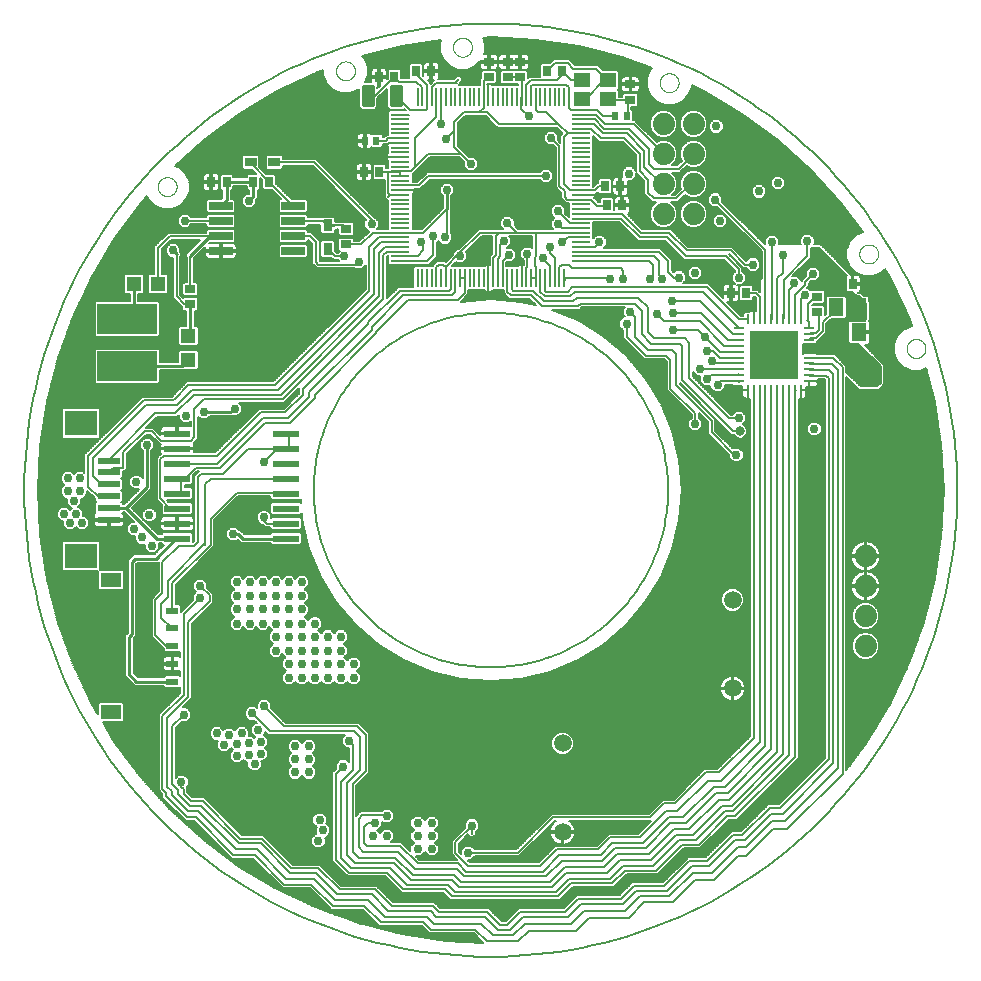
<source format=gbl>
G75*
%MOIN*%
%OFA0B0*%
%FSLAX25Y25*%
%IPPOS*%
%LPD*%
%AMOC8*
5,1,8,0,0,1.08239X$1,22.5*
%
%ADD10C,0.00600*%
%ADD11C,0.00000*%
%ADD12R,0.05118X0.05906*%
%ADD13R,0.03543X0.02756*%
%ADD14R,0.02756X0.03543*%
%ADD15R,0.03937X0.03150*%
%ADD16R,0.03150X0.03937*%
%ADD17R,0.04724X0.05118*%
%ADD18R,0.05118X0.04724*%
%ADD19R,0.00965X0.06299*%
%ADD20R,0.06299X0.00965*%
%ADD21R,0.08000X0.02600*%
%ADD22R,0.08661X0.02362*%
%ADD23R,0.20000X0.10000*%
%ADD24R,0.02362X0.02756*%
%ADD25C,0.05937*%
%ADD26R,0.05512X0.04724*%
%ADD27R,0.03346X0.01102*%
%ADD28R,0.01102X0.03346*%
%ADD29R,0.16339X0.16339*%
%ADD30C,0.01299*%
%ADD31R,0.07480X0.02362*%
%ADD32R,0.11024X0.08268*%
%ADD33C,0.07400*%
%ADD34R,0.03937X0.02362*%
%ADD35R,0.07087X0.04921*%
%ADD36C,0.01000*%
%ADD37C,0.01200*%
%ADD38C,0.02978*%
%ADD39C,0.00787*%
%ADD40C,0.03175*%
D10*
X0092542Y0073710D02*
X0103250Y0073710D01*
X0103250Y0073112D02*
X0092986Y0073112D01*
X0093430Y0072513D02*
X0103250Y0072513D01*
X0103250Y0071915D02*
X0093874Y0071915D01*
X0094318Y0071316D02*
X0103250Y0071316D01*
X0103250Y0070718D02*
X0094762Y0070718D01*
X0095206Y0070119D02*
X0103250Y0070119D01*
X0103250Y0069521D02*
X0095649Y0069521D01*
X0096093Y0068922D02*
X0103250Y0068922D01*
X0103250Y0068324D02*
X0096537Y0068324D01*
X0096981Y0067725D02*
X0103250Y0067725D01*
X0103250Y0067127D02*
X0097466Y0067127D01*
X0097242Y0067374D02*
X0088420Y0079269D01*
X0084556Y0085715D01*
X0091240Y0085715D01*
X0091767Y0086242D01*
X0091767Y0091909D01*
X0091240Y0092436D01*
X0083408Y0092436D01*
X0082880Y0091909D01*
X0082880Y0088511D01*
X0080806Y0091972D01*
X0074474Y0105360D01*
X0069485Y0119304D01*
X0065886Y0133670D01*
X0063713Y0148319D01*
X0062987Y0163111D01*
X0063713Y0177903D01*
X0065886Y0192552D01*
X0069485Y0206918D01*
X0074474Y0220862D01*
X0080806Y0234250D01*
X0088420Y0246953D01*
X0097242Y0258848D01*
X0099283Y0261100D01*
X0099709Y0260072D01*
X0101805Y0257977D01*
X0104543Y0256843D01*
X0107506Y0256843D01*
X0110244Y0257977D01*
X0112340Y0260072D01*
X0113474Y0262810D01*
X0113474Y0265774D01*
X0112340Y0268512D01*
X0110244Y0270608D01*
X0108741Y0271230D01*
X0118161Y0279767D01*
X0130056Y0288590D01*
X0142759Y0296203D01*
X0156147Y0302535D01*
X0158024Y0303207D01*
X0158024Y0301393D01*
X0159158Y0298655D01*
X0161253Y0296559D01*
X0163991Y0295425D01*
X0166955Y0295425D01*
X0169693Y0296559D01*
X0169933Y0296799D01*
X0169933Y0290812D01*
X0170841Y0289904D01*
X0175156Y0289904D01*
X0176064Y0290812D01*
X0176064Y0293754D01*
X0179382Y0296873D01*
X0179382Y0290812D01*
X0180290Y0289904D01*
X0184605Y0289904D01*
X0184998Y0290297D01*
X0185604Y0289690D01*
X0180258Y0289690D01*
X0179731Y0289163D01*
X0179731Y0281634D01*
X0179149Y0281634D01*
X0178323Y0280807D01*
X0177869Y0280807D01*
X0177869Y0281358D01*
X0177342Y0281885D01*
X0174234Y0281885D01*
X0174094Y0281745D01*
X0174073Y0281783D01*
X0173830Y0282025D01*
X0173534Y0282196D01*
X0173203Y0282285D01*
X0172142Y0282285D01*
X0172142Y0279898D01*
X0171561Y0279898D01*
X0171561Y0282285D01*
X0170499Y0282285D01*
X0170168Y0282196D01*
X0169872Y0282025D01*
X0169630Y0281783D01*
X0169459Y0281487D01*
X0169370Y0281156D01*
X0169370Y0279898D01*
X0171561Y0279898D01*
X0171561Y0279317D01*
X0169370Y0279317D01*
X0169370Y0278058D01*
X0169459Y0277727D01*
X0169630Y0277431D01*
X0169872Y0277189D01*
X0170168Y0277018D01*
X0170499Y0276929D01*
X0171561Y0276929D01*
X0171561Y0279316D01*
X0172142Y0279316D01*
X0172142Y0276929D01*
X0173203Y0276929D01*
X0173534Y0277018D01*
X0173830Y0277189D01*
X0174073Y0277431D01*
X0174094Y0277469D01*
X0174234Y0277329D01*
X0177342Y0277329D01*
X0177869Y0277856D01*
X0177869Y0278407D01*
X0179317Y0278407D01*
X0179331Y0278421D01*
X0179331Y0278206D01*
X0179419Y0277875D01*
X0179590Y0277579D01*
X0179731Y0277438D01*
X0179731Y0275555D01*
X0179590Y0275415D01*
X0179419Y0275119D01*
X0179331Y0274788D01*
X0179331Y0274135D01*
X0183780Y0274135D01*
X0183780Y0274135D01*
X0179253Y0274135D01*
X0178072Y0275316D01*
X0179253Y0276497D01*
X0179253Y0278072D01*
X0180040Y0278859D01*
X0183780Y0278859D01*
X0179769Y0278859D01*
X0183780Y0278859D01*
X0183780Y0278859D01*
X0183780Y0280434D02*
X0179646Y0280434D01*
X0178820Y0279607D01*
X0175788Y0279607D01*
X0177869Y0278401D02*
X0179331Y0278401D01*
X0179461Y0277803D02*
X0177816Y0277803D01*
X0179731Y0277204D02*
X0173846Y0277204D01*
X0172142Y0277204D02*
X0171561Y0277204D01*
X0171561Y0277803D02*
X0172142Y0277803D01*
X0172142Y0278401D02*
X0171561Y0278401D01*
X0171561Y0279000D02*
X0172142Y0279000D01*
X0171561Y0279598D02*
X0117974Y0279598D01*
X0117314Y0279000D02*
X0169370Y0279000D01*
X0169370Y0278401D02*
X0116654Y0278401D01*
X0115993Y0277803D02*
X0169438Y0277803D01*
X0169856Y0277204D02*
X0115333Y0277204D01*
X0114673Y0276606D02*
X0179731Y0276606D01*
X0179731Y0276007D02*
X0114012Y0276007D01*
X0113352Y0275409D02*
X0179587Y0275409D01*
X0179337Y0274810D02*
X0144153Y0274810D01*
X0144050Y0274913D02*
X0139367Y0274913D01*
X0138840Y0274386D01*
X0138840Y0270491D01*
X0139367Y0269964D01*
X0144050Y0269964D01*
X0144577Y0270491D01*
X0144577Y0271239D01*
X0154468Y0271239D01*
X0172384Y0253322D01*
X0171746Y0252683D01*
X0171746Y0250704D01*
X0173145Y0249305D01*
X0173198Y0249305D01*
X0170099Y0246205D01*
X0168435Y0246205D01*
X0168435Y0246756D01*
X0167908Y0247283D01*
X0163619Y0247283D01*
X0163092Y0246756D01*
X0163092Y0243255D01*
X0163492Y0242855D01*
X0162901Y0242264D01*
X0162464Y0242264D01*
X0162024Y0242703D01*
X0162024Y0245822D01*
X0161497Y0246350D01*
X0157602Y0246350D01*
X0157075Y0245822D01*
X0157075Y0241140D01*
X0157602Y0240613D01*
X0160721Y0240613D01*
X0160767Y0240567D01*
X0160767Y0240567D01*
X0161470Y0239864D01*
X0162901Y0239864D01*
X0163257Y0239508D01*
X0156915Y0239508D01*
X0156831Y0239592D01*
X0156831Y0246285D01*
X0154058Y0249058D01*
X0152937Y0249058D01*
X0152937Y0249531D01*
X0152410Y0250058D01*
X0143664Y0250058D01*
X0143137Y0249531D01*
X0143137Y0246185D01*
X0143664Y0245658D01*
X0152410Y0245658D01*
X0152937Y0246185D01*
X0152937Y0246658D01*
X0153064Y0246658D01*
X0154431Y0245291D01*
X0154431Y0238598D01*
X0155218Y0237811D01*
X0155921Y0237108D01*
X0168413Y0237108D01*
X0168814Y0236706D01*
X0170793Y0236706D01*
X0172147Y0238060D01*
X0172147Y0230144D01*
X0141354Y0199350D01*
X0112614Y0199350D01*
X0108086Y0194823D01*
X0107890Y0194626D01*
X0107496Y0194232D01*
X0097653Y0194232D01*
X0096950Y0193529D01*
X0091748Y0188327D01*
X0091748Y0188327D01*
X0090848Y0187427D01*
X0078446Y0175025D01*
X0078446Y0168871D01*
X0077880Y0169437D01*
X0075901Y0169437D01*
X0074922Y0168458D01*
X0073943Y0169437D01*
X0071964Y0169437D01*
X0070565Y0168038D01*
X0070565Y0166058D01*
X0071740Y0164883D01*
X0070565Y0163707D01*
X0070565Y0161728D01*
X0071964Y0160328D01*
X0072533Y0160328D01*
X0072533Y0158578D01*
X0073932Y0157179D01*
X0074273Y0157179D01*
X0073741Y0156647D01*
X0072762Y0157626D01*
X0070783Y0157626D01*
X0069383Y0156227D01*
X0069383Y0154247D01*
X0070783Y0152848D01*
X0071352Y0152848D01*
X0071352Y0151098D01*
X0072751Y0149698D01*
X0074730Y0149698D01*
X0075709Y0150677D01*
X0076688Y0149698D01*
X0078667Y0149698D01*
X0080067Y0151098D01*
X0080067Y0153077D01*
X0078667Y0154476D01*
X0078098Y0154476D01*
X0078098Y0156227D01*
X0076699Y0157626D01*
X0076359Y0157626D01*
X0077311Y0158578D01*
X0077311Y0160328D01*
X0077880Y0160328D01*
X0079280Y0161728D01*
X0079280Y0162962D01*
X0081896Y0160345D01*
X0081896Y0159589D01*
X0082311Y0159174D01*
X0081896Y0158759D01*
X0081896Y0155652D01*
X0082036Y0155512D01*
X0081998Y0155490D01*
X0081756Y0155248D01*
X0081585Y0154951D01*
X0081496Y0154621D01*
X0081496Y0153559D01*
X0086246Y0153559D01*
X0086246Y0152978D01*
X0086827Y0152978D01*
X0086827Y0153559D01*
X0091576Y0153559D01*
X0091576Y0154621D01*
X0091488Y0154951D01*
X0091317Y0155248D01*
X0091075Y0155490D01*
X0091037Y0155512D01*
X0091176Y0155652D01*
X0091176Y0155711D01*
X0091759Y0155711D01*
X0094963Y0152508D01*
X0094011Y0152508D01*
X0092612Y0151108D01*
X0092612Y0149129D01*
X0094011Y0147730D01*
X0095368Y0147730D01*
X0095368Y0146373D01*
X0096767Y0144974D01*
X0098517Y0144974D01*
X0098517Y0143618D01*
X0099917Y0142218D01*
X0101896Y0142218D01*
X0103295Y0143618D01*
X0103295Y0145569D01*
X0104176Y0145569D01*
X0104176Y0145410D01*
X0104703Y0144883D01*
X0104870Y0144883D01*
X0101663Y0141676D01*
X0094815Y0141676D01*
X0093994Y0140856D01*
X0092813Y0139675D01*
X0092813Y0115659D01*
X0092026Y0114872D01*
X0092026Y0101114D01*
X0092846Y0100294D01*
X0095208Y0097931D01*
X0104888Y0097931D01*
X0104888Y0097778D01*
X0105415Y0097250D01*
X0110098Y0097250D01*
X0110336Y0097489D01*
X0110336Y0095498D01*
X0103250Y0088411D01*
X0103250Y0063008D01*
X0103953Y0062305D01*
X0104431Y0061827D01*
X0104431Y0060645D01*
X0111517Y0053559D01*
X0112220Y0052856D01*
X0114976Y0052856D01*
X0126872Y0040960D01*
X0127575Y0040257D01*
X0134661Y0040257D01*
X0143801Y0031118D01*
X0144504Y0030415D01*
X0153559Y0030415D01*
X0159943Y0024031D01*
X0160645Y0023328D01*
X0171275Y0023328D01*
X0176787Y0017817D01*
X0190960Y0017817D01*
X0192620Y0016157D01*
X0193323Y0015454D01*
X0208283Y0015454D01*
X0211416Y0012321D01*
X0199106Y0012926D01*
X0184457Y0015099D01*
X0170091Y0018697D01*
X0156147Y0023687D01*
X0142759Y0030019D01*
X0130056Y0037632D01*
X0118161Y0046455D01*
X0107188Y0056400D01*
X0097242Y0067374D01*
X0098008Y0066528D02*
X0103250Y0066528D01*
X0103250Y0065930D02*
X0098551Y0065930D01*
X0099093Y0065331D02*
X0103250Y0065331D01*
X0103250Y0064733D02*
X0099636Y0064733D01*
X0100178Y0064134D02*
X0103250Y0064134D01*
X0103250Y0063536D02*
X0100720Y0063536D01*
X0101263Y0062937D02*
X0103320Y0062937D01*
X0103919Y0062339D02*
X0101805Y0062339D01*
X0102348Y0061740D02*
X0104431Y0061740D01*
X0104431Y0061142D02*
X0102890Y0061142D01*
X0103433Y0060543D02*
X0104533Y0060543D01*
X0103975Y0059945D02*
X0105132Y0059945D01*
X0105730Y0059346D02*
X0104518Y0059346D01*
X0105060Y0058748D02*
X0106329Y0058748D01*
X0106927Y0058149D02*
X0105603Y0058149D01*
X0106145Y0057551D02*
X0107526Y0057551D01*
X0108124Y0056952D02*
X0106687Y0056952D01*
X0107239Y0056354D02*
X0108723Y0056354D01*
X0109321Y0055755D02*
X0107899Y0055755D01*
X0108560Y0055157D02*
X0109920Y0055157D01*
X0110518Y0054558D02*
X0109220Y0054558D01*
X0109881Y0053960D02*
X0111117Y0053960D01*
X0110541Y0053361D02*
X0111715Y0053361D01*
X0111201Y0052763D02*
X0115070Y0052763D01*
X0115668Y0052164D02*
X0111862Y0052164D01*
X0112522Y0051565D02*
X0116267Y0051565D01*
X0116865Y0050967D02*
X0113182Y0050967D01*
X0113843Y0050368D02*
X0117464Y0050368D01*
X0118062Y0049770D02*
X0114503Y0049770D01*
X0115163Y0049171D02*
X0118661Y0049171D01*
X0119259Y0048573D02*
X0115824Y0048573D01*
X0116484Y0047974D02*
X0119858Y0047974D01*
X0120456Y0047376D02*
X0117144Y0047376D01*
X0117805Y0046777D02*
X0121055Y0046777D01*
X0121653Y0046179D02*
X0118533Y0046179D01*
X0119340Y0045580D02*
X0122252Y0045580D01*
X0122850Y0044982D02*
X0120147Y0044982D01*
X0120954Y0044383D02*
X0123449Y0044383D01*
X0124047Y0043785D02*
X0121761Y0043785D01*
X0122568Y0043186D02*
X0124646Y0043186D01*
X0125244Y0042588D02*
X0123375Y0042588D01*
X0124182Y0041989D02*
X0125843Y0041989D01*
X0126441Y0041391D02*
X0124989Y0041391D01*
X0125796Y0040792D02*
X0127040Y0040792D01*
X0126603Y0040194D02*
X0134725Y0040194D01*
X0135323Y0039595D02*
X0127410Y0039595D01*
X0128217Y0038997D02*
X0135922Y0038997D01*
X0136520Y0038398D02*
X0129024Y0038398D01*
X0129831Y0037800D02*
X0137119Y0037800D01*
X0137717Y0037201D02*
X0130776Y0037201D01*
X0131774Y0036603D02*
X0138316Y0036603D01*
X0138914Y0036004D02*
X0132773Y0036004D01*
X0133771Y0035406D02*
X0139513Y0035406D01*
X0140112Y0034807D02*
X0134770Y0034807D01*
X0135769Y0034209D02*
X0140710Y0034209D01*
X0141309Y0033610D02*
X0136767Y0033610D01*
X0137766Y0033012D02*
X0141907Y0033012D01*
X0142506Y0032413D02*
X0138764Y0032413D01*
X0139763Y0031815D02*
X0143104Y0031815D01*
X0143703Y0031216D02*
X0140761Y0031216D01*
X0141760Y0030618D02*
X0144301Y0030618D01*
X0145001Y0031615D02*
X0154056Y0031615D01*
X0161143Y0024528D01*
X0171772Y0024528D01*
X0177284Y0019017D01*
X0191457Y0019017D01*
X0193820Y0016654D01*
X0208780Y0016654D01*
X0212717Y0012717D01*
X0222954Y0012717D01*
X0226497Y0016261D01*
X0242245Y0016261D01*
X0246576Y0020591D01*
X0259961Y0020591D01*
X0265080Y0025709D01*
X0274528Y0025709D01*
X0282009Y0033190D01*
X0288308Y0033190D01*
X0296182Y0041064D01*
X0298938Y0041064D01*
X0307993Y0050119D01*
X0312717Y0050119D01*
X0331221Y0068623D01*
X0331221Y0204056D01*
X0328072Y0207206D01*
X0320210Y0207206D01*
X0320099Y0207317D01*
X0320099Y0209285D02*
X0320380Y0209505D01*
X0320099Y0209285D02*
X0319780Y0209505D01*
X0318053Y0208768D02*
X0322145Y0208768D01*
X0322507Y0208405D01*
X0328569Y0208405D01*
X0332421Y0204553D01*
X0332421Y0202462D01*
X0337127Y0197757D01*
X0342639Y0197757D01*
X0343820Y0198938D01*
X0343820Y0204450D01*
X0336373Y0211896D01*
X0333565Y0211896D01*
X0333038Y0212423D01*
X0333038Y0219074D01*
X0333565Y0219602D01*
X0338499Y0219602D01*
X0339095Y0220198D01*
X0339095Y0225316D01*
X0336733Y0227678D01*
X0335946Y0227678D01*
X0334405Y0229219D01*
X0332738Y0229219D01*
X0332211Y0229746D01*
X0332211Y0234035D01*
X0332671Y0234495D01*
X0323347Y0243820D01*
X0320610Y0243820D01*
X0320610Y0240567D01*
X0314441Y0234398D01*
X0316069Y0234398D01*
X0317468Y0232998D01*
X0317468Y0232945D01*
X0318126Y0233602D01*
X0318990Y0234466D01*
X0318990Y0236148D01*
X0320389Y0237547D01*
X0322368Y0237547D01*
X0323768Y0236148D01*
X0323768Y0234169D01*
X0322368Y0232769D01*
X0320687Y0232769D01*
X0319823Y0231905D01*
X0319823Y0231118D01*
X0319166Y0230461D01*
X0319612Y0230461D01*
X0320325Y0229748D01*
X0320455Y0229877D01*
X0324744Y0229877D01*
X0325271Y0229350D01*
X0325271Y0225848D01*
X0324744Y0225321D01*
X0321506Y0225321D01*
X0320944Y0224759D01*
X0324744Y0224759D01*
X0325271Y0224232D01*
X0325271Y0221456D01*
X0325597Y0221782D01*
X0325597Y0227381D01*
X0326124Y0227909D01*
X0331988Y0227909D01*
X0332515Y0227381D01*
X0332515Y0220730D01*
X0331988Y0220203D01*
X0327412Y0220203D01*
X0325780Y0218571D01*
X0325780Y0215608D01*
X0325077Y0214905D01*
X0322677Y0212505D01*
X0322672Y0212505D01*
X0322672Y0212298D01*
X0322145Y0211771D01*
X0318053Y0211771D01*
X0317835Y0211989D01*
X0317835Y0208550D01*
X0318053Y0208768D01*
X0317835Y0208974D02*
X0339295Y0208974D01*
X0338697Y0209572D02*
X0317835Y0209572D01*
X0317835Y0210171D02*
X0338098Y0210171D01*
X0337500Y0210770D02*
X0317835Y0210770D01*
X0317835Y0211368D02*
X0336901Y0211368D01*
X0338470Y0211496D02*
X0339227Y0211496D01*
X0339558Y0211585D01*
X0339854Y0211756D01*
X0340096Y0211998D01*
X0340267Y0212294D01*
X0340356Y0212625D01*
X0340356Y0215449D01*
X0337539Y0215449D01*
X0337539Y0216049D01*
X0340356Y0216049D01*
X0340356Y0218873D01*
X0340267Y0219203D01*
X0340096Y0219500D01*
X0340095Y0219501D01*
X0340295Y0219701D01*
X0340295Y0225813D01*
X0339995Y0226113D01*
X0339995Y0227381D01*
X0339468Y0227909D01*
X0338199Y0227909D01*
X0337230Y0228878D01*
X0336443Y0228878D01*
X0336397Y0228924D01*
X0336665Y0229079D01*
X0336907Y0229321D01*
X0337078Y0229617D01*
X0337167Y0229948D01*
X0337167Y0231591D01*
X0334789Y0231591D01*
X0334789Y0232191D01*
X0334390Y0232191D01*
X0334390Y0234474D01*
X0334189Y0234675D01*
X0334189Y0234962D01*
X0333902Y0234962D01*
X0333687Y0235177D01*
X0323844Y0245020D01*
X0321627Y0245020D01*
X0321799Y0245192D01*
X0321799Y0247171D01*
X0320400Y0248571D01*
X0318421Y0248571D01*
X0317021Y0247171D01*
X0317021Y0245192D01*
X0317194Y0245020D01*
X0309988Y0245020D01*
X0309988Y0246778D01*
X0308589Y0248177D01*
X0306610Y0248177D01*
X0305210Y0246778D01*
X0305210Y0245150D01*
X0291091Y0259269D01*
X0291091Y0260951D01*
X0289691Y0262350D01*
X0287712Y0262350D01*
X0286313Y0260951D01*
X0286313Y0258972D01*
X0287712Y0257572D01*
X0289393Y0257572D01*
X0304234Y0242732D01*
X0304234Y0233884D01*
X0303643Y0233293D01*
X0303643Y0229139D01*
X0302802Y0229980D01*
X0301334Y0229980D01*
X0301334Y0230925D01*
X0300807Y0231452D01*
X0297305Y0231452D01*
X0296778Y0230925D01*
X0296778Y0226636D01*
X0297305Y0226109D01*
X0300807Y0226109D01*
X0301334Y0226636D01*
X0301334Y0227580D01*
X0301808Y0227580D01*
X0302380Y0227008D01*
X0302380Y0222943D01*
X0302219Y0222987D01*
X0301497Y0222987D01*
X0301497Y0220014D01*
X0301497Y0220014D01*
X0301497Y0222987D01*
X0300775Y0222987D01*
X0300444Y0222898D01*
X0300147Y0222727D01*
X0300007Y0222587D01*
X0298604Y0222587D01*
X0298077Y0222059D01*
X0298077Y0221213D01*
X0297257Y0221213D01*
X0292762Y0225709D01*
X0293638Y0225709D01*
X0293638Y0228480D01*
X0294238Y0228480D01*
X0294238Y0225709D01*
X0295487Y0225709D01*
X0295818Y0225797D01*
X0296114Y0225968D01*
X0296356Y0226210D01*
X0296527Y0226507D01*
X0296616Y0226837D01*
X0296616Y0228480D01*
X0294238Y0228480D01*
X0294238Y0229080D01*
X0296616Y0229080D01*
X0296616Y0230723D01*
X0296527Y0231054D01*
X0296356Y0231350D01*
X0296118Y0231588D01*
X0297565Y0231588D01*
X0298965Y0232988D01*
X0298965Y0234967D01*
X0297776Y0236156D01*
X0297776Y0237230D01*
X0293173Y0241832D01*
X0293323Y0241832D01*
X0298047Y0237108D01*
X0299121Y0237108D01*
X0300310Y0235919D01*
X0302290Y0235919D01*
X0303689Y0237318D01*
X0303689Y0239297D01*
X0302290Y0240697D01*
X0300310Y0240697D01*
X0299121Y0239508D01*
X0299041Y0239508D01*
X0294317Y0244232D01*
X0279750Y0244232D01*
X0273844Y0250138D01*
X0264395Y0250138D01*
X0259469Y0255065D01*
X0259558Y0255089D01*
X0259854Y0255260D01*
X0260096Y0255502D01*
X0260267Y0255798D01*
X0260356Y0256129D01*
X0260356Y0257772D01*
X0257978Y0257772D01*
X0257978Y0258372D01*
X0257378Y0258372D01*
X0257378Y0261143D01*
X0256129Y0261143D01*
X0255798Y0261055D01*
X0255502Y0260884D01*
X0255260Y0260642D01*
X0255089Y0260345D01*
X0255000Y0260014D01*
X0255000Y0258372D01*
X0257378Y0258372D01*
X0257378Y0257772D01*
X0255000Y0257772D01*
X0255000Y0256437D01*
X0254838Y0256437D01*
X0254838Y0260216D01*
X0254311Y0260743D01*
X0250809Y0260743D01*
X0250282Y0260216D01*
X0250282Y0259193D01*
X0249829Y0259193D01*
X0248563Y0260458D01*
X0248397Y0260625D01*
X0248466Y0260883D01*
X0248466Y0261536D01*
X0244017Y0261536D01*
X0244017Y0261536D01*
X0248466Y0261536D01*
X0248466Y0261911D01*
X0249041Y0261911D01*
X0249691Y0262561D01*
X0249691Y0262226D01*
X0250219Y0261699D01*
X0253720Y0261699D01*
X0254247Y0262226D01*
X0254247Y0266515D01*
X0253720Y0267043D01*
X0250219Y0267043D01*
X0249691Y0266515D01*
X0249691Y0265571D01*
X0249307Y0265571D01*
X0248066Y0264330D01*
X0248066Y0281183D01*
X0250016Y0279234D01*
X0257890Y0279234D01*
X0262305Y0274819D01*
X0262305Y0269658D01*
X0260951Y0271012D01*
X0258972Y0271012D01*
X0257572Y0269612D01*
X0257572Y0267633D01*
X0257763Y0267442D01*
X0257387Y0267442D01*
X0257387Y0264671D01*
X0256787Y0264671D01*
X0256787Y0264071D01*
X0254409Y0264071D01*
X0254409Y0262428D01*
X0254498Y0262097D01*
X0254669Y0261801D01*
X0254911Y0261559D01*
X0255208Y0261388D01*
X0255538Y0261299D01*
X0256787Y0261299D01*
X0256787Y0264071D01*
X0257387Y0264071D01*
X0257387Y0261299D01*
X0258637Y0261299D01*
X0258967Y0261388D01*
X0259264Y0261559D01*
X0259506Y0261801D01*
X0259677Y0262097D01*
X0259765Y0262428D01*
X0259765Y0264071D01*
X0257387Y0264071D01*
X0257387Y0264671D01*
X0259765Y0264671D01*
X0259765Y0266234D01*
X0260951Y0266234D01*
X0262350Y0267633D01*
X0262350Y0268868D01*
X0265061Y0266157D01*
X0265061Y0261827D01*
X0267732Y0259155D01*
X0269031Y0259155D01*
X0268891Y0259097D01*
X0267597Y0257803D01*
X0266897Y0256113D01*
X0266897Y0254283D01*
X0267597Y0252592D01*
X0268891Y0251298D01*
X0270582Y0250598D01*
X0272412Y0250598D01*
X0274103Y0251298D01*
X0275397Y0252592D01*
X0276097Y0254283D01*
X0276097Y0256113D01*
X0275397Y0257803D01*
X0274103Y0259097D01*
X0273963Y0259155D01*
X0276206Y0259155D01*
X0278620Y0261569D01*
X0278891Y0261298D01*
X0280582Y0260598D01*
X0282412Y0260598D01*
X0284103Y0261298D01*
X0285397Y0262592D01*
X0286097Y0264283D01*
X0286097Y0266113D01*
X0285397Y0267803D01*
X0284103Y0269097D01*
X0282412Y0269798D01*
X0280582Y0269798D01*
X0278891Y0269097D01*
X0277597Y0267803D01*
X0276897Y0266113D01*
X0276897Y0264283D01*
X0277202Y0263545D01*
X0275212Y0261555D01*
X0274360Y0261555D01*
X0275397Y0262592D01*
X0276097Y0264283D01*
X0276097Y0266113D01*
X0275397Y0267803D01*
X0274202Y0268998D01*
X0276994Y0268998D01*
X0277697Y0269701D01*
X0279176Y0271180D01*
X0280582Y0270598D01*
X0282412Y0270598D01*
X0284103Y0271298D01*
X0285397Y0272592D01*
X0286097Y0274283D01*
X0286097Y0276113D01*
X0285397Y0277803D01*
X0311804Y0277803D01*
X0312464Y0277204D02*
X0285645Y0277204D01*
X0285893Y0276606D02*
X0313124Y0276606D01*
X0313785Y0276007D02*
X0286097Y0276007D01*
X0286097Y0275409D02*
X0314445Y0275409D01*
X0315105Y0274810D02*
X0286097Y0274810D01*
X0286067Y0274212D02*
X0315766Y0274212D01*
X0316426Y0273613D02*
X0285820Y0273613D01*
X0285572Y0273015D02*
X0317086Y0273015D01*
X0317747Y0272416D02*
X0285221Y0272416D01*
X0284622Y0271818D02*
X0318407Y0271818D01*
X0319067Y0271219D02*
X0283912Y0271219D01*
X0282467Y0270621D02*
X0319728Y0270621D01*
X0320388Y0270022D02*
X0278018Y0270022D01*
X0277420Y0269424D02*
X0279679Y0269424D01*
X0278619Y0268825D02*
X0274375Y0268825D01*
X0274973Y0268227D02*
X0278020Y0268227D01*
X0277525Y0267628D02*
X0275469Y0267628D01*
X0275717Y0267030D02*
X0277277Y0267030D01*
X0277029Y0266431D02*
X0275965Y0266431D01*
X0276097Y0265833D02*
X0276897Y0265833D01*
X0276897Y0265234D02*
X0276097Y0265234D01*
X0276097Y0264636D02*
X0276897Y0264636D01*
X0276999Y0264037D02*
X0275995Y0264037D01*
X0275747Y0263438D02*
X0277096Y0263438D01*
X0276497Y0262840D02*
X0275499Y0262840D01*
X0275899Y0262241D02*
X0275046Y0262241D01*
X0275300Y0261643D02*
X0274448Y0261643D01*
X0275709Y0260355D02*
X0268229Y0260355D01*
X0266261Y0262324D01*
X0266261Y0266654D01*
X0263505Y0269410D01*
X0263505Y0275316D01*
X0258387Y0280434D01*
X0250513Y0280434D01*
X0247363Y0283583D01*
X0244017Y0283583D01*
X0244017Y0282009D02*
X0239489Y0282009D01*
X0236339Y0285158D01*
X0216654Y0285158D01*
X0212717Y0289095D01*
X0209961Y0289095D01*
X0211536Y0290670D01*
X0211536Y0294017D01*
X0211536Y0299870D01*
X0213253Y0300799D01*
X0212736Y0298521D02*
X0215397Y0298521D01*
X0215924Y0299048D01*
X0215924Y0302550D01*
X0215397Y0303077D01*
X0211108Y0303077D01*
X0210581Y0302550D01*
X0210581Y0300718D01*
X0210528Y0300689D01*
X0210473Y0300504D01*
X0210336Y0300367D01*
X0210336Y0300045D01*
X0210244Y0299736D01*
X0210336Y0299566D01*
X0210336Y0298066D01*
X0203306Y0298066D01*
X0203681Y0298441D01*
X0203681Y0298834D01*
X0204390Y0299543D01*
X0204390Y0300537D01*
X0203687Y0301240D01*
X0202693Y0301240D01*
X0201590Y0300138D01*
X0196442Y0300138D01*
X0196499Y0300194D01*
X0196670Y0300490D01*
X0196758Y0300821D01*
X0196758Y0302464D01*
X0194380Y0302464D01*
X0194380Y0299692D01*
X0194845Y0299692D01*
X0194588Y0299435D01*
X0193820Y0298666D01*
X0192794Y0299692D01*
X0193780Y0299692D01*
X0193780Y0302464D01*
X0191402Y0302464D01*
X0191402Y0301084D01*
X0191240Y0301246D01*
X0191240Y0304908D01*
X0190713Y0305435D01*
X0187211Y0305435D01*
X0186684Y0304908D01*
X0186684Y0300619D01*
X0186772Y0300531D01*
X0184017Y0300531D01*
X0184017Y0302881D01*
X0183489Y0303408D01*
X0179988Y0303408D01*
X0179461Y0302881D01*
X0179461Y0300242D01*
X0179298Y0300089D01*
X0179298Y0300436D01*
X0176921Y0300436D01*
X0176921Y0301036D01*
X0179298Y0301036D01*
X0179298Y0302679D01*
X0179210Y0303010D01*
X0179039Y0303306D01*
X0178797Y0303548D01*
X0178500Y0303719D01*
X0178170Y0303808D01*
X0176920Y0303808D01*
X0176920Y0301036D01*
X0176320Y0301036D01*
X0176320Y0300436D01*
X0173943Y0300436D01*
X0173943Y0299184D01*
X0172008Y0299184D01*
X0172923Y0301393D01*
X0172923Y0304357D01*
X0171789Y0307095D01*
X0171105Y0307779D01*
X0184457Y0311123D01*
X0197332Y0313033D01*
X0197000Y0312231D01*
X0197000Y0309267D01*
X0198134Y0306529D01*
X0200230Y0304433D01*
X0202968Y0303299D01*
X0205931Y0303299D01*
X0208669Y0304433D01*
X0210453Y0306217D01*
X0212953Y0306217D01*
X0212953Y0305617D01*
X0213553Y0305617D01*
X0213553Y0306217D01*
X0216324Y0306217D01*
X0216324Y0307466D01*
X0216236Y0307797D01*
X0216065Y0308093D01*
X0215823Y0308336D01*
X0215526Y0308507D01*
X0215196Y0308595D01*
X0213553Y0308595D01*
X0213553Y0306217D01*
X0212953Y0306217D01*
X0212953Y0308595D01*
X0211621Y0308595D01*
X0211899Y0309267D01*
X0211899Y0312231D01*
X0211212Y0313891D01*
X0213898Y0314023D01*
X0228690Y0313296D01*
X0243340Y0311123D01*
X0257706Y0307525D01*
X0267790Y0303916D01*
X0267032Y0303158D01*
X0265898Y0300420D01*
X0265898Y0297456D01*
X0267032Y0294718D01*
X0269127Y0292622D01*
X0271865Y0291488D01*
X0274829Y0291488D01*
X0277567Y0292622D01*
X0279663Y0294718D01*
X0280797Y0297456D01*
X0280797Y0298209D01*
X0285038Y0296203D01*
X0297741Y0288590D01*
X0309636Y0279767D01*
X0320609Y0269822D01*
X0330555Y0258848D01*
X0337816Y0249058D01*
X0335663Y0248167D01*
X0333567Y0246071D01*
X0332433Y0243333D01*
X0332433Y0240369D01*
X0333567Y0237631D01*
X0335663Y0235536D01*
X0338401Y0234402D01*
X0341364Y0234402D01*
X0344103Y0235536D01*
X0345427Y0236860D01*
X0346991Y0234250D01*
X0353323Y0220862D01*
X0354417Y0217805D01*
X0354149Y0217805D01*
X0351411Y0216671D01*
X0349315Y0214575D01*
X0348181Y0211837D01*
X0348181Y0208873D01*
X0349315Y0206135D01*
X0351411Y0204040D01*
X0354149Y0202906D01*
X0357113Y0202906D01*
X0359110Y0203733D01*
X0361911Y0192552D01*
X0364084Y0177903D01*
X0364810Y0163111D01*
X0364084Y0148319D01*
X0364084Y0148319D01*
X0361911Y0133670D01*
X0358312Y0119304D01*
X0353323Y0105360D01*
X0346991Y0091972D01*
X0339377Y0079269D01*
X0332421Y0069890D01*
X0332421Y0200765D01*
X0336630Y0196557D01*
X0343136Y0196557D01*
X0343839Y0197260D01*
X0345020Y0198441D01*
X0345020Y0204947D01*
X0344317Y0205650D01*
X0338470Y0211496D01*
X0338598Y0211368D02*
X0348181Y0211368D01*
X0348181Y0210770D02*
X0339197Y0210770D01*
X0339795Y0210171D02*
X0348181Y0210171D01*
X0348181Y0209572D02*
X0340394Y0209572D01*
X0340992Y0208974D02*
X0348181Y0208974D01*
X0348387Y0208375D02*
X0341591Y0208375D01*
X0342189Y0207777D02*
X0348635Y0207777D01*
X0348883Y0207178D02*
X0342788Y0207178D01*
X0343386Y0206580D02*
X0349131Y0206580D01*
X0349469Y0205981D02*
X0343985Y0205981D01*
X0344583Y0205383D02*
X0350068Y0205383D01*
X0350666Y0204784D02*
X0345020Y0204784D01*
X0345020Y0204186D02*
X0351265Y0204186D01*
X0352503Y0203587D02*
X0345020Y0203587D01*
X0345020Y0202989D02*
X0353948Y0202989D01*
X0357314Y0202989D02*
X0359296Y0202989D01*
X0359146Y0203587D02*
X0358759Y0203587D01*
X0359446Y0202390D02*
X0345020Y0202390D01*
X0345020Y0201792D02*
X0359596Y0201792D01*
X0359746Y0201193D02*
X0345020Y0201193D01*
X0345020Y0200595D02*
X0359896Y0200595D01*
X0360046Y0199996D02*
X0345020Y0199996D01*
X0345020Y0199398D02*
X0360196Y0199398D01*
X0360346Y0198799D02*
X0345020Y0198799D01*
X0344780Y0198201D02*
X0360496Y0198201D01*
X0360646Y0197602D02*
X0344181Y0197602D01*
X0343583Y0197004D02*
X0360796Y0197004D01*
X0360945Y0196405D02*
X0332421Y0196405D01*
X0332421Y0195807D02*
X0361095Y0195807D01*
X0361245Y0195208D02*
X0332421Y0195208D01*
X0332421Y0194610D02*
X0361395Y0194610D01*
X0361545Y0194011D02*
X0332421Y0194011D01*
X0332421Y0193413D02*
X0361695Y0193413D01*
X0361845Y0192814D02*
X0332421Y0192814D01*
X0332421Y0192216D02*
X0361960Y0192216D01*
X0362049Y0191617D02*
X0332421Y0191617D01*
X0332421Y0191019D02*
X0362138Y0191019D01*
X0362227Y0190420D02*
X0332421Y0190420D01*
X0332421Y0189822D02*
X0362316Y0189822D01*
X0362404Y0189223D02*
X0332421Y0189223D01*
X0332421Y0188625D02*
X0362493Y0188625D01*
X0362582Y0188026D02*
X0332421Y0188026D01*
X0332421Y0187428D02*
X0362671Y0187428D01*
X0362759Y0186829D02*
X0332421Y0186829D01*
X0332421Y0186231D02*
X0362848Y0186231D01*
X0362937Y0185632D02*
X0332421Y0185632D01*
X0332421Y0185034D02*
X0363026Y0185034D01*
X0363115Y0184435D02*
X0332421Y0184435D01*
X0332421Y0183836D02*
X0363203Y0183836D01*
X0363292Y0183238D02*
X0332421Y0183238D01*
X0332421Y0182639D02*
X0363381Y0182639D01*
X0363470Y0182041D02*
X0332421Y0182041D01*
X0332421Y0181442D02*
X0363559Y0181442D01*
X0363647Y0180844D02*
X0332421Y0180844D01*
X0332421Y0180245D02*
X0363736Y0180245D01*
X0363825Y0179647D02*
X0332421Y0179647D01*
X0332421Y0179048D02*
X0363914Y0179048D01*
X0364002Y0178450D02*
X0332421Y0178450D01*
X0332421Y0177851D02*
X0364086Y0177851D01*
X0364115Y0177253D02*
X0332421Y0177253D01*
X0332421Y0176654D02*
X0364145Y0176654D01*
X0364174Y0176056D02*
X0332421Y0176056D01*
X0332421Y0175457D02*
X0364204Y0175457D01*
X0364233Y0174859D02*
X0332421Y0174859D01*
X0332421Y0174260D02*
X0364262Y0174260D01*
X0364292Y0173662D02*
X0332421Y0173662D01*
X0332421Y0173063D02*
X0364321Y0173063D01*
X0364351Y0172465D02*
X0332421Y0172465D01*
X0332421Y0171866D02*
X0364380Y0171866D01*
X0364410Y0171268D02*
X0332421Y0171268D01*
X0332421Y0170669D02*
X0364439Y0170669D01*
X0364468Y0170071D02*
X0332421Y0170071D01*
X0332421Y0169472D02*
X0364498Y0169472D01*
X0364527Y0168874D02*
X0332421Y0168874D01*
X0332421Y0168275D02*
X0364557Y0168275D01*
X0364586Y0167677D02*
X0332421Y0167677D01*
X0332421Y0167078D02*
X0364615Y0167078D01*
X0364645Y0166480D02*
X0332421Y0166480D01*
X0332421Y0165881D02*
X0364674Y0165881D01*
X0364704Y0165283D02*
X0332421Y0165283D01*
X0332421Y0164684D02*
X0364733Y0164684D01*
X0364762Y0164086D02*
X0332421Y0164086D01*
X0332421Y0163487D02*
X0364792Y0163487D01*
X0364799Y0162889D02*
X0332421Y0162889D01*
X0332421Y0162290D02*
X0364770Y0162290D01*
X0364741Y0161692D02*
X0332421Y0161692D01*
X0332421Y0161093D02*
X0364711Y0161093D01*
X0364682Y0160495D02*
X0332421Y0160495D01*
X0332421Y0159896D02*
X0364652Y0159896D01*
X0364623Y0159298D02*
X0332421Y0159298D01*
X0332421Y0158699D02*
X0364593Y0158699D01*
X0364564Y0158101D02*
X0332421Y0158101D01*
X0332421Y0157502D02*
X0364535Y0157502D01*
X0364505Y0156903D02*
X0332421Y0156903D01*
X0332421Y0156305D02*
X0364476Y0156305D01*
X0364446Y0155706D02*
X0332421Y0155706D01*
X0332421Y0155108D02*
X0364417Y0155108D01*
X0364388Y0154509D02*
X0332421Y0154509D01*
X0332421Y0153911D02*
X0364358Y0153911D01*
X0364329Y0153312D02*
X0332421Y0153312D01*
X0332421Y0152714D02*
X0364299Y0152714D01*
X0364270Y0152115D02*
X0332421Y0152115D01*
X0332421Y0151517D02*
X0364241Y0151517D01*
X0364211Y0150918D02*
X0332421Y0150918D01*
X0332421Y0150320D02*
X0364182Y0150320D01*
X0364152Y0149721D02*
X0332421Y0149721D01*
X0332421Y0149123D02*
X0364123Y0149123D01*
X0364094Y0148524D02*
X0332421Y0148524D01*
X0332421Y0147926D02*
X0364025Y0147926D01*
X0363936Y0147327D02*
X0332421Y0147327D01*
X0332421Y0146729D02*
X0363848Y0146729D01*
X0363759Y0146130D02*
X0332421Y0146130D01*
X0332421Y0145532D02*
X0336471Y0145532D01*
X0336187Y0145387D02*
X0335551Y0144925D01*
X0334994Y0144368D01*
X0334531Y0143732D01*
X0334174Y0143030D01*
X0333931Y0142282D01*
X0333808Y0141505D01*
X0333808Y0141411D01*
X0338508Y0141411D01*
X0338508Y0146111D01*
X0338414Y0146111D01*
X0337637Y0145988D01*
X0336889Y0145745D01*
X0336187Y0145387D01*
X0335562Y0144933D02*
X0332421Y0144933D01*
X0332421Y0144335D02*
X0334970Y0144335D01*
X0334535Y0143736D02*
X0332421Y0143736D01*
X0332421Y0143138D02*
X0334229Y0143138D01*
X0334015Y0142539D02*
X0332421Y0142539D01*
X0332421Y0141941D02*
X0333877Y0141941D01*
X0333808Y0140811D02*
X0333808Y0140718D01*
X0333931Y0139940D01*
X0334174Y0139192D01*
X0334531Y0138490D01*
X0334994Y0137854D01*
X0335551Y0137297D01*
X0336187Y0136835D01*
X0336889Y0136477D01*
X0337637Y0136234D01*
X0338414Y0136111D01*
X0337637Y0135988D01*
X0336889Y0135745D01*
X0336187Y0135387D01*
X0335551Y0134925D01*
X0334994Y0134368D01*
X0334531Y0133732D01*
X0334174Y0133030D01*
X0333931Y0132282D01*
X0333808Y0131505D01*
X0333808Y0131411D01*
X0338508Y0131411D01*
X0338508Y0136111D01*
X0338414Y0136111D01*
X0338508Y0136111D01*
X0338508Y0140811D01*
X0339108Y0140811D01*
X0339108Y0141411D01*
X0343808Y0141411D01*
X0343808Y0141505D01*
X0343685Y0142282D01*
X0343442Y0143030D01*
X0343084Y0143732D01*
X0342622Y0144368D01*
X0342065Y0144925D01*
X0341428Y0145387D01*
X0340727Y0145745D01*
X0339979Y0145988D01*
X0339201Y0146111D01*
X0339108Y0146111D01*
X0339108Y0141411D01*
X0338508Y0141411D01*
X0338508Y0140811D01*
X0333808Y0140811D01*
X0333808Y0140744D02*
X0332421Y0140744D01*
X0332421Y0141342D02*
X0338508Y0141342D01*
X0338508Y0140744D02*
X0339108Y0140744D01*
X0339108Y0140811D02*
X0339108Y0136111D01*
X0339201Y0136111D01*
X0339979Y0135988D01*
X0340727Y0135745D01*
X0341428Y0135387D01*
X0342065Y0134925D01*
X0342622Y0134368D01*
X0343084Y0133732D01*
X0343442Y0133030D01*
X0343685Y0132282D01*
X0343808Y0131505D01*
X0343808Y0131411D01*
X0339108Y0131411D01*
X0339108Y0130811D01*
X0343808Y0130811D01*
X0343808Y0130718D01*
X0343685Y0129940D01*
X0343442Y0129192D01*
X0343084Y0128490D01*
X0342622Y0127854D01*
X0342065Y0127297D01*
X0341428Y0126835D01*
X0340727Y0126477D01*
X0339979Y0126234D01*
X0339201Y0126111D01*
X0339108Y0126111D01*
X0339108Y0130811D01*
X0338508Y0130811D01*
X0338508Y0126111D01*
X0338414Y0126111D01*
X0337637Y0126234D01*
X0336889Y0126477D01*
X0336187Y0126835D01*
X0335551Y0127297D01*
X0334994Y0127854D01*
X0334531Y0128490D01*
X0334174Y0129192D01*
X0333931Y0129940D01*
X0333808Y0130718D01*
X0333808Y0130811D01*
X0338508Y0130811D01*
X0338508Y0131411D01*
X0339108Y0131411D01*
X0339108Y0136111D01*
X0339201Y0136111D01*
X0339979Y0136234D01*
X0340727Y0136477D01*
X0341428Y0136835D01*
X0342065Y0137297D01*
X0342622Y0137854D01*
X0343084Y0138490D01*
X0343442Y0139192D01*
X0343685Y0139940D01*
X0343808Y0140718D01*
X0343808Y0140811D01*
X0339108Y0140811D01*
X0339108Y0141342D02*
X0363049Y0141342D01*
X0362960Y0140744D02*
X0343808Y0140744D01*
X0343717Y0140145D02*
X0362871Y0140145D01*
X0362782Y0139547D02*
X0343557Y0139547D01*
X0343317Y0138948D02*
X0362694Y0138948D01*
X0362605Y0138350D02*
X0342982Y0138350D01*
X0342519Y0137751D02*
X0362516Y0137751D01*
X0362427Y0137153D02*
X0341866Y0137153D01*
X0340878Y0136554D02*
X0362338Y0136554D01*
X0362250Y0135956D02*
X0340078Y0135956D01*
X0339108Y0135956D02*
X0338508Y0135956D01*
X0338508Y0136554D02*
X0339108Y0136554D01*
X0339108Y0137153D02*
X0338508Y0137153D01*
X0338508Y0137751D02*
X0339108Y0137751D01*
X0339108Y0138350D02*
X0338508Y0138350D01*
X0338508Y0138948D02*
X0339108Y0138948D01*
X0339108Y0139547D02*
X0338508Y0139547D01*
X0338508Y0140145D02*
X0339108Y0140145D01*
X0339108Y0141941D02*
X0338508Y0141941D01*
X0338508Y0142539D02*
X0339108Y0142539D01*
X0339108Y0143138D02*
X0338508Y0143138D01*
X0338508Y0143736D02*
X0339108Y0143736D01*
X0339108Y0144335D02*
X0338508Y0144335D01*
X0338508Y0144933D02*
X0339108Y0144933D01*
X0339108Y0145532D02*
X0338508Y0145532D01*
X0341145Y0145532D02*
X0363670Y0145532D01*
X0363581Y0144933D02*
X0342054Y0144933D01*
X0342646Y0144335D02*
X0363493Y0144335D01*
X0363404Y0143736D02*
X0343081Y0143736D01*
X0343387Y0143138D02*
X0363315Y0143138D01*
X0363226Y0142539D02*
X0343601Y0142539D01*
X0343739Y0141941D02*
X0363137Y0141941D01*
X0362161Y0135357D02*
X0341470Y0135357D01*
X0342231Y0134759D02*
X0362072Y0134759D01*
X0361983Y0134160D02*
X0342773Y0134160D01*
X0343171Y0133562D02*
X0361883Y0133562D01*
X0361734Y0132963D02*
X0343463Y0132963D01*
X0343658Y0132365D02*
X0361584Y0132365D01*
X0361434Y0131766D02*
X0343766Y0131766D01*
X0343784Y0130569D02*
X0361134Y0130569D01*
X0361284Y0131167D02*
X0339108Y0131167D01*
X0339108Y0130569D02*
X0338508Y0130569D01*
X0338508Y0131167D02*
X0332421Y0131167D01*
X0332421Y0130569D02*
X0333831Y0130569D01*
X0333926Y0129970D02*
X0332421Y0129970D01*
X0332421Y0129372D02*
X0334116Y0129372D01*
X0334387Y0128773D02*
X0332421Y0128773D01*
X0332421Y0128175D02*
X0334761Y0128175D01*
X0335271Y0127576D02*
X0332421Y0127576D01*
X0332421Y0126978D02*
X0335990Y0126978D01*
X0337190Y0126379D02*
X0332421Y0126379D01*
X0332421Y0125781D02*
X0359934Y0125781D01*
X0359785Y0125182D02*
X0340999Y0125182D01*
X0341414Y0125011D02*
X0339723Y0125711D01*
X0337893Y0125711D01*
X0336202Y0125011D01*
X0334908Y0123717D01*
X0334208Y0122026D01*
X0334208Y0120196D01*
X0334908Y0118505D01*
X0336202Y0117211D01*
X0337893Y0116511D01*
X0339723Y0116511D01*
X0341414Y0117211D01*
X0342708Y0118505D01*
X0343408Y0120196D01*
X0343408Y0122026D01*
X0342708Y0123717D01*
X0341414Y0125011D01*
X0341840Y0124584D02*
X0359635Y0124584D01*
X0359485Y0123985D02*
X0342439Y0123985D01*
X0342844Y0123387D02*
X0359335Y0123387D01*
X0359185Y0122788D02*
X0343092Y0122788D01*
X0343340Y0122190D02*
X0359035Y0122190D01*
X0358885Y0121591D02*
X0343408Y0121591D01*
X0343408Y0120993D02*
X0358735Y0120993D01*
X0358585Y0120394D02*
X0343408Y0120394D01*
X0343242Y0119796D02*
X0358435Y0119796D01*
X0358274Y0119197D02*
X0342994Y0119197D01*
X0342746Y0118599D02*
X0358060Y0118599D01*
X0357846Y0118000D02*
X0342202Y0118000D01*
X0341604Y0117402D02*
X0357632Y0117402D01*
X0357417Y0116803D02*
X0340428Y0116803D01*
X0339976Y0115606D02*
X0356989Y0115606D01*
X0356775Y0115008D02*
X0341417Y0115008D01*
X0341414Y0115011D02*
X0339723Y0115711D01*
X0337893Y0115711D01*
X0336202Y0115011D01*
X0334908Y0113717D01*
X0334208Y0112026D01*
X0334208Y0110196D01*
X0334908Y0108505D01*
X0336202Y0107211D01*
X0337893Y0106511D01*
X0339723Y0106511D01*
X0341414Y0107211D01*
X0342708Y0108505D01*
X0343408Y0110196D01*
X0343408Y0112026D01*
X0342708Y0113717D01*
X0341414Y0115011D01*
X0342015Y0114409D02*
X0356561Y0114409D01*
X0356347Y0113811D02*
X0342614Y0113811D01*
X0342917Y0113212D02*
X0356132Y0113212D01*
X0355918Y0112614D02*
X0343164Y0112614D01*
X0343408Y0112015D02*
X0355704Y0112015D01*
X0355490Y0111417D02*
X0343408Y0111417D01*
X0343408Y0110818D02*
X0355276Y0110818D01*
X0355062Y0110220D02*
X0343408Y0110220D01*
X0343170Y0109621D02*
X0354848Y0109621D01*
X0354633Y0109023D02*
X0342922Y0109023D01*
X0342626Y0108424D02*
X0354419Y0108424D01*
X0354205Y0107826D02*
X0342028Y0107826D01*
X0341429Y0107227D02*
X0353991Y0107227D01*
X0353777Y0106629D02*
X0340007Y0106629D01*
X0337609Y0106629D02*
X0332421Y0106629D01*
X0332421Y0107227D02*
X0336186Y0107227D01*
X0335588Y0107826D02*
X0332421Y0107826D01*
X0332421Y0108424D02*
X0334989Y0108424D01*
X0334694Y0109023D02*
X0332421Y0109023D01*
X0332421Y0109621D02*
X0334446Y0109621D01*
X0334208Y0110220D02*
X0332421Y0110220D01*
X0332421Y0110818D02*
X0334208Y0110818D01*
X0334208Y0111417D02*
X0332421Y0111417D01*
X0332421Y0112015D02*
X0334208Y0112015D01*
X0334451Y0112614D02*
X0332421Y0112614D01*
X0332421Y0113212D02*
X0334699Y0113212D01*
X0335002Y0113811D02*
X0332421Y0113811D01*
X0332421Y0114409D02*
X0335601Y0114409D01*
X0336199Y0115008D02*
X0332421Y0115008D01*
X0332421Y0115606D02*
X0337640Y0115606D01*
X0337187Y0116803D02*
X0332421Y0116803D01*
X0332421Y0116205D02*
X0357203Y0116205D01*
X0360084Y0126379D02*
X0340426Y0126379D01*
X0339108Y0126379D02*
X0338508Y0126379D01*
X0338508Y0126978D02*
X0339108Y0126978D01*
X0339108Y0127576D02*
X0338508Y0127576D01*
X0338508Y0128175D02*
X0339108Y0128175D01*
X0339108Y0128773D02*
X0338508Y0128773D01*
X0338508Y0129372D02*
X0339108Y0129372D01*
X0339108Y0129970D02*
X0338508Y0129970D01*
X0338508Y0131766D02*
X0339108Y0131766D01*
X0339108Y0132365D02*
X0338508Y0132365D01*
X0338508Y0132963D02*
X0339108Y0132963D01*
X0339108Y0133562D02*
X0338508Y0133562D01*
X0338508Y0134160D02*
X0339108Y0134160D01*
X0339108Y0134759D02*
X0338508Y0134759D01*
X0338508Y0135357D02*
X0339108Y0135357D01*
X0337538Y0135956D02*
X0332421Y0135956D01*
X0332421Y0136554D02*
X0336738Y0136554D01*
X0335750Y0137153D02*
X0332421Y0137153D01*
X0332421Y0137751D02*
X0335097Y0137751D01*
X0334634Y0138350D02*
X0332421Y0138350D01*
X0332421Y0138948D02*
X0334298Y0138948D01*
X0334059Y0139547D02*
X0332421Y0139547D01*
X0332421Y0140145D02*
X0333899Y0140145D01*
X0332421Y0135357D02*
X0336146Y0135357D01*
X0335384Y0134759D02*
X0332421Y0134759D01*
X0332421Y0134160D02*
X0334843Y0134160D01*
X0334445Y0133562D02*
X0332421Y0133562D01*
X0332421Y0132963D02*
X0334152Y0132963D01*
X0333958Y0132365D02*
X0332421Y0132365D01*
X0332421Y0131766D02*
X0333849Y0131766D01*
X0332421Y0125182D02*
X0336617Y0125182D01*
X0335775Y0124584D02*
X0332421Y0124584D01*
X0332421Y0123985D02*
X0335177Y0123985D01*
X0334772Y0123387D02*
X0332421Y0123387D01*
X0332421Y0122788D02*
X0334524Y0122788D01*
X0334276Y0122190D02*
X0332421Y0122190D01*
X0332421Y0121591D02*
X0334208Y0121591D01*
X0334208Y0120993D02*
X0332421Y0120993D01*
X0332421Y0120394D02*
X0334208Y0120394D01*
X0334374Y0119796D02*
X0332421Y0119796D01*
X0332421Y0119197D02*
X0334622Y0119197D01*
X0334869Y0118599D02*
X0332421Y0118599D01*
X0332421Y0118000D02*
X0335413Y0118000D01*
X0336012Y0117402D02*
X0332421Y0117402D01*
X0325297Y0117402D02*
X0316476Y0117402D01*
X0316476Y0118000D02*
X0325297Y0118000D01*
X0325297Y0118599D02*
X0316476Y0118599D01*
X0316476Y0119197D02*
X0325297Y0119197D01*
X0325297Y0119796D02*
X0316476Y0119796D01*
X0316476Y0120394D02*
X0325297Y0120394D01*
X0325297Y0120993D02*
X0316476Y0120993D01*
X0316476Y0121591D02*
X0325297Y0121591D01*
X0325297Y0122190D02*
X0316476Y0122190D01*
X0316476Y0122788D02*
X0325297Y0122788D01*
X0325297Y0123387D02*
X0316476Y0123387D01*
X0316476Y0123985D02*
X0325297Y0123985D01*
X0325297Y0124584D02*
X0316476Y0124584D01*
X0316476Y0125182D02*
X0325297Y0125182D01*
X0325297Y0125781D02*
X0316476Y0125781D01*
X0316476Y0126379D02*
X0325297Y0126379D01*
X0325297Y0126978D02*
X0316476Y0126978D01*
X0316476Y0127576D02*
X0325297Y0127576D01*
X0325297Y0128175D02*
X0316476Y0128175D01*
X0316476Y0128773D02*
X0325297Y0128773D01*
X0325297Y0129372D02*
X0316476Y0129372D01*
X0316476Y0129970D02*
X0325297Y0129970D01*
X0325297Y0130569D02*
X0316476Y0130569D01*
X0316476Y0131167D02*
X0325297Y0131167D01*
X0325297Y0131766D02*
X0316476Y0131766D01*
X0316476Y0132365D02*
X0325297Y0132365D01*
X0325297Y0132963D02*
X0316476Y0132963D01*
X0316476Y0133562D02*
X0325297Y0133562D01*
X0325297Y0134160D02*
X0316476Y0134160D01*
X0316476Y0134759D02*
X0325297Y0134759D01*
X0325297Y0135357D02*
X0316476Y0135357D01*
X0316476Y0135956D02*
X0325297Y0135956D01*
X0325297Y0136554D02*
X0316476Y0136554D01*
X0316476Y0137153D02*
X0325297Y0137153D01*
X0325297Y0137751D02*
X0316476Y0137751D01*
X0316476Y0138350D02*
X0325297Y0138350D01*
X0325297Y0138948D02*
X0316476Y0138948D01*
X0316476Y0139547D02*
X0325297Y0139547D01*
X0325297Y0140145D02*
X0316476Y0140145D01*
X0316476Y0140744D02*
X0325297Y0140744D01*
X0325297Y0141342D02*
X0316476Y0141342D01*
X0316476Y0141941D02*
X0325297Y0141941D01*
X0325297Y0142539D02*
X0316476Y0142539D01*
X0316476Y0143138D02*
X0325297Y0143138D01*
X0325297Y0143736D02*
X0316476Y0143736D01*
X0316476Y0144335D02*
X0325297Y0144335D01*
X0325297Y0144933D02*
X0316476Y0144933D01*
X0316476Y0145532D02*
X0325297Y0145532D01*
X0325297Y0146130D02*
X0316476Y0146130D01*
X0316476Y0146729D02*
X0325297Y0146729D01*
X0325297Y0147327D02*
X0316476Y0147327D01*
X0316476Y0147926D02*
X0325297Y0147926D01*
X0325297Y0148524D02*
X0316476Y0148524D01*
X0316476Y0149123D02*
X0325297Y0149123D01*
X0325297Y0149721D02*
X0316476Y0149721D01*
X0316476Y0150320D02*
X0325297Y0150320D01*
X0325297Y0150918D02*
X0316476Y0150918D01*
X0316476Y0151517D02*
X0325297Y0151517D01*
X0325297Y0152115D02*
X0316476Y0152115D01*
X0316476Y0152714D02*
X0325297Y0152714D01*
X0325297Y0153312D02*
X0316476Y0153312D01*
X0316476Y0153911D02*
X0325297Y0153911D01*
X0325297Y0154509D02*
X0316476Y0154509D01*
X0316476Y0155108D02*
X0325297Y0155108D01*
X0325297Y0155706D02*
X0316476Y0155706D01*
X0316476Y0156305D02*
X0325297Y0156305D01*
X0325297Y0156903D02*
X0316476Y0156903D01*
X0316476Y0157502D02*
X0325297Y0157502D01*
X0325297Y0158101D02*
X0316476Y0158101D01*
X0316476Y0158699D02*
X0325297Y0158699D01*
X0325297Y0159298D02*
X0316476Y0159298D01*
X0316476Y0159896D02*
X0325297Y0159896D01*
X0325297Y0160495D02*
X0316476Y0160495D01*
X0316476Y0161093D02*
X0325297Y0161093D01*
X0325297Y0161692D02*
X0316476Y0161692D01*
X0316476Y0162290D02*
X0325297Y0162290D01*
X0325297Y0162889D02*
X0316476Y0162889D01*
X0316476Y0163487D02*
X0325297Y0163487D01*
X0325297Y0164086D02*
X0316476Y0164086D01*
X0316476Y0164684D02*
X0325297Y0164684D01*
X0325297Y0165283D02*
X0316476Y0165283D01*
X0316476Y0165881D02*
X0325297Y0165881D01*
X0325297Y0166480D02*
X0316476Y0166480D01*
X0316476Y0167078D02*
X0325297Y0167078D01*
X0325297Y0167677D02*
X0316476Y0167677D01*
X0316476Y0168275D02*
X0325297Y0168275D01*
X0325297Y0168874D02*
X0316476Y0168874D01*
X0316476Y0169472D02*
X0325297Y0169472D01*
X0325297Y0170071D02*
X0316476Y0170071D01*
X0316476Y0170669D02*
X0325297Y0170669D01*
X0325297Y0171268D02*
X0316476Y0171268D01*
X0316476Y0171866D02*
X0325297Y0171866D01*
X0325297Y0172465D02*
X0316476Y0172465D01*
X0316476Y0173063D02*
X0325297Y0173063D01*
X0325297Y0173662D02*
X0316476Y0173662D01*
X0316476Y0174260D02*
X0325297Y0174260D01*
X0325297Y0174859D02*
X0316476Y0174859D01*
X0316476Y0175457D02*
X0325297Y0175457D01*
X0325297Y0176056D02*
X0316476Y0176056D01*
X0316476Y0176654D02*
X0325297Y0176654D01*
X0325297Y0177253D02*
X0316476Y0177253D01*
X0316476Y0177851D02*
X0325297Y0177851D01*
X0325297Y0178450D02*
X0316476Y0178450D01*
X0316476Y0179048D02*
X0325297Y0179048D01*
X0325297Y0179647D02*
X0316476Y0179647D01*
X0316476Y0180245D02*
X0325297Y0180245D01*
X0325297Y0180844D02*
X0316476Y0180844D01*
X0316476Y0181442D02*
X0320535Y0181442D01*
X0320783Y0181194D02*
X0322762Y0181194D01*
X0324161Y0182594D01*
X0324161Y0184573D01*
X0322762Y0185972D01*
X0320783Y0185972D01*
X0319383Y0184573D01*
X0319383Y0182594D01*
X0320783Y0181194D01*
X0319936Y0182041D02*
X0316476Y0182041D01*
X0316476Y0182639D02*
X0319383Y0182639D01*
X0319383Y0183238D02*
X0316476Y0183238D01*
X0316476Y0183836D02*
X0319383Y0183836D01*
X0319383Y0184435D02*
X0316476Y0184435D01*
X0316476Y0185034D02*
X0319844Y0185034D01*
X0320442Y0185632D02*
X0316476Y0185632D01*
X0316476Y0186231D02*
X0325297Y0186231D01*
X0325297Y0186829D02*
X0316476Y0186829D01*
X0316476Y0187428D02*
X0325297Y0187428D01*
X0325297Y0188026D02*
X0316476Y0188026D01*
X0316476Y0188625D02*
X0325297Y0188625D01*
X0325297Y0189223D02*
X0316476Y0189223D01*
X0316476Y0189822D02*
X0325297Y0189822D01*
X0325297Y0190420D02*
X0316476Y0190420D01*
X0316476Y0191019D02*
X0325297Y0191019D01*
X0325297Y0191617D02*
X0316476Y0191617D01*
X0316476Y0192216D02*
X0325297Y0192216D01*
X0325297Y0192814D02*
X0316476Y0192814D01*
X0316476Y0193413D02*
X0325297Y0193413D01*
X0325297Y0194011D02*
X0318731Y0194011D01*
X0318836Y0194117D02*
X0319007Y0194413D01*
X0319096Y0194744D01*
X0319096Y0196588D01*
X0317245Y0196588D01*
X0317245Y0193615D01*
X0317967Y0193615D01*
X0318298Y0193704D01*
X0318594Y0193875D01*
X0318836Y0194117D01*
X0319060Y0194610D02*
X0325297Y0194610D01*
X0325297Y0195208D02*
X0319096Y0195208D01*
X0319096Y0195807D02*
X0325297Y0195807D01*
X0325297Y0196405D02*
X0319096Y0196405D01*
X0319096Y0196588D02*
X0319096Y0197591D01*
X0320099Y0197591D01*
X0320099Y0199442D01*
X0320099Y0199442D01*
X0320099Y0197591D01*
X0321944Y0197591D01*
X0322274Y0197680D01*
X0322571Y0197851D01*
X0322813Y0198093D01*
X0322984Y0198390D01*
X0323072Y0198720D01*
X0323072Y0199442D01*
X0320099Y0199442D01*
X0320099Y0199443D02*
X0322449Y0199443D01*
X0324528Y0197363D01*
X0324528Y0074135D01*
X0309568Y0059174D01*
X0306024Y0059174D01*
X0296969Y0050119D01*
X0293820Y0050119D01*
X0285158Y0041457D01*
X0279646Y0041457D01*
X0270985Y0032796D01*
X0260749Y0032796D01*
X0256418Y0028465D01*
X0242639Y0028465D01*
X0238308Y0024135D01*
X0222954Y0024135D01*
X0219017Y0020198D01*
X0217442Y0020198D01*
X0213505Y0024135D01*
X0197363Y0024135D01*
X0195394Y0026103D01*
X0182009Y0026103D01*
X0176497Y0031615D01*
X0164292Y0031615D01*
X0157206Y0038702D01*
X0148150Y0038702D01*
X0138308Y0048544D01*
X0131221Y0048544D01*
X0118623Y0061143D01*
X0115473Y0061143D01*
X0114292Y0062324D01*
X0114292Y0067442D01*
X0111930Y0069804D01*
X0110749Y0069804D01*
X0111738Y0068256D02*
X0109759Y0068256D01*
X0108799Y0067296D01*
X0108799Y0083874D01*
X0110844Y0085919D01*
X0112526Y0085919D01*
X0113925Y0087318D01*
X0113925Y0089297D01*
X0112526Y0090697D01*
X0111292Y0090697D01*
X0114311Y0093716D01*
X0114311Y0118519D01*
X0121398Y0125606D01*
X0121398Y0128569D01*
X0120695Y0129272D01*
X0119437Y0130529D01*
X0119437Y0132211D01*
X0118038Y0133610D01*
X0116058Y0133610D01*
X0114659Y0132211D01*
X0114659Y0130232D01*
X0115638Y0129253D01*
X0114659Y0128274D01*
X0114659Y0126592D01*
X0111039Y0122972D01*
X0110625Y0122558D01*
X0110625Y0124507D01*
X0110098Y0125035D01*
X0108799Y0125035D01*
X0108799Y0131512D01*
X0121791Y0144504D01*
X0121791Y0153165D01*
X0129750Y0161124D01*
X0140396Y0161124D01*
X0140396Y0160410D01*
X0140923Y0159883D01*
X0150330Y0159883D01*
X0150485Y0160038D01*
X0150583Y0158792D01*
X0150330Y0159045D01*
X0140923Y0159045D01*
X0140396Y0158518D01*
X0140396Y0155410D01*
X0140923Y0154883D01*
X0150330Y0154883D01*
X0150850Y0155402D01*
X0151027Y0153153D01*
X0153359Y0143441D01*
X0153359Y0143441D01*
X0157181Y0134212D01*
X0162400Y0125695D01*
X0168887Y0118100D01*
X0168887Y0118100D01*
X0176483Y0111613D01*
X0185000Y0106394D01*
X0194228Y0102571D01*
X0203941Y0100240D01*
X0213898Y0099456D01*
X0223856Y0100240D01*
X0233569Y0102571D01*
X0242797Y0106394D01*
X0242797Y0106394D01*
X0251314Y0111613D01*
X0258909Y0118100D01*
X0258909Y0118100D01*
X0265396Y0125695D01*
X0265396Y0125695D01*
X0270616Y0134212D01*
X0274438Y0143441D01*
X0276770Y0153153D01*
X0277554Y0163111D01*
X0276770Y0173069D01*
X0274438Y0182782D01*
X0270616Y0192010D01*
X0265396Y0200527D01*
X0258909Y0208122D01*
X0251314Y0214609D01*
X0242797Y0219828D01*
X0234347Y0223328D01*
X0243529Y0223328D01*
X0244317Y0224116D01*
X0258533Y0224116D01*
X0257966Y0223549D01*
X0257966Y0221570D01*
X0258525Y0221012D01*
X0258184Y0221012D01*
X0256785Y0219612D01*
X0256785Y0217633D01*
X0257974Y0216444D01*
X0257974Y0213795D01*
X0264273Y0207496D01*
X0264976Y0206793D01*
X0271669Y0206793D01*
X0272541Y0205921D01*
X0272541Y0196472D01*
X0273244Y0195769D01*
X0280809Y0188205D01*
X0280809Y0187337D01*
X0279620Y0186148D01*
X0279620Y0184169D01*
X0281019Y0182769D01*
X0282998Y0182769D01*
X0284398Y0184169D01*
X0284398Y0186148D01*
X0283209Y0187337D01*
X0283209Y0188954D01*
X0286320Y0185842D01*
X0286320Y0181905D01*
X0293399Y0174827D01*
X0293399Y0173932D01*
X0294799Y0172533D01*
X0296778Y0172533D01*
X0298177Y0173932D01*
X0298177Y0175912D01*
X0296778Y0177311D01*
X0294799Y0177311D01*
X0294554Y0177066D01*
X0288720Y0182899D01*
X0288720Y0186836D01*
X0288018Y0187539D01*
X0276909Y0198647D01*
X0276909Y0198797D01*
X0294110Y0181596D01*
X0294774Y0181596D01*
X0294861Y0181387D01*
X0295560Y0180687D01*
X0296475Y0180309D01*
X0297464Y0180309D01*
X0298378Y0180687D01*
X0299078Y0181387D01*
X0299457Y0182301D01*
X0299457Y0183291D01*
X0299078Y0184205D01*
X0298378Y0184905D01*
X0297921Y0185094D01*
X0298965Y0186137D01*
X0298965Y0188116D01*
X0297565Y0189516D01*
X0295586Y0189516D01*
X0294397Y0188327D01*
X0293923Y0188327D01*
X0281240Y0201010D01*
X0281240Y0202627D01*
X0282594Y0201273D01*
X0283721Y0201273D01*
X0283557Y0201108D01*
X0283557Y0199129D01*
X0284956Y0197730D01*
X0286935Y0197730D01*
X0287100Y0197895D01*
X0287100Y0197161D01*
X0288499Y0195761D01*
X0290479Y0195761D01*
X0291878Y0197161D01*
X0291878Y0198243D01*
X0294377Y0198243D01*
X0294628Y0197991D01*
X0297677Y0197991D01*
X0297677Y0196588D01*
X0297677Y0194744D01*
X0297766Y0194413D01*
X0297937Y0194117D01*
X0298179Y0193875D01*
X0298475Y0193704D01*
X0298806Y0193615D01*
X0299528Y0193615D01*
X0299528Y0196588D01*
X0297677Y0196588D01*
X0299528Y0196588D01*
X0299528Y0196588D01*
X0299528Y0196588D01*
X0299528Y0082993D01*
X0287914Y0071379D01*
X0283977Y0071379D01*
X0273741Y0061143D01*
X0270985Y0061143D01*
X0266261Y0056418D01*
X0235946Y0056418D01*
X0232009Y0060355D01*
X0223741Y0060355D01*
X0232971Y0053960D02*
X0195720Y0053960D01*
X0195203Y0054476D02*
X0193224Y0054476D01*
X0191851Y0053104D01*
X0190479Y0054476D01*
X0188499Y0054476D01*
X0187100Y0053077D01*
X0187100Y0051098D01*
X0188276Y0049922D01*
X0187100Y0048746D01*
X0187100Y0046767D01*
X0188276Y0045591D01*
X0187100Y0044416D01*
X0187100Y0042788D01*
X0184081Y0045807D01*
X0180682Y0045807D01*
X0181642Y0046767D01*
X0181642Y0048746D01*
X0180242Y0050146D01*
X0178263Y0050146D01*
X0176891Y0048773D01*
X0175965Y0049698D01*
X0176305Y0049698D01*
X0177705Y0051098D01*
X0177705Y0052619D01*
X0178263Y0052061D01*
X0180242Y0052061D01*
X0181642Y0053460D01*
X0181642Y0055439D01*
X0180242Y0056839D01*
X0178263Y0056839D01*
X0177468Y0056043D01*
X0170488Y0056043D01*
X0169785Y0055340D01*
X0169307Y0054862D01*
X0169035Y0054591D01*
X0169035Y0064582D01*
X0173366Y0068913D01*
X0173366Y0082112D01*
X0172663Y0082815D01*
X0169907Y0085571D01*
X0145498Y0085571D01*
X0140697Y0090372D01*
X0140697Y0092053D01*
X0139297Y0093453D01*
X0137318Y0093453D01*
X0135919Y0092053D01*
X0135919Y0090532D01*
X0135360Y0091091D01*
X0133381Y0091091D01*
X0131982Y0089691D01*
X0131982Y0087712D01*
X0133381Y0086313D01*
X0135063Y0086313D01*
X0135797Y0085579D01*
X0135350Y0085579D01*
X0133950Y0084179D01*
X0133950Y0082200D01*
X0135323Y0080828D01*
X0134961Y0080466D01*
X0134179Y0081248D01*
X0133217Y0081248D01*
X0133217Y0082998D01*
X0131817Y0084398D01*
X0129838Y0084398D01*
X0128465Y0083025D01*
X0127486Y0084004D01*
X0125507Y0084004D01*
X0124725Y0083222D01*
X0123549Y0084398D01*
X0121570Y0084398D01*
X0120171Y0082998D01*
X0120171Y0081019D01*
X0121570Y0079620D01*
X0123092Y0079620D01*
X0122533Y0079061D01*
X0122533Y0077082D01*
X0123932Y0075683D01*
X0125912Y0075683D01*
X0127284Y0077055D01*
X0127843Y0076497D01*
X0126864Y0075518D01*
X0126864Y0073539D01*
X0128263Y0072139D01*
X0130242Y0072139D01*
X0131418Y0073315D01*
X0132200Y0072533D01*
X0132769Y0072533D01*
X0132769Y0070783D01*
X0134169Y0069383D01*
X0136148Y0069383D01*
X0137547Y0070783D01*
X0137547Y0072762D01*
X0137382Y0072927D01*
X0138116Y0072927D01*
X0139516Y0074326D01*
X0139516Y0076305D01*
X0138537Y0077284D01*
X0139516Y0078263D01*
X0139516Y0080242D01*
X0138143Y0081615D01*
X0138728Y0082200D01*
X0138728Y0082647D01*
X0139076Y0082299D01*
X0139779Y0081596D01*
X0165225Y0081596D01*
X0164265Y0080636D01*
X0164265Y0078657D01*
X0165665Y0077257D01*
X0166635Y0077257D01*
X0166635Y0072414D01*
X0165675Y0073374D01*
X0163696Y0073374D01*
X0162297Y0071975D01*
X0162297Y0070293D01*
X0161827Y0069823D01*
X0161827Y0069823D01*
X0161124Y0069120D01*
X0161124Y0039386D01*
X0165454Y0035055D01*
X0166157Y0034352D01*
X0178756Y0034352D01*
X0183565Y0029543D01*
X0184268Y0028840D01*
X0198047Y0028840D01*
X0199706Y0027181D01*
X0200409Y0026478D01*
X0236836Y0026478D01*
X0241167Y0030809D01*
X0254947Y0030809D01*
X0259277Y0035139D01*
X0269514Y0035139D01*
X0278175Y0043801D01*
X0283687Y0043801D01*
X0293136Y0053250D01*
X0295892Y0053250D01*
X0316476Y0073834D01*
X0316476Y0193627D01*
X0316523Y0193615D01*
X0317245Y0193615D01*
X0317245Y0196588D01*
X0317245Y0196588D01*
X0317245Y0196588D01*
X0317245Y0113308D01*
X0317245Y0073938D01*
X0295788Y0052481D01*
X0293032Y0052481D01*
X0283977Y0043426D01*
X0278465Y0043426D01*
X0269804Y0034765D01*
X0259568Y0034765D01*
X0255237Y0030434D01*
X0241457Y0030434D01*
X0237127Y0026103D01*
X0198938Y0026103D01*
X0196969Y0028072D01*
X0183583Y0028072D01*
X0178072Y0033583D01*
X0165473Y0033583D01*
X0160749Y0038308D01*
X0160749Y0058387D01*
X0159568Y0059568D01*
X0161124Y0059346D02*
X0119754Y0059346D01*
X0120353Y0058748D02*
X0161124Y0058748D01*
X0161124Y0058149D02*
X0120951Y0058149D01*
X0121550Y0057551D02*
X0161124Y0057551D01*
X0161124Y0056952D02*
X0122148Y0056952D01*
X0122747Y0056354D02*
X0161124Y0056354D01*
X0161124Y0055755D02*
X0123345Y0055755D01*
X0123944Y0055157D02*
X0155321Y0055157D01*
X0155822Y0055657D02*
X0154423Y0054258D01*
X0154423Y0052279D01*
X0155795Y0050906D01*
X0155604Y0050715D01*
X0155604Y0048736D01*
X0155769Y0048571D01*
X0155429Y0048571D01*
X0154029Y0047171D01*
X0154029Y0045192D01*
X0155429Y0043793D01*
X0157408Y0043793D01*
X0158807Y0045192D01*
X0158807Y0047171D01*
X0158642Y0047336D01*
X0158982Y0047336D01*
X0160382Y0048736D01*
X0160382Y0050715D01*
X0159009Y0052087D01*
X0159201Y0052279D01*
X0159201Y0054258D01*
X0157801Y0055657D01*
X0155822Y0055657D01*
X0154723Y0054558D02*
X0124542Y0054558D01*
X0125141Y0053960D02*
X0154423Y0053960D01*
X0154423Y0053361D02*
X0125739Y0053361D01*
X0126338Y0052763D02*
X0154423Y0052763D01*
X0154538Y0052164D02*
X0126936Y0052164D01*
X0127535Y0051565D02*
X0155136Y0051565D01*
X0155735Y0050967D02*
X0128133Y0050967D01*
X0128732Y0050368D02*
X0155604Y0050368D01*
X0155604Y0049770D02*
X0129330Y0049770D01*
X0129929Y0049171D02*
X0155604Y0049171D01*
X0155767Y0048573D02*
X0130527Y0048573D01*
X0130931Y0048169D02*
X0118332Y0060768D01*
X0114395Y0060768D01*
X0112736Y0062427D01*
X0112736Y0064002D01*
X0112499Y0064239D01*
X0113138Y0064877D01*
X0113138Y0066856D01*
X0111738Y0068256D01*
X0112269Y0067725D02*
X0146457Y0067725D01*
X0146155Y0068027D02*
X0147555Y0066628D01*
X0149534Y0066628D01*
X0150906Y0068000D01*
X0152279Y0066628D01*
X0154258Y0066628D01*
X0155657Y0068027D01*
X0155657Y0070006D01*
X0154482Y0071182D01*
X0155657Y0072358D01*
X0155657Y0074337D01*
X0154482Y0075513D01*
X0155657Y0076688D01*
X0155657Y0078667D01*
X0154258Y0080067D01*
X0152279Y0080067D01*
X0150906Y0078694D01*
X0149534Y0080067D01*
X0147555Y0080067D01*
X0146155Y0078667D01*
X0146155Y0076688D01*
X0147331Y0075513D01*
X0146155Y0074337D01*
X0146155Y0072358D01*
X0147331Y0071182D01*
X0146155Y0070006D01*
X0146155Y0068027D01*
X0146155Y0068324D02*
X0108799Y0068324D01*
X0108799Y0068922D02*
X0146155Y0068922D01*
X0146155Y0069521D02*
X0136285Y0069521D01*
X0136884Y0070119D02*
X0146268Y0070119D01*
X0146867Y0070718D02*
X0137482Y0070718D01*
X0137547Y0071316D02*
X0147196Y0071316D01*
X0146598Y0071915D02*
X0137547Y0071915D01*
X0137547Y0072513D02*
X0146155Y0072513D01*
X0146155Y0073112D02*
X0138301Y0073112D01*
X0138900Y0073710D02*
X0146155Y0073710D01*
X0146155Y0074309D02*
X0139498Y0074309D01*
X0139516Y0074907D02*
X0146726Y0074907D01*
X0147324Y0075506D02*
X0139516Y0075506D01*
X0139516Y0076104D02*
X0146739Y0076104D01*
X0146155Y0076703D02*
X0139118Y0076703D01*
X0138554Y0077301D02*
X0146155Y0077301D01*
X0146155Y0077900D02*
X0139153Y0077900D01*
X0139516Y0078498D02*
X0146155Y0078498D01*
X0146585Y0079097D02*
X0139516Y0079097D01*
X0139516Y0079696D02*
X0147183Y0079696D01*
X0149905Y0079696D02*
X0151908Y0079696D01*
X0151309Y0079097D02*
X0150504Y0079097D01*
X0154629Y0079696D02*
X0164265Y0079696D01*
X0164265Y0080294D02*
X0139464Y0080294D01*
X0138865Y0080893D02*
X0164522Y0080893D01*
X0165120Y0081491D02*
X0138267Y0081491D01*
X0138618Y0082090D02*
X0139286Y0082090D01*
X0140276Y0082796D02*
X0168229Y0082796D01*
X0170198Y0080828D01*
X0170198Y0069804D01*
X0165867Y0065473D01*
X0165867Y0041457D01*
X0168623Y0038702D01*
X0181615Y0038702D01*
X0187127Y0033190D01*
X0200906Y0033190D01*
X0203269Y0030828D01*
X0234371Y0030828D01*
X0239095Y0035552D01*
X0252481Y0035552D01*
X0256812Y0039883D01*
X0267442Y0039883D01*
X0275709Y0048150D01*
X0281221Y0048150D01*
X0291064Y0057993D01*
X0294213Y0057993D01*
X0311339Y0075119D01*
X0311339Y0196588D01*
X0309371Y0196588D02*
X0309371Y0075906D01*
X0293426Y0059961D01*
X0289883Y0059961D01*
X0280040Y0050119D01*
X0274922Y0050119D01*
X0266654Y0041851D01*
X0256024Y0041851D01*
X0251694Y0037520D01*
X0238702Y0037520D01*
X0233583Y0032402D01*
X0204056Y0032402D01*
X0201694Y0034765D01*
X0187914Y0034765D01*
X0182009Y0040670D01*
X0169804Y0040670D01*
X0167835Y0042639D01*
X0167835Y0065080D01*
X0172166Y0069410D01*
X0172166Y0081615D01*
X0169410Y0084371D01*
X0145001Y0084371D01*
X0138308Y0091064D01*
X0140697Y0091067D02*
X0300297Y0091067D01*
X0300297Y0090469D02*
X0140697Y0090469D01*
X0141198Y0089870D02*
X0300297Y0089870D01*
X0300297Y0089272D02*
X0141797Y0089272D01*
X0142395Y0088673D02*
X0300297Y0088673D01*
X0300297Y0088075D02*
X0142994Y0088075D01*
X0143593Y0087476D02*
X0300297Y0087476D01*
X0300297Y0086878D02*
X0144191Y0086878D01*
X0144790Y0086279D02*
X0300297Y0086279D01*
X0300297Y0085681D02*
X0145388Y0085681D01*
X0140276Y0082796D02*
X0134371Y0088702D01*
X0131982Y0088673D02*
X0113925Y0088673D01*
X0113925Y0088075D02*
X0131982Y0088075D01*
X0132218Y0087476D02*
X0113925Y0087476D01*
X0113485Y0086878D02*
X0132816Y0086878D01*
X0135096Y0086279D02*
X0112886Y0086279D01*
X0110606Y0085681D02*
X0135695Y0085681D01*
X0134853Y0085082D02*
X0110008Y0085082D01*
X0109409Y0084484D02*
X0134255Y0084484D01*
X0133950Y0083885D02*
X0132330Y0083885D01*
X0132928Y0083287D02*
X0133950Y0083287D01*
X0133950Y0082688D02*
X0133217Y0082688D01*
X0133217Y0082090D02*
X0134061Y0082090D01*
X0134660Y0081491D02*
X0133217Y0081491D01*
X0134535Y0080893D02*
X0135258Y0080893D01*
X0129325Y0083885D02*
X0127605Y0083885D01*
X0128204Y0083287D02*
X0128727Y0083287D01*
X0125388Y0083885D02*
X0124062Y0083885D01*
X0124660Y0083287D02*
X0124790Y0083287D01*
X0121058Y0083885D02*
X0108810Y0083885D01*
X0108799Y0083287D02*
X0120459Y0083287D01*
X0120171Y0082688D02*
X0108799Y0082688D01*
X0108799Y0082090D02*
X0120171Y0082090D01*
X0120171Y0081491D02*
X0108799Y0081491D01*
X0108799Y0080893D02*
X0120297Y0080893D01*
X0120896Y0080294D02*
X0108799Y0080294D01*
X0108799Y0079696D02*
X0121494Y0079696D01*
X0122569Y0079097D02*
X0108799Y0079097D01*
X0108799Y0078498D02*
X0122533Y0078498D01*
X0122533Y0077900D02*
X0108799Y0077900D01*
X0108799Y0077301D02*
X0122533Y0077301D01*
X0122912Y0076703D02*
X0108799Y0076703D01*
X0108799Y0076104D02*
X0123511Y0076104D01*
X0126333Y0076104D02*
X0127450Y0076104D01*
X0127637Y0076703D02*
X0126932Y0076703D01*
X0126864Y0075506D02*
X0108799Y0075506D01*
X0108799Y0074907D02*
X0126864Y0074907D01*
X0126864Y0074309D02*
X0108799Y0074309D01*
X0108799Y0073710D02*
X0126864Y0073710D01*
X0127291Y0073112D02*
X0108799Y0073112D01*
X0108799Y0072513D02*
X0127889Y0072513D01*
X0130616Y0072513D02*
X0132769Y0072513D01*
X0132769Y0071915D02*
X0108799Y0071915D01*
X0108799Y0071316D02*
X0132769Y0071316D01*
X0132834Y0070718D02*
X0108799Y0070718D01*
X0108799Y0070119D02*
X0133433Y0070119D01*
X0134031Y0069521D02*
X0108799Y0069521D01*
X0108799Y0067725D02*
X0109229Y0067725D01*
X0110749Y0065867D02*
X0110749Y0064292D01*
X0111536Y0063505D01*
X0111536Y0061930D01*
X0113898Y0059568D01*
X0117835Y0059568D01*
X0130434Y0046969D01*
X0137520Y0046969D01*
X0147363Y0037127D01*
X0156418Y0037127D01*
X0163505Y0030040D01*
X0175316Y0030040D01*
X0180828Y0024528D01*
X0194607Y0024528D01*
X0196576Y0022560D01*
X0212717Y0022560D01*
X0217048Y0018229D01*
X0219410Y0018229D01*
X0223741Y0022560D01*
X0238702Y0022560D01*
X0243032Y0026891D01*
X0257206Y0026891D01*
X0261536Y0031221D01*
X0271772Y0031221D01*
X0280040Y0039489D01*
X0285946Y0039489D01*
X0294607Y0048150D01*
X0297757Y0048150D01*
X0306812Y0057206D01*
X0310355Y0057206D01*
X0326497Y0073347D01*
X0326497Y0200513D01*
X0325709Y0201300D01*
X0320210Y0201300D01*
X0320099Y0201411D01*
X0320380Y0201105D01*
X0322361Y0201105D01*
X0323072Y0200100D02*
X0325212Y0200100D01*
X0325297Y0200016D01*
X0325297Y0073844D01*
X0309858Y0058405D01*
X0306315Y0058405D01*
X0305612Y0057703D01*
X0297260Y0049350D01*
X0294110Y0049350D01*
X0293407Y0048647D01*
X0285449Y0040689D01*
X0279543Y0040689D01*
X0278840Y0039986D01*
X0271275Y0032421D01*
X0261039Y0032421D01*
X0260336Y0031718D01*
X0256708Y0028091D01*
X0242535Y0028091D01*
X0241832Y0027388D01*
X0238205Y0023760D01*
X0223244Y0023760D01*
X0222541Y0023057D01*
X0222541Y0023057D01*
X0218913Y0019429D01*
X0217545Y0019429D01*
X0213214Y0023760D01*
X0197073Y0023760D01*
X0195807Y0025025D01*
X0195807Y0025025D01*
X0195104Y0025728D01*
X0181325Y0025728D01*
X0175813Y0031240D01*
X0164002Y0031240D01*
X0156915Y0038327D01*
X0147860Y0038327D01*
X0138018Y0048169D01*
X0130931Y0048169D01*
X0130040Y0045394D02*
X0137127Y0045394D01*
X0146969Y0035552D01*
X0155631Y0035552D01*
X0162717Y0028465D01*
X0174135Y0028465D01*
X0179646Y0022954D01*
X0193820Y0022954D01*
X0195788Y0020985D01*
X0211930Y0020985D01*
X0216261Y0016654D01*
X0220198Y0016654D01*
X0224528Y0020985D01*
X0239489Y0020985D01*
X0243820Y0025316D01*
X0257993Y0025316D01*
X0262324Y0029646D01*
X0272560Y0029646D01*
X0280828Y0037914D01*
X0286733Y0037914D01*
X0295394Y0046576D01*
X0298544Y0046576D01*
X0307206Y0055237D01*
X0311143Y0055237D01*
X0328072Y0072166D01*
X0328072Y0201694D01*
X0326497Y0203269D01*
X0320210Y0203269D01*
X0320099Y0203380D01*
X0320448Y0205237D02*
X0327678Y0205237D01*
X0329646Y0203269D01*
X0329646Y0070591D01*
X0311930Y0052875D01*
X0307599Y0052875D01*
X0298938Y0044213D01*
X0296182Y0044213D01*
X0287520Y0035552D01*
X0281221Y0035552D01*
X0273347Y0027678D01*
X0263505Y0027678D01*
X0258780Y0022954D01*
X0245001Y0022954D01*
X0240670Y0018623D01*
X0225316Y0018623D01*
X0221379Y0014686D01*
X0214686Y0014686D01*
X0210749Y0018623D01*
X0195001Y0018623D01*
X0192639Y0020985D01*
X0178465Y0020985D01*
X0172954Y0026497D01*
X0161930Y0026497D01*
X0154843Y0033583D01*
X0145788Y0033583D01*
X0135946Y0043426D01*
X0128859Y0043426D01*
X0116261Y0056024D01*
X0113111Y0056024D01*
X0107599Y0061536D01*
X0107599Y0062717D01*
X0106024Y0064292D01*
X0106024Y0087127D01*
X0113111Y0094213D01*
X0113111Y0119017D01*
X0120198Y0126103D01*
X0120198Y0128072D01*
X0117048Y0131221D01*
X0114659Y0131167D02*
X0108799Y0131167D01*
X0108799Y0130569D02*
X0114659Y0130569D01*
X0114920Y0129970D02*
X0108799Y0129970D01*
X0108799Y0129372D02*
X0115519Y0129372D01*
X0115159Y0128773D02*
X0108799Y0128773D01*
X0108799Y0128175D02*
X0114659Y0128175D01*
X0114659Y0127576D02*
X0108799Y0127576D01*
X0108799Y0126978D02*
X0114659Y0126978D01*
X0114446Y0126379D02*
X0108799Y0126379D01*
X0108799Y0125781D02*
X0113848Y0125781D01*
X0113249Y0125182D02*
X0108799Y0125182D01*
X0110549Y0124584D02*
X0112651Y0124584D01*
X0112052Y0123985D02*
X0110625Y0123985D01*
X0110625Y0123387D02*
X0111454Y0123387D01*
X0110855Y0122788D02*
X0110625Y0122788D01*
X0111536Y0121772D02*
X0111536Y0095001D01*
X0104450Y0087914D01*
X0104450Y0063505D01*
X0105631Y0062324D01*
X0105631Y0061143D01*
X0112717Y0054056D01*
X0115473Y0054056D01*
X0128072Y0041457D01*
X0135158Y0041457D01*
X0145001Y0031615D01*
X0144024Y0029421D02*
X0154553Y0029421D01*
X0153955Y0030019D02*
X0142758Y0030019D01*
X0145289Y0028822D02*
X0155152Y0028822D01*
X0155750Y0028224D02*
X0146555Y0028224D01*
X0147820Y0027625D02*
X0156349Y0027625D01*
X0156947Y0027027D02*
X0149085Y0027027D01*
X0150351Y0026428D02*
X0157546Y0026428D01*
X0158144Y0025830D02*
X0151616Y0025830D01*
X0152882Y0025231D02*
X0158743Y0025231D01*
X0159341Y0024632D02*
X0154147Y0024632D01*
X0155413Y0024034D02*
X0159940Y0024034D01*
X0160538Y0023435D02*
X0156849Y0023435D01*
X0158522Y0022837D02*
X0171767Y0022837D01*
X0172365Y0022238D02*
X0160195Y0022238D01*
X0161867Y0021640D02*
X0172964Y0021640D01*
X0173562Y0021041D02*
X0163540Y0021041D01*
X0165213Y0020443D02*
X0174161Y0020443D01*
X0174759Y0019844D02*
X0166885Y0019844D01*
X0168558Y0019246D02*
X0175358Y0019246D01*
X0175956Y0018647D02*
X0170291Y0018647D01*
X0172680Y0018049D02*
X0176555Y0018049D01*
X0177459Y0016852D02*
X0191925Y0016852D01*
X0191327Y0017450D02*
X0175070Y0017450D01*
X0179848Y0016253D02*
X0192524Y0016253D01*
X0193122Y0015655D02*
X0182238Y0015655D01*
X0184744Y0015056D02*
X0208681Y0015056D01*
X0209280Y0014458D02*
X0188779Y0014458D01*
X0192814Y0013859D02*
X0209878Y0013859D01*
X0210477Y0013261D02*
X0196849Y0013261D01*
X0204473Y0012662D02*
X0211075Y0012662D01*
X0217130Y0019844D02*
X0219328Y0019844D01*
X0219927Y0020443D02*
X0216531Y0020443D01*
X0215933Y0021041D02*
X0220525Y0021041D01*
X0221124Y0021640D02*
X0215334Y0021640D01*
X0214736Y0022238D02*
X0221723Y0022238D01*
X0222321Y0022837D02*
X0214137Y0022837D01*
X0213539Y0023435D02*
X0222920Y0023435D01*
X0235552Y0029253D02*
X0239883Y0033583D01*
X0253662Y0033583D01*
X0257993Y0037914D01*
X0267835Y0037914D01*
X0276497Y0046576D01*
X0282402Y0046576D01*
X0291851Y0056024D01*
X0294607Y0056024D01*
X0313308Y0074725D01*
X0313308Y0196588D01*
X0315276Y0196588D02*
X0315276Y0074331D01*
X0295394Y0054450D01*
X0292639Y0054450D01*
X0283190Y0045001D01*
X0277678Y0045001D01*
X0269017Y0036339D01*
X0258780Y0036339D01*
X0254450Y0032009D01*
X0240670Y0032009D01*
X0236339Y0027678D01*
X0200906Y0027678D01*
X0198544Y0030040D01*
X0184765Y0030040D01*
X0179253Y0035552D01*
X0166654Y0035552D01*
X0162324Y0039883D01*
X0162324Y0068623D01*
X0164686Y0070985D01*
X0166536Y0072513D02*
X0166635Y0072513D01*
X0166635Y0073112D02*
X0165937Y0073112D01*
X0166635Y0073710D02*
X0155657Y0073710D01*
X0155657Y0073112D02*
X0163434Y0073112D01*
X0162836Y0072513D02*
X0155657Y0072513D01*
X0155215Y0071915D02*
X0162297Y0071915D01*
X0162297Y0071316D02*
X0154616Y0071316D01*
X0154946Y0070718D02*
X0162297Y0070718D01*
X0162123Y0070119D02*
X0155544Y0070119D01*
X0155657Y0069521D02*
X0161525Y0069521D01*
X0161124Y0068922D02*
X0155657Y0068922D01*
X0155657Y0068324D02*
X0161124Y0068324D01*
X0161124Y0067725D02*
X0155356Y0067725D01*
X0154757Y0067127D02*
X0161124Y0067127D01*
X0161124Y0066528D02*
X0113138Y0066528D01*
X0113138Y0065930D02*
X0161124Y0065930D01*
X0161124Y0065331D02*
X0113138Y0065331D01*
X0112993Y0064733D02*
X0161124Y0064733D01*
X0161124Y0064134D02*
X0112604Y0064134D01*
X0112736Y0063536D02*
X0161124Y0063536D01*
X0161124Y0062937D02*
X0112736Y0062937D01*
X0112824Y0062339D02*
X0161124Y0062339D01*
X0161124Y0061740D02*
X0113423Y0061740D01*
X0114022Y0061142D02*
X0161124Y0061142D01*
X0161124Y0060543D02*
X0118557Y0060543D01*
X0119156Y0059945D02*
X0161124Y0059945D01*
X0161124Y0055157D02*
X0158302Y0055157D01*
X0158901Y0054558D02*
X0161124Y0054558D01*
X0161124Y0053960D02*
X0159201Y0053960D01*
X0159201Y0053361D02*
X0161124Y0053361D01*
X0161124Y0052763D02*
X0159201Y0052763D01*
X0159086Y0052164D02*
X0161124Y0052164D01*
X0161124Y0051565D02*
X0159531Y0051565D01*
X0160130Y0050967D02*
X0161124Y0050967D01*
X0161124Y0050368D02*
X0160382Y0050368D01*
X0160382Y0049770D02*
X0161124Y0049770D01*
X0161124Y0049171D02*
X0160382Y0049171D01*
X0160219Y0048573D02*
X0161124Y0048573D01*
X0161124Y0047974D02*
X0159621Y0047974D01*
X0159022Y0047376D02*
X0161124Y0047376D01*
X0161124Y0046777D02*
X0158807Y0046777D01*
X0158807Y0046179D02*
X0161124Y0046179D01*
X0161124Y0045580D02*
X0158807Y0045580D01*
X0158597Y0044982D02*
X0161124Y0044982D01*
X0161124Y0044383D02*
X0157998Y0044383D01*
X0154838Y0044383D02*
X0141803Y0044383D01*
X0141205Y0044982D02*
X0154240Y0044982D01*
X0154029Y0045580D02*
X0140606Y0045580D01*
X0140008Y0046179D02*
X0154029Y0046179D01*
X0154029Y0046777D02*
X0139409Y0046777D01*
X0138811Y0047376D02*
X0154234Y0047376D01*
X0154832Y0047974D02*
X0138212Y0047974D01*
X0142402Y0043785D02*
X0161124Y0043785D01*
X0161124Y0043186D02*
X0143000Y0043186D01*
X0143599Y0042588D02*
X0161124Y0042588D01*
X0161124Y0041989D02*
X0144197Y0041989D01*
X0144796Y0041391D02*
X0161124Y0041391D01*
X0161124Y0040792D02*
X0145395Y0040792D01*
X0145993Y0040194D02*
X0161124Y0040194D01*
X0161124Y0039595D02*
X0146592Y0039595D01*
X0147190Y0038997D02*
X0161512Y0038997D01*
X0162111Y0038398D02*
X0147789Y0038398D01*
X0157442Y0037800D02*
X0162710Y0037800D01*
X0163308Y0037201D02*
X0158041Y0037201D01*
X0158639Y0036603D02*
X0163907Y0036603D01*
X0164505Y0036004D02*
X0159238Y0036004D01*
X0159836Y0035406D02*
X0165104Y0035406D01*
X0165702Y0034807D02*
X0160435Y0034807D01*
X0161033Y0034209D02*
X0178899Y0034209D01*
X0179498Y0033610D02*
X0161632Y0033610D01*
X0162230Y0033012D02*
X0180096Y0033012D01*
X0180695Y0032413D02*
X0162829Y0032413D01*
X0163427Y0031815D02*
X0181293Y0031815D01*
X0181892Y0031216D02*
X0175837Y0031216D01*
X0176435Y0030618D02*
X0182490Y0030618D01*
X0183089Y0030019D02*
X0177034Y0030019D01*
X0177632Y0029421D02*
X0183687Y0029421D01*
X0185946Y0031615D02*
X0199725Y0031615D01*
X0202087Y0029253D01*
X0235552Y0029253D01*
X0237385Y0027027D02*
X0241471Y0027027D01*
X0242070Y0027625D02*
X0237984Y0027625D01*
X0238582Y0028224D02*
X0256841Y0028224D01*
X0257440Y0028822D02*
X0239181Y0028822D01*
X0239779Y0029421D02*
X0258038Y0029421D01*
X0258637Y0030019D02*
X0240378Y0030019D01*
X0240976Y0030618D02*
X0259236Y0030618D01*
X0259834Y0031216D02*
X0255354Y0031216D01*
X0255953Y0031815D02*
X0260433Y0031815D01*
X0261031Y0032413D02*
X0256551Y0032413D01*
X0257150Y0033012D02*
X0271866Y0033012D01*
X0272464Y0033610D02*
X0257748Y0033610D01*
X0258347Y0034209D02*
X0273063Y0034209D01*
X0273661Y0034807D02*
X0258945Y0034807D01*
X0250906Y0039489D02*
X0255237Y0043820D01*
X0265473Y0043820D01*
X0273741Y0052087D01*
X0278859Y0052087D01*
X0289095Y0062324D01*
X0293032Y0062324D01*
X0307402Y0076694D01*
X0307402Y0196588D01*
X0305434Y0196588D02*
X0305434Y0077875D01*
X0291851Y0064292D01*
X0288308Y0064292D01*
X0278072Y0054056D01*
X0273347Y0054056D01*
X0264686Y0045394D01*
X0254450Y0045394D01*
X0250513Y0041457D01*
X0236733Y0041457D01*
X0231221Y0035946D01*
X0205631Y0035946D01*
X0202875Y0038702D01*
X0189489Y0038702D01*
X0183583Y0044607D01*
X0172560Y0044607D01*
X0171772Y0045394D01*
X0171772Y0050906D01*
X0172954Y0052087D01*
X0175316Y0052087D01*
X0176975Y0050368D02*
X0187829Y0050368D01*
X0188124Y0049770D02*
X0180618Y0049770D01*
X0181217Y0049171D02*
X0187525Y0049171D01*
X0187100Y0048573D02*
X0181642Y0048573D01*
X0181642Y0047974D02*
X0187100Y0047974D01*
X0187100Y0047376D02*
X0181642Y0047376D01*
X0181642Y0046777D02*
X0187100Y0046777D01*
X0187688Y0046179D02*
X0181053Y0046179D01*
X0184307Y0045580D02*
X0188265Y0045580D01*
X0187666Y0044982D02*
X0184906Y0044982D01*
X0185504Y0044383D02*
X0187100Y0044383D01*
X0187100Y0043785D02*
X0186103Y0043785D01*
X0186701Y0043186D02*
X0187100Y0043186D01*
X0188851Y0041037D02*
X0190479Y0041037D01*
X0191851Y0042410D01*
X0193224Y0041037D01*
X0195203Y0041037D01*
X0196602Y0042436D01*
X0196602Y0044416D01*
X0195427Y0045591D01*
X0196602Y0046767D01*
X0196602Y0048746D01*
X0195427Y0049922D01*
X0196602Y0051098D01*
X0196602Y0053077D01*
X0195203Y0054476D01*
X0196318Y0053361D02*
X0206282Y0053361D01*
X0206610Y0053689D02*
X0205210Y0052290D01*
X0205210Y0050608D01*
X0200887Y0046285D01*
X0200887Y0041748D01*
X0202734Y0039902D01*
X0189986Y0039902D01*
X0188851Y0041037D01*
X0189095Y0040792D02*
X0201843Y0040792D01*
X0202441Y0040194D02*
X0189694Y0040194D01*
X0190832Y0041391D02*
X0192870Y0041391D01*
X0192272Y0041989D02*
X0191431Y0041989D01*
X0195557Y0041391D02*
X0201244Y0041391D01*
X0200887Y0041989D02*
X0196155Y0041989D01*
X0196602Y0042588D02*
X0200887Y0042588D01*
X0200887Y0043186D02*
X0196602Y0043186D01*
X0196602Y0043785D02*
X0200887Y0043785D01*
X0200887Y0044383D02*
X0196602Y0044383D01*
X0196036Y0044982D02*
X0200887Y0044982D01*
X0200887Y0045580D02*
X0195437Y0045580D01*
X0196014Y0046179D02*
X0200887Y0046179D01*
X0201380Y0046777D02*
X0196602Y0046777D01*
X0196602Y0047376D02*
X0201978Y0047376D01*
X0202577Y0047974D02*
X0196602Y0047974D01*
X0196602Y0048573D02*
X0203175Y0048573D01*
X0203774Y0049171D02*
X0196177Y0049171D01*
X0195579Y0049770D02*
X0204372Y0049770D01*
X0204971Y0050368D02*
X0195873Y0050368D01*
X0196471Y0050967D02*
X0205210Y0050967D01*
X0205210Y0051565D02*
X0196602Y0051565D01*
X0196602Y0052164D02*
X0205210Y0052164D01*
X0205683Y0052763D02*
X0196602Y0052763D01*
X0192707Y0053960D02*
X0190995Y0053960D01*
X0191594Y0053361D02*
X0192108Y0053361D01*
X0187983Y0053960D02*
X0181642Y0053960D01*
X0181642Y0054558D02*
X0233570Y0054558D01*
X0233565Y0054553D02*
X0222456Y0043445D01*
X0208597Y0043445D01*
X0207408Y0044634D01*
X0205429Y0044634D01*
X0204029Y0043234D01*
X0204029Y0042000D01*
X0203287Y0042742D01*
X0203287Y0045291D01*
X0206399Y0048403D01*
X0206399Y0048047D01*
X0207102Y0047344D01*
X0208096Y0047344D01*
X0208799Y0048047D01*
X0208799Y0049121D01*
X0209988Y0050310D01*
X0209988Y0052290D01*
X0208589Y0053689D01*
X0206610Y0053689D01*
X0208917Y0053361D02*
X0232373Y0053361D01*
X0231774Y0052763D02*
X0209515Y0052763D01*
X0209988Y0052164D02*
X0231176Y0052164D01*
X0230577Y0051565D02*
X0209988Y0051565D01*
X0209988Y0050967D02*
X0229979Y0050967D01*
X0229380Y0050368D02*
X0209988Y0050368D01*
X0209448Y0049770D02*
X0228782Y0049770D01*
X0228183Y0049171D02*
X0208849Y0049171D01*
X0208799Y0048573D02*
X0227585Y0048573D01*
X0226986Y0047974D02*
X0208727Y0047974D01*
X0208128Y0047376D02*
X0226388Y0047376D01*
X0225789Y0046777D02*
X0204774Y0046777D01*
X0204175Y0046179D02*
X0225191Y0046179D01*
X0224592Y0045580D02*
X0203577Y0045580D01*
X0203287Y0044982D02*
X0223993Y0044982D01*
X0223395Y0044383D02*
X0207658Y0044383D01*
X0208257Y0043785D02*
X0222796Y0043785D01*
X0222954Y0042245D02*
X0234765Y0054056D01*
X0267048Y0054056D01*
X0271772Y0058780D01*
X0275316Y0058780D01*
X0285552Y0069017D01*
X0289883Y0069017D01*
X0301497Y0080631D01*
X0301497Y0196588D01*
X0303465Y0196588D02*
X0303465Y0079056D01*
X0290670Y0066261D01*
X0286339Y0066261D01*
X0276103Y0056024D01*
X0272166Y0056024D01*
X0263505Y0047363D01*
X0253662Y0047363D01*
X0249725Y0043426D01*
X0235946Y0043426D01*
X0230434Y0037914D01*
X0206418Y0037914D01*
X0202087Y0042245D01*
X0202087Y0045788D01*
X0207599Y0051300D01*
X0207599Y0048544D01*
X0206472Y0047974D02*
X0205971Y0047974D01*
X0205372Y0047376D02*
X0207070Y0047376D01*
X0205178Y0044383D02*
X0203287Y0044383D01*
X0203287Y0043785D02*
X0204580Y0043785D01*
X0204029Y0043186D02*
X0203287Y0043186D01*
X0203441Y0042588D02*
X0204029Y0042588D01*
X0206418Y0042245D02*
X0222954Y0042245D01*
X0223797Y0041391D02*
X0232213Y0041391D01*
X0231615Y0040792D02*
X0208344Y0040792D01*
X0208597Y0041045D02*
X0223451Y0041045D01*
X0235262Y0052856D01*
X0235620Y0052856D01*
X0235559Y0052825D01*
X0235015Y0052430D01*
X0234540Y0051955D01*
X0234145Y0051411D01*
X0233840Y0050813D01*
X0233633Y0050174D01*
X0233528Y0049510D01*
X0233528Y0049474D01*
X0237496Y0049474D01*
X0237496Y0048874D01*
X0233528Y0048874D01*
X0233528Y0048838D01*
X0233633Y0048174D01*
X0233840Y0047535D01*
X0234145Y0046937D01*
X0234540Y0046393D01*
X0235015Y0045918D01*
X0235559Y0045523D01*
X0236158Y0045218D01*
X0236797Y0045011D01*
X0237460Y0044906D01*
X0237496Y0044905D01*
X0237496Y0048874D01*
X0238096Y0048874D01*
X0238096Y0044906D01*
X0238132Y0044906D01*
X0238796Y0045011D01*
X0239435Y0045218D01*
X0240033Y0045523D01*
X0240577Y0045918D01*
X0241052Y0046393D01*
X0241447Y0046937D01*
X0241752Y0047535D01*
X0241959Y0048174D01*
X0242065Y0048838D01*
X0242065Y0048874D01*
X0238096Y0048874D01*
X0238096Y0049474D01*
X0242065Y0049474D01*
X0242065Y0049510D01*
X0241959Y0050174D01*
X0241752Y0050813D01*
X0241447Y0051411D01*
X0241052Y0051955D01*
X0240577Y0052430D01*
X0240033Y0052825D01*
X0239972Y0052856D01*
X0267301Y0052856D01*
X0263008Y0048563D01*
X0253165Y0048563D01*
X0252462Y0047860D01*
X0249228Y0044626D01*
X0235449Y0044626D01*
X0229937Y0039114D01*
X0206915Y0039114D01*
X0206173Y0039856D01*
X0207408Y0039856D01*
X0208597Y0041045D01*
X0207746Y0040194D02*
X0231016Y0040194D01*
X0230418Y0039595D02*
X0206434Y0039595D01*
X0202481Y0036733D02*
X0204843Y0034371D01*
X0232402Y0034371D01*
X0237520Y0039489D01*
X0250906Y0039489D01*
X0249584Y0044982D02*
X0238614Y0044982D01*
X0238096Y0044982D02*
X0237496Y0044982D01*
X0236978Y0044982D02*
X0227388Y0044982D01*
X0227986Y0045580D02*
X0235480Y0045580D01*
X0234755Y0046179D02*
X0228585Y0046179D01*
X0229183Y0046777D02*
X0234261Y0046777D01*
X0233922Y0047376D02*
X0229782Y0047376D01*
X0230380Y0047974D02*
X0233698Y0047974D01*
X0233570Y0048573D02*
X0230979Y0048573D01*
X0231577Y0049171D02*
X0237496Y0049171D01*
X0237496Y0048573D02*
X0238096Y0048573D01*
X0238096Y0049171D02*
X0263616Y0049171D01*
X0263018Y0048573D02*
X0242023Y0048573D01*
X0241894Y0047974D02*
X0252577Y0047974D01*
X0252462Y0047860D02*
X0252462Y0047860D01*
X0251978Y0047376D02*
X0241671Y0047376D01*
X0241331Y0046777D02*
X0251380Y0046777D01*
X0250781Y0046179D02*
X0240837Y0046179D01*
X0240112Y0045580D02*
X0250183Y0045580D01*
X0242023Y0049770D02*
X0264215Y0049770D01*
X0264813Y0050368D02*
X0241896Y0050368D01*
X0241673Y0050967D02*
X0265412Y0050967D01*
X0266010Y0051565D02*
X0241335Y0051565D01*
X0240843Y0052164D02*
X0266609Y0052164D01*
X0267207Y0052763D02*
X0240119Y0052763D01*
X0235473Y0052763D02*
X0235168Y0052763D01*
X0234749Y0052164D02*
X0234570Y0052164D01*
X0234257Y0051565D02*
X0233971Y0051565D01*
X0233919Y0050967D02*
X0233373Y0050967D01*
X0233696Y0050368D02*
X0232774Y0050368D01*
X0232176Y0049770D02*
X0233569Y0049770D01*
X0237496Y0047974D02*
X0238096Y0047974D01*
X0238096Y0047376D02*
X0237496Y0047376D01*
X0237496Y0046777D02*
X0238096Y0046777D01*
X0238096Y0046179D02*
X0237496Y0046179D01*
X0237496Y0045580D02*
X0238096Y0045580D01*
X0235206Y0044383D02*
X0226789Y0044383D01*
X0226191Y0043785D02*
X0234607Y0043785D01*
X0234009Y0043186D02*
X0225592Y0043186D01*
X0224994Y0042588D02*
X0233410Y0042588D01*
X0232812Y0041989D02*
X0224395Y0041989D01*
X0233565Y0054553D02*
X0234268Y0055256D01*
X0266551Y0055256D01*
X0270572Y0059277D01*
X0271275Y0059980D01*
X0274819Y0059980D01*
X0284352Y0069514D01*
X0285055Y0070217D01*
X0289386Y0070217D01*
X0300297Y0081128D01*
X0300297Y0193627D01*
X0300251Y0193615D01*
X0299528Y0193615D01*
X0299528Y0196588D01*
X0299528Y0196405D02*
X0299528Y0196405D01*
X0299528Y0195807D02*
X0299528Y0195807D01*
X0299528Y0195208D02*
X0299528Y0195208D01*
X0299528Y0194610D02*
X0299528Y0194610D01*
X0299528Y0194011D02*
X0299528Y0194011D01*
X0300297Y0193413D02*
X0288837Y0193413D01*
X0288239Y0194011D02*
X0298042Y0194011D01*
X0297713Y0194610D02*
X0287640Y0194610D01*
X0287042Y0195208D02*
X0297677Y0195208D01*
X0297677Y0195807D02*
X0290524Y0195807D01*
X0291122Y0196405D02*
X0297677Y0196405D01*
X0297677Y0197004D02*
X0291721Y0197004D01*
X0291878Y0197602D02*
X0297677Y0197602D01*
X0296563Y0199331D02*
X0296674Y0199443D01*
X0290781Y0199443D01*
X0289489Y0198150D01*
X0291878Y0198201D02*
X0294419Y0198201D01*
X0296674Y0201411D02*
X0287238Y0201411D01*
X0285946Y0200119D01*
X0283557Y0199996D02*
X0282253Y0199996D01*
X0281655Y0200595D02*
X0283557Y0200595D01*
X0283642Y0201193D02*
X0281240Y0201193D01*
X0281240Y0201792D02*
X0282075Y0201792D01*
X0281477Y0202390D02*
X0281240Y0202390D01*
X0280040Y0200513D02*
X0293426Y0187127D01*
X0296576Y0187127D01*
X0298456Y0188625D02*
X0300297Y0188625D01*
X0300297Y0189223D02*
X0297858Y0189223D01*
X0298965Y0188026D02*
X0300297Y0188026D01*
X0300297Y0187428D02*
X0298965Y0187428D01*
X0298965Y0186829D02*
X0300297Y0186829D01*
X0300297Y0186231D02*
X0298965Y0186231D01*
X0298459Y0185632D02*
X0300297Y0185632D01*
X0300297Y0185034D02*
X0298067Y0185034D01*
X0298848Y0184435D02*
X0300297Y0184435D01*
X0300297Y0183836D02*
X0299231Y0183836D01*
X0299457Y0183238D02*
X0300297Y0183238D01*
X0300297Y0182639D02*
X0299457Y0182639D01*
X0299349Y0182041D02*
X0300297Y0182041D01*
X0300297Y0181442D02*
X0299101Y0181442D01*
X0298535Y0180844D02*
X0300297Y0180844D01*
X0300297Y0180245D02*
X0291374Y0180245D01*
X0290776Y0180844D02*
X0295404Y0180844D01*
X0294838Y0181442D02*
X0290177Y0181442D01*
X0289579Y0182041D02*
X0293665Y0182041D01*
X0293067Y0182639D02*
X0288980Y0182639D01*
X0288720Y0183238D02*
X0292468Y0183238D01*
X0291870Y0183836D02*
X0288720Y0183836D01*
X0288720Y0184435D02*
X0291271Y0184435D01*
X0290673Y0185034D02*
X0288720Y0185034D01*
X0288720Y0185632D02*
X0290074Y0185632D01*
X0289476Y0186231D02*
X0288720Y0186231D01*
X0288720Y0186829D02*
X0288877Y0186829D01*
X0288279Y0187428D02*
X0288129Y0187428D01*
X0287680Y0188026D02*
X0287531Y0188026D01*
X0287082Y0188625D02*
X0286932Y0188625D01*
X0286483Y0189223D02*
X0286334Y0189223D01*
X0285884Y0189822D02*
X0285735Y0189822D01*
X0285286Y0190420D02*
X0285137Y0190420D01*
X0284687Y0191019D02*
X0284538Y0191019D01*
X0284089Y0191617D02*
X0283940Y0191617D01*
X0283490Y0192216D02*
X0283341Y0192216D01*
X0282892Y0192814D02*
X0282743Y0192814D01*
X0282293Y0193413D02*
X0282144Y0193413D01*
X0281695Y0194011D02*
X0281546Y0194011D01*
X0281096Y0194610D02*
X0280947Y0194610D01*
X0280498Y0195208D02*
X0280349Y0195208D01*
X0279899Y0195807D02*
X0279750Y0195807D01*
X0279301Y0196405D02*
X0279152Y0196405D01*
X0278702Y0197004D02*
X0278553Y0197004D01*
X0278104Y0197602D02*
X0277955Y0197602D01*
X0277505Y0198201D02*
X0277356Y0198201D01*
X0277678Y0199725D02*
X0294607Y0182796D01*
X0296969Y0182796D01*
X0300297Y0179647D02*
X0291973Y0179647D01*
X0292571Y0179048D02*
X0300297Y0179048D01*
X0300297Y0178450D02*
X0293170Y0178450D01*
X0293768Y0177851D02*
X0300297Y0177851D01*
X0300297Y0177253D02*
X0296836Y0177253D01*
X0297434Y0176654D02*
X0300297Y0176654D01*
X0300297Y0176056D02*
X0298033Y0176056D01*
X0298177Y0175457D02*
X0300297Y0175457D01*
X0300297Y0174859D02*
X0298177Y0174859D01*
X0298177Y0174260D02*
X0300297Y0174260D01*
X0300297Y0173662D02*
X0297906Y0173662D01*
X0297308Y0173063D02*
X0300297Y0173063D01*
X0300297Y0172465D02*
X0276817Y0172465D01*
X0276770Y0173063D02*
X0294268Y0173063D01*
X0293670Y0173662D02*
X0276627Y0173662D01*
X0276770Y0173069D02*
X0276770Y0173069D01*
X0276864Y0171866D02*
X0300297Y0171866D01*
X0300297Y0171268D02*
X0276912Y0171268D01*
X0276959Y0170669D02*
X0300297Y0170669D01*
X0300297Y0170071D02*
X0277006Y0170071D01*
X0277053Y0169472D02*
X0300297Y0169472D01*
X0300297Y0168874D02*
X0277100Y0168874D01*
X0277147Y0168275D02*
X0300297Y0168275D01*
X0300297Y0167677D02*
X0277194Y0167677D01*
X0277241Y0167078D02*
X0300297Y0167078D01*
X0300297Y0166480D02*
X0277288Y0166480D01*
X0277336Y0165881D02*
X0300297Y0165881D01*
X0300297Y0165283D02*
X0277383Y0165283D01*
X0277430Y0164684D02*
X0300297Y0164684D01*
X0300297Y0164086D02*
X0277477Y0164086D01*
X0277524Y0163487D02*
X0300297Y0163487D01*
X0300297Y0162889D02*
X0277536Y0162889D01*
X0277554Y0163111D02*
X0277554Y0163111D01*
X0277489Y0162290D02*
X0300297Y0162290D01*
X0300297Y0161692D02*
X0277442Y0161692D01*
X0277395Y0161093D02*
X0300297Y0161093D01*
X0300297Y0160495D02*
X0277348Y0160495D01*
X0277301Y0159896D02*
X0300297Y0159896D01*
X0300297Y0159298D02*
X0277253Y0159298D01*
X0277206Y0158699D02*
X0300297Y0158699D01*
X0300297Y0158101D02*
X0277159Y0158101D01*
X0277112Y0157502D02*
X0300297Y0157502D01*
X0300297Y0156903D02*
X0277065Y0156903D01*
X0277018Y0156305D02*
X0300297Y0156305D01*
X0300297Y0155706D02*
X0276971Y0155706D01*
X0276924Y0155108D02*
X0300297Y0155108D01*
X0300297Y0154509D02*
X0276877Y0154509D01*
X0276829Y0153911D02*
X0300297Y0153911D01*
X0300297Y0153312D02*
X0276782Y0153312D01*
X0276770Y0153153D02*
X0276770Y0153153D01*
X0276664Y0152714D02*
X0300297Y0152714D01*
X0300297Y0152115D02*
X0276521Y0152115D01*
X0276377Y0151517D02*
X0300297Y0151517D01*
X0300297Y0150918D02*
X0276233Y0150918D01*
X0276090Y0150320D02*
X0300297Y0150320D01*
X0300297Y0149721D02*
X0275946Y0149721D01*
X0275802Y0149123D02*
X0300297Y0149123D01*
X0300297Y0148524D02*
X0275659Y0148524D01*
X0275515Y0147926D02*
X0300297Y0147926D01*
X0300297Y0147327D02*
X0275371Y0147327D01*
X0275227Y0146729D02*
X0300297Y0146729D01*
X0300297Y0146130D02*
X0275084Y0146130D01*
X0274940Y0145532D02*
X0300297Y0145532D01*
X0300297Y0144933D02*
X0274796Y0144933D01*
X0274653Y0144335D02*
X0300297Y0144335D01*
X0300297Y0143736D02*
X0274509Y0143736D01*
X0274438Y0143441D02*
X0274438Y0143441D01*
X0274313Y0143138D02*
X0300297Y0143138D01*
X0300297Y0142539D02*
X0274065Y0142539D01*
X0273817Y0141941D02*
X0300297Y0141941D01*
X0300297Y0141342D02*
X0273569Y0141342D01*
X0273321Y0140744D02*
X0300297Y0140744D01*
X0300297Y0140145D02*
X0273073Y0140145D01*
X0272825Y0139547D02*
X0300297Y0139547D01*
X0300297Y0138948D02*
X0272577Y0138948D01*
X0272329Y0138350D02*
X0300297Y0138350D01*
X0300297Y0137751D02*
X0272081Y0137751D01*
X0271833Y0137153D02*
X0300297Y0137153D01*
X0300297Y0136554D02*
X0271586Y0136554D01*
X0271338Y0135956D02*
X0300297Y0135956D01*
X0300297Y0135357D02*
X0271090Y0135357D01*
X0270842Y0134759D02*
X0300297Y0134759D01*
X0300297Y0134160D02*
X0270584Y0134160D01*
X0270616Y0134212D02*
X0270616Y0134212D01*
X0270217Y0133562D02*
X0300297Y0133562D01*
X0300297Y0132963D02*
X0269850Y0132963D01*
X0269483Y0132365D02*
X0300297Y0132365D01*
X0300297Y0131766D02*
X0269117Y0131766D01*
X0268750Y0131167D02*
X0300297Y0131167D01*
X0300297Y0130569D02*
X0268383Y0130569D01*
X0268016Y0129970D02*
X0292671Y0129970D01*
X0292298Y0129816D02*
X0291209Y0128728D01*
X0290620Y0127306D01*
X0290620Y0125767D01*
X0291209Y0124345D01*
X0292298Y0123257D01*
X0293719Y0122668D01*
X0295258Y0122668D01*
X0296680Y0123257D01*
X0297769Y0124345D01*
X0298357Y0125767D01*
X0298357Y0127306D01*
X0297769Y0128728D01*
X0296680Y0129816D01*
X0295258Y0130405D01*
X0293719Y0130405D01*
X0292298Y0129816D01*
X0291854Y0129372D02*
X0267649Y0129372D01*
X0267283Y0128773D02*
X0291255Y0128773D01*
X0290981Y0128175D02*
X0266916Y0128175D01*
X0266549Y0127576D02*
X0290733Y0127576D01*
X0290620Y0126978D02*
X0266182Y0126978D01*
X0265816Y0126379D02*
X0290620Y0126379D01*
X0290620Y0125781D02*
X0265449Y0125781D01*
X0264958Y0125182D02*
X0290863Y0125182D01*
X0291110Y0124584D02*
X0264447Y0124584D01*
X0263936Y0123985D02*
X0291569Y0123985D01*
X0292167Y0123387D02*
X0263425Y0123387D01*
X0262914Y0122788D02*
X0293428Y0122788D01*
X0295550Y0122788D02*
X0300297Y0122788D01*
X0300297Y0122190D02*
X0262402Y0122190D01*
X0261891Y0121591D02*
X0300297Y0121591D01*
X0300297Y0120993D02*
X0261380Y0120993D01*
X0260869Y0120394D02*
X0300297Y0120394D01*
X0300297Y0119796D02*
X0260358Y0119796D01*
X0259846Y0119197D02*
X0300297Y0119197D01*
X0300297Y0118599D02*
X0259335Y0118599D01*
X0258909Y0118100D02*
X0258909Y0118100D01*
X0258793Y0118000D02*
X0300297Y0118000D01*
X0300297Y0117402D02*
X0258092Y0117402D01*
X0257391Y0116803D02*
X0300297Y0116803D01*
X0300297Y0116205D02*
X0256690Y0116205D01*
X0255989Y0115606D02*
X0300297Y0115606D01*
X0300297Y0115008D02*
X0255289Y0115008D01*
X0254588Y0114409D02*
X0300297Y0114409D01*
X0300297Y0113811D02*
X0253887Y0113811D01*
X0253186Y0113212D02*
X0300297Y0113212D01*
X0300297Y0112614D02*
X0252486Y0112614D01*
X0251785Y0112015D02*
X0300297Y0112015D01*
X0300297Y0111417D02*
X0250994Y0111417D01*
X0251314Y0111613D02*
X0251314Y0111613D01*
X0250017Y0110818D02*
X0300297Y0110818D01*
X0300297Y0110220D02*
X0249040Y0110220D01*
X0248064Y0109621D02*
X0300297Y0109621D01*
X0300297Y0109023D02*
X0247087Y0109023D01*
X0246110Y0108424D02*
X0300297Y0108424D01*
X0300297Y0107826D02*
X0245133Y0107826D01*
X0244157Y0107227D02*
X0300297Y0107227D01*
X0300297Y0106629D02*
X0243180Y0106629D01*
X0241919Y0106030D02*
X0300297Y0106030D01*
X0300297Y0105432D02*
X0240474Y0105432D01*
X0239029Y0104833D02*
X0300297Y0104833D01*
X0300297Y0104234D02*
X0237584Y0104234D01*
X0236139Y0103636D02*
X0300297Y0103636D01*
X0300297Y0103037D02*
X0234694Y0103037D01*
X0233569Y0102571D02*
X0233569Y0102571D01*
X0233017Y0102439D02*
X0300297Y0102439D01*
X0300297Y0101840D02*
X0230524Y0101840D01*
X0228031Y0101242D02*
X0293931Y0101242D01*
X0294153Y0101277D02*
X0293489Y0101172D01*
X0292850Y0100964D01*
X0292252Y0100659D01*
X0291708Y0100264D01*
X0291233Y0099789D01*
X0290838Y0099246D01*
X0290533Y0098647D01*
X0290326Y0098008D01*
X0290220Y0097345D01*
X0290220Y0097309D01*
X0294189Y0097309D01*
X0294189Y0101277D01*
X0294153Y0101277D01*
X0294189Y0101242D02*
X0294789Y0101242D01*
X0294789Y0101277D02*
X0294789Y0097309D01*
X0294189Y0097309D01*
X0294189Y0096709D01*
X0290220Y0096709D01*
X0290220Y0096673D01*
X0290326Y0096009D01*
X0290533Y0095370D01*
X0290838Y0094771D01*
X0291233Y0094228D01*
X0291708Y0093753D01*
X0292252Y0093358D01*
X0292850Y0093053D01*
X0293489Y0092845D01*
X0294153Y0092740D01*
X0294189Y0092740D01*
X0294189Y0096709D01*
X0294789Y0096709D01*
X0294789Y0097309D01*
X0298757Y0097309D01*
X0298757Y0097345D01*
X0298652Y0098008D01*
X0298445Y0098647D01*
X0298140Y0099246D01*
X0297745Y0099789D01*
X0297270Y0100264D01*
X0296726Y0100659D01*
X0296128Y0100964D01*
X0295489Y0101172D01*
X0294825Y0101277D01*
X0294789Y0101277D01*
X0295047Y0101242D02*
X0300297Y0101242D01*
X0300297Y0100643D02*
X0296748Y0100643D01*
X0297489Y0100045D02*
X0300297Y0100045D01*
X0300297Y0099446D02*
X0297994Y0099446D01*
X0298342Y0098848D02*
X0300297Y0098848D01*
X0300297Y0098249D02*
X0298574Y0098249D01*
X0298709Y0097651D02*
X0300297Y0097651D01*
X0300297Y0097052D02*
X0294789Y0097052D01*
X0294789Y0096709D02*
X0298757Y0096709D01*
X0298757Y0096673D01*
X0298652Y0096009D01*
X0298445Y0095370D01*
X0298140Y0094771D01*
X0297745Y0094228D01*
X0297270Y0093753D01*
X0296726Y0093358D01*
X0296128Y0093053D01*
X0295489Y0092845D01*
X0294825Y0092740D01*
X0294789Y0092740D01*
X0294789Y0096709D01*
X0294789Y0096454D02*
X0294189Y0096454D01*
X0294189Y0097052D02*
X0114311Y0097052D01*
X0114311Y0096454D02*
X0290255Y0096454D01*
X0290376Y0095855D02*
X0114311Y0095855D01*
X0114311Y0095257D02*
X0290591Y0095257D01*
X0290920Y0094658D02*
X0114311Y0094658D01*
X0114311Y0094060D02*
X0291401Y0094060D01*
X0292109Y0093461D02*
X0114056Y0093461D01*
X0113457Y0092863D02*
X0136728Y0092863D01*
X0136130Y0092264D02*
X0112859Y0092264D01*
X0112260Y0091666D02*
X0135919Y0091666D01*
X0135919Y0091067D02*
X0135384Y0091067D01*
X0133358Y0091067D02*
X0111662Y0091067D01*
X0112754Y0090469D02*
X0132759Y0090469D01*
X0132161Y0089870D02*
X0113352Y0089870D01*
X0113925Y0089272D02*
X0131982Y0089272D01*
X0139887Y0092863D02*
X0293436Y0092863D01*
X0294189Y0092863D02*
X0294789Y0092863D01*
X0294789Y0093461D02*
X0294189Y0093461D01*
X0294189Y0094060D02*
X0294789Y0094060D01*
X0294789Y0094658D02*
X0294189Y0094658D01*
X0294189Y0095257D02*
X0294789Y0095257D01*
X0294789Y0095855D02*
X0294189Y0095855D01*
X0294189Y0097651D02*
X0294789Y0097651D01*
X0294789Y0098249D02*
X0294189Y0098249D01*
X0294189Y0098848D02*
X0294789Y0098848D01*
X0294789Y0099446D02*
X0294189Y0099446D01*
X0294189Y0100045D02*
X0294789Y0100045D01*
X0294789Y0100643D02*
X0294189Y0100643D01*
X0292230Y0100643D02*
X0225538Y0100643D01*
X0221382Y0100045D02*
X0291489Y0100045D01*
X0290984Y0099446D02*
X0170541Y0099446D01*
X0170618Y0099523D02*
X0170618Y0101502D01*
X0169245Y0102875D01*
X0170618Y0104247D01*
X0170618Y0106227D01*
X0169219Y0107626D01*
X0167240Y0107626D01*
X0166064Y0106450D01*
X0165112Y0107402D01*
X0166287Y0108578D01*
X0166287Y0110557D01*
X0164915Y0111930D01*
X0166287Y0113303D01*
X0166287Y0115282D01*
X0164888Y0116681D01*
X0162909Y0116681D01*
X0161733Y0115505D01*
X0160557Y0116681D01*
X0158578Y0116681D01*
X0157402Y0115505D01*
X0156450Y0116457D01*
X0157626Y0117633D01*
X0157626Y0119612D01*
X0156227Y0121012D01*
X0154247Y0121012D01*
X0153072Y0119836D01*
X0151923Y0120985D01*
X0153295Y0122358D01*
X0153295Y0124337D01*
X0152119Y0125513D01*
X0153295Y0126688D01*
X0153295Y0128667D01*
X0151923Y0130040D01*
X0153295Y0131413D01*
X0153295Y0133392D01*
X0151896Y0134791D01*
X0149917Y0134791D01*
X0148741Y0133616D01*
X0147565Y0134791D01*
X0145586Y0134791D01*
X0144410Y0133616D01*
X0143234Y0134791D01*
X0141255Y0134791D01*
X0140080Y0133616D01*
X0138904Y0134791D01*
X0136925Y0134791D01*
X0135749Y0133616D01*
X0134573Y0134791D01*
X0132594Y0134791D01*
X0131418Y0133616D01*
X0130242Y0134791D01*
X0128263Y0134791D01*
X0126864Y0133392D01*
X0126864Y0131413D01*
X0128236Y0130040D01*
X0126864Y0128667D01*
X0126864Y0126688D01*
X0128040Y0125513D01*
X0126864Y0124337D01*
X0126864Y0122358D01*
X0128236Y0120985D01*
X0126864Y0119612D01*
X0126864Y0117633D01*
X0128263Y0116234D01*
X0130242Y0116234D01*
X0131418Y0117410D01*
X0132594Y0116234D01*
X0134573Y0116234D01*
X0135749Y0117410D01*
X0136925Y0116234D01*
X0138904Y0116234D01*
X0140080Y0117410D01*
X0141032Y0116457D01*
X0139856Y0115282D01*
X0139856Y0113303D01*
X0141229Y0111930D01*
X0139856Y0110557D01*
X0139856Y0108578D01*
X0141255Y0107179D01*
X0143234Y0107179D01*
X0144410Y0108355D01*
X0145362Y0107402D01*
X0144187Y0106227D01*
X0144187Y0104247D01*
X0145559Y0102875D01*
X0144187Y0101502D01*
X0144187Y0099523D01*
X0145586Y0098124D01*
X0147565Y0098124D01*
X0148741Y0099299D01*
X0149917Y0098124D01*
X0151896Y0098124D01*
X0153072Y0099299D01*
X0154247Y0098124D01*
X0156227Y0098124D01*
X0157402Y0099299D01*
X0158578Y0098124D01*
X0160557Y0098124D01*
X0161733Y0099299D01*
X0162909Y0098124D01*
X0164888Y0098124D01*
X0166064Y0099299D01*
X0167240Y0098124D01*
X0169219Y0098124D01*
X0170618Y0099523D01*
X0170618Y0100045D02*
X0206414Y0100045D01*
X0202259Y0100643D02*
X0170618Y0100643D01*
X0170618Y0101242D02*
X0199766Y0101242D01*
X0197273Y0101840D02*
X0170280Y0101840D01*
X0169681Y0102439D02*
X0194780Y0102439D01*
X0193103Y0103037D02*
X0169408Y0103037D01*
X0170007Y0103636D02*
X0191658Y0103636D01*
X0190213Y0104234D02*
X0170605Y0104234D01*
X0170618Y0104833D02*
X0188768Y0104833D01*
X0187323Y0105432D02*
X0170618Y0105432D01*
X0170618Y0106030D02*
X0185878Y0106030D01*
X0184617Y0106629D02*
X0170216Y0106629D01*
X0169618Y0107227D02*
X0183640Y0107227D01*
X0182663Y0107826D02*
X0165535Y0107826D01*
X0165287Y0107227D02*
X0166841Y0107227D01*
X0166242Y0106629D02*
X0165885Y0106629D01*
X0166133Y0108424D02*
X0181687Y0108424D01*
X0180710Y0109023D02*
X0166287Y0109023D01*
X0166287Y0109621D02*
X0179733Y0109621D01*
X0178757Y0110220D02*
X0166287Y0110220D01*
X0166027Y0110818D02*
X0177780Y0110818D01*
X0176803Y0111417D02*
X0165428Y0111417D01*
X0165000Y0112015D02*
X0176012Y0112015D01*
X0175311Y0112614D02*
X0165598Y0112614D01*
X0166197Y0113212D02*
X0174610Y0113212D01*
X0173910Y0113811D02*
X0166287Y0113811D01*
X0166287Y0114409D02*
X0173209Y0114409D01*
X0172508Y0115008D02*
X0166287Y0115008D01*
X0165963Y0115606D02*
X0171807Y0115606D01*
X0171107Y0116205D02*
X0165364Y0116205D01*
X0162432Y0116205D02*
X0161034Y0116205D01*
X0161632Y0115606D02*
X0161834Y0115606D01*
X0158102Y0116205D02*
X0156703Y0116205D01*
X0156796Y0116803D02*
X0170406Y0116803D01*
X0169705Y0117402D02*
X0157394Y0117402D01*
X0157626Y0118000D02*
X0169004Y0118000D01*
X0168462Y0118599D02*
X0157626Y0118599D01*
X0157626Y0119197D02*
X0167950Y0119197D01*
X0167439Y0119796D02*
X0157443Y0119796D01*
X0156844Y0120394D02*
X0166928Y0120394D01*
X0166417Y0120993D02*
X0156246Y0120993D01*
X0154228Y0120993D02*
X0151930Y0120993D01*
X0152513Y0120394D02*
X0153630Y0120394D01*
X0152529Y0121591D02*
X0165906Y0121591D01*
X0165394Y0122190D02*
X0153127Y0122190D01*
X0153295Y0122788D02*
X0164883Y0122788D01*
X0164372Y0123387D02*
X0153295Y0123387D01*
X0153295Y0123985D02*
X0163861Y0123985D01*
X0163350Y0124584D02*
X0153048Y0124584D01*
X0152450Y0125182D02*
X0162839Y0125182D01*
X0162400Y0125695D02*
X0162400Y0125695D01*
X0162348Y0125781D02*
X0152388Y0125781D01*
X0152986Y0126379D02*
X0161981Y0126379D01*
X0161614Y0126978D02*
X0153295Y0126978D01*
X0153295Y0127576D02*
X0161248Y0127576D01*
X0160881Y0128175D02*
X0153295Y0128175D01*
X0153189Y0128773D02*
X0160514Y0128773D01*
X0160147Y0129372D02*
X0152591Y0129372D01*
X0151992Y0129970D02*
X0159781Y0129970D01*
X0159414Y0130569D02*
X0152451Y0130569D01*
X0153050Y0131167D02*
X0159047Y0131167D01*
X0158680Y0131766D02*
X0153295Y0131766D01*
X0153295Y0132365D02*
X0158314Y0132365D01*
X0157947Y0132963D02*
X0153295Y0132963D01*
X0153126Y0133562D02*
X0157580Y0133562D01*
X0157213Y0134160D02*
X0152527Y0134160D01*
X0151929Y0134759D02*
X0156955Y0134759D01*
X0157181Y0134212D02*
X0157181Y0134212D01*
X0156707Y0135357D02*
X0112645Y0135357D01*
X0113243Y0135956D02*
X0156459Y0135956D01*
X0156211Y0136554D02*
X0113842Y0136554D01*
X0114440Y0137153D02*
X0155963Y0137153D01*
X0155715Y0137751D02*
X0115039Y0137751D01*
X0115637Y0138350D02*
X0155468Y0138350D01*
X0155220Y0138948D02*
X0116236Y0138948D01*
X0116834Y0139547D02*
X0154972Y0139547D01*
X0154724Y0140145D02*
X0117433Y0140145D01*
X0118031Y0140744D02*
X0154476Y0140744D01*
X0154228Y0141342D02*
X0118630Y0141342D01*
X0119228Y0141941D02*
X0153980Y0141941D01*
X0153732Y0142539D02*
X0119827Y0142539D01*
X0120425Y0143138D02*
X0153484Y0143138D01*
X0153288Y0143736D02*
X0121024Y0143736D01*
X0121622Y0144335D02*
X0153144Y0144335D01*
X0153000Y0144933D02*
X0150381Y0144933D01*
X0150330Y0144883D02*
X0150857Y0145410D01*
X0150857Y0148518D01*
X0150330Y0149045D01*
X0140923Y0149045D01*
X0140396Y0148518D01*
X0140396Y0148364D01*
X0131807Y0148364D01*
X0130226Y0149944D01*
X0130050Y0149944D01*
X0129061Y0150933D01*
X0127082Y0150933D01*
X0125683Y0149534D01*
X0125683Y0147555D01*
X0127082Y0146155D01*
X0129061Y0146155D01*
X0129558Y0146652D01*
X0130647Y0145564D01*
X0140396Y0145564D01*
X0140396Y0145410D01*
X0140923Y0144883D01*
X0150330Y0144883D01*
X0150857Y0145532D02*
X0152857Y0145532D01*
X0152713Y0146130D02*
X0150857Y0146130D01*
X0150857Y0146729D02*
X0152569Y0146729D01*
X0152426Y0147327D02*
X0150857Y0147327D01*
X0150857Y0147926D02*
X0152282Y0147926D01*
X0152138Y0148524D02*
X0150851Y0148524D01*
X0151995Y0149123D02*
X0131048Y0149123D01*
X0131646Y0148524D02*
X0140403Y0148524D01*
X0140923Y0149883D02*
X0150330Y0149883D01*
X0150857Y0150410D01*
X0150857Y0153518D01*
X0150330Y0154045D01*
X0140923Y0154045D01*
X0140697Y0153818D01*
X0140697Y0155045D01*
X0139297Y0156445D01*
X0137318Y0156445D01*
X0135919Y0155045D01*
X0135919Y0153066D01*
X0137318Y0151667D01*
X0137819Y0151667D01*
X0138722Y0150764D01*
X0140396Y0150764D01*
X0140396Y0150410D01*
X0140923Y0149883D01*
X0140486Y0150320D02*
X0129674Y0150320D01*
X0129076Y0150918D02*
X0138567Y0150918D01*
X0137969Y0151517D02*
X0121791Y0151517D01*
X0121791Y0152115D02*
X0136870Y0152115D01*
X0136271Y0152714D02*
X0121791Y0152714D01*
X0121939Y0153312D02*
X0135919Y0153312D01*
X0135919Y0153911D02*
X0122537Y0153911D01*
X0123136Y0154509D02*
X0135919Y0154509D01*
X0135981Y0155108D02*
X0123734Y0155108D01*
X0124333Y0155706D02*
X0136580Y0155706D01*
X0137178Y0156305D02*
X0124931Y0156305D01*
X0125530Y0156903D02*
X0140396Y0156903D01*
X0140396Y0156305D02*
X0139437Y0156305D01*
X0140036Y0155706D02*
X0140396Y0155706D01*
X0140634Y0155108D02*
X0140698Y0155108D01*
X0140697Y0154509D02*
X0150920Y0154509D01*
X0150967Y0153911D02*
X0150464Y0153911D01*
X0150857Y0153312D02*
X0151014Y0153312D01*
X0151027Y0153153D02*
X0151027Y0153153D01*
X0151132Y0152714D02*
X0150857Y0152714D01*
X0150857Y0152115D02*
X0151276Y0152115D01*
X0151420Y0151517D02*
X0150857Y0151517D01*
X0150857Y0150918D02*
X0151564Y0150918D01*
X0151707Y0150320D02*
X0150767Y0150320D01*
X0151851Y0149721D02*
X0130449Y0149721D01*
X0127067Y0150918D02*
X0121791Y0150918D01*
X0121791Y0150320D02*
X0126469Y0150320D01*
X0125870Y0149721D02*
X0121791Y0149721D01*
X0121791Y0149123D02*
X0125683Y0149123D01*
X0125683Y0148524D02*
X0121791Y0148524D01*
X0121791Y0147926D02*
X0125683Y0147926D01*
X0125910Y0147327D02*
X0121791Y0147327D01*
X0121791Y0146729D02*
X0126508Y0146729D01*
X0130080Y0146130D02*
X0121791Y0146130D01*
X0121791Y0145532D02*
X0140396Y0145532D01*
X0140873Y0144933D02*
X0121791Y0144933D01*
X0120591Y0145001D02*
X0107599Y0132009D01*
X0107599Y0123111D01*
X0107757Y0122954D01*
X0111536Y0121772D02*
X0117048Y0127284D01*
X0119996Y0129970D02*
X0128167Y0129970D01*
X0127708Y0130569D02*
X0119437Y0130569D01*
X0119437Y0131167D02*
X0127109Y0131167D01*
X0126864Y0131766D02*
X0119437Y0131766D01*
X0119283Y0132365D02*
X0126864Y0132365D01*
X0126864Y0132963D02*
X0118685Y0132963D01*
X0118086Y0133562D02*
X0127033Y0133562D01*
X0127632Y0134160D02*
X0111448Y0134160D01*
X0112046Y0134759D02*
X0128230Y0134759D01*
X0130275Y0134759D02*
X0132561Y0134759D01*
X0131963Y0134160D02*
X0130874Y0134160D01*
X0134606Y0134759D02*
X0136892Y0134759D01*
X0136293Y0134160D02*
X0135204Y0134160D01*
X0138936Y0134759D02*
X0141223Y0134759D01*
X0140624Y0134160D02*
X0139535Y0134160D01*
X0143267Y0134759D02*
X0145553Y0134759D01*
X0144955Y0134160D02*
X0143866Y0134160D01*
X0147598Y0134759D02*
X0149884Y0134759D01*
X0149285Y0134160D02*
X0148196Y0134160D01*
X0146698Y0151711D02*
X0145627Y0151964D01*
X0139219Y0151964D01*
X0138308Y0152875D01*
X0138308Y0154056D01*
X0140697Y0153911D02*
X0140789Y0153911D01*
X0140396Y0157502D02*
X0126128Y0157502D01*
X0126727Y0158101D02*
X0140396Y0158101D01*
X0140577Y0158699D02*
X0127325Y0158699D01*
X0127924Y0159298D02*
X0150543Y0159298D01*
X0150496Y0159896D02*
X0150344Y0159896D01*
X0146698Y0161911D02*
X0145627Y0161964D01*
X0144898Y0161911D02*
X0146698Y0161911D01*
X0144898Y0161911D02*
X0144486Y0162324D01*
X0129253Y0162324D01*
X0120591Y0153662D01*
X0120591Y0145001D01*
X0118623Y0145001D02*
X0118623Y0145394D01*
X0106221Y0132993D01*
X0106221Y0127481D01*
X0104056Y0125316D01*
X0104056Y0120591D01*
X0107599Y0117048D01*
X0107757Y0117048D01*
X0102087Y0114686D02*
X0105631Y0111143D01*
X0107757Y0111143D01*
X0104888Y0110188D02*
X0104888Y0109589D01*
X0105415Y0109061D01*
X0110098Y0109061D01*
X0110336Y0109300D01*
X0110336Y0107566D01*
X0110227Y0107630D01*
X0109896Y0107718D01*
X0108047Y0107718D01*
X0108047Y0105528D01*
X0107466Y0105528D01*
X0107466Y0107718D01*
X0105617Y0107718D01*
X0105286Y0107630D01*
X0104990Y0107458D01*
X0104748Y0107216D01*
X0104577Y0106920D01*
X0104488Y0106589D01*
X0104488Y0105528D01*
X0107466Y0105528D01*
X0107466Y0104946D01*
X0108047Y0104946D01*
X0108047Y0102756D01*
X0109896Y0102756D01*
X0110227Y0102845D01*
X0110336Y0102908D01*
X0110336Y0101174D01*
X0110098Y0101413D01*
X0105415Y0101413D01*
X0104888Y0100885D01*
X0104888Y0100731D01*
X0096368Y0100731D01*
X0094826Y0102274D01*
X0094826Y0113712D01*
X0095613Y0114500D01*
X0095613Y0138515D01*
X0095974Y0138876D01*
X0102823Y0138876D01*
X0103250Y0139303D01*
X0103250Y0129356D01*
X0101590Y0127697D01*
X0100887Y0126994D01*
X0100887Y0114189D01*
X0104888Y0110188D01*
X0104857Y0110220D02*
X0094826Y0110220D01*
X0094826Y0110818D02*
X0104258Y0110818D01*
X0103660Y0111417D02*
X0094826Y0111417D01*
X0094826Y0112015D02*
X0103061Y0112015D01*
X0102463Y0112614D02*
X0094826Y0112614D01*
X0094826Y0113212D02*
X0101864Y0113212D01*
X0101266Y0113811D02*
X0094924Y0113811D01*
X0095523Y0114409D02*
X0100887Y0114409D01*
X0100887Y0115008D02*
X0095613Y0115008D01*
X0095613Y0115606D02*
X0100887Y0115606D01*
X0100887Y0116205D02*
X0095613Y0116205D01*
X0095613Y0116803D02*
X0100887Y0116803D01*
X0100887Y0117402D02*
X0095613Y0117402D01*
X0095613Y0118000D02*
X0100887Y0118000D01*
X0100887Y0118599D02*
X0095613Y0118599D01*
X0095613Y0119197D02*
X0100887Y0119197D01*
X0100887Y0119796D02*
X0095613Y0119796D01*
X0095613Y0120394D02*
X0100887Y0120394D01*
X0100887Y0120993D02*
X0095613Y0120993D01*
X0095613Y0121591D02*
X0100887Y0121591D01*
X0100887Y0122190D02*
X0095613Y0122190D01*
X0095613Y0122788D02*
X0100887Y0122788D01*
X0100887Y0123387D02*
X0095613Y0123387D01*
X0095613Y0123985D02*
X0100887Y0123985D01*
X0100887Y0124584D02*
X0095613Y0124584D01*
X0095613Y0125182D02*
X0100887Y0125182D01*
X0100887Y0125781D02*
X0095613Y0125781D01*
X0095613Y0126379D02*
X0100887Y0126379D01*
X0100887Y0126978D02*
X0095613Y0126978D01*
X0095613Y0127576D02*
X0101470Y0127576D01*
X0102068Y0128175D02*
X0095613Y0128175D01*
X0095613Y0128773D02*
X0102667Y0128773D01*
X0103250Y0129372D02*
X0095613Y0129372D01*
X0095613Y0129970D02*
X0103250Y0129970D01*
X0103250Y0130569D02*
X0095613Y0130569D01*
X0095613Y0131167D02*
X0103250Y0131167D01*
X0103250Y0131766D02*
X0095613Y0131766D01*
X0095613Y0132365D02*
X0103250Y0132365D01*
X0103250Y0132963D02*
X0095613Y0132963D01*
X0095613Y0133562D02*
X0103250Y0133562D01*
X0103250Y0134160D02*
X0095613Y0134160D01*
X0095613Y0134759D02*
X0103250Y0134759D01*
X0103250Y0135357D02*
X0095613Y0135357D01*
X0095613Y0135956D02*
X0103250Y0135956D01*
X0103250Y0136554D02*
X0095613Y0136554D01*
X0095613Y0137153D02*
X0103250Y0137153D01*
X0103250Y0137751D02*
X0095613Y0137751D01*
X0095613Y0138350D02*
X0103250Y0138350D01*
X0103250Y0138948D02*
X0102895Y0138948D01*
X0104450Y0139095D02*
X0104450Y0128859D01*
X0102087Y0126497D01*
X0102087Y0114686D01*
X0104888Y0109621D02*
X0094826Y0109621D01*
X0094826Y0109023D02*
X0110336Y0109023D01*
X0110336Y0108424D02*
X0094826Y0108424D01*
X0094826Y0107826D02*
X0110336Y0107826D01*
X0108047Y0107227D02*
X0107466Y0107227D01*
X0107466Y0106629D02*
X0108047Y0106629D01*
X0108047Y0106030D02*
X0107466Y0106030D01*
X0107466Y0105432D02*
X0094826Y0105432D01*
X0094826Y0106030D02*
X0104488Y0106030D01*
X0104499Y0106629D02*
X0094826Y0106629D01*
X0094826Y0107227D02*
X0104759Y0107227D01*
X0104488Y0104946D02*
X0104488Y0103885D01*
X0104577Y0103554D01*
X0104748Y0103258D01*
X0104990Y0103016D01*
X0105286Y0102845D01*
X0105617Y0102756D01*
X0107466Y0102756D01*
X0107466Y0104946D01*
X0104488Y0104946D01*
X0104488Y0104833D02*
X0094826Y0104833D01*
X0094826Y0104234D02*
X0104488Y0104234D01*
X0104555Y0103636D02*
X0094826Y0103636D01*
X0094826Y0103037D02*
X0104968Y0103037D01*
X0105245Y0101242D02*
X0095858Y0101242D01*
X0095259Y0101840D02*
X0110336Y0101840D01*
X0110336Y0101242D02*
X0110269Y0101242D01*
X0110336Y0102439D02*
X0094826Y0102439D01*
X0092026Y0102439D02*
X0075855Y0102439D01*
X0075572Y0103037D02*
X0092026Y0103037D01*
X0092026Y0103636D02*
X0075289Y0103636D01*
X0075006Y0104234D02*
X0092026Y0104234D01*
X0092026Y0104833D02*
X0074723Y0104833D01*
X0074448Y0105432D02*
X0092026Y0105432D01*
X0092026Y0106030D02*
X0074234Y0106030D01*
X0074020Y0106629D02*
X0092026Y0106629D01*
X0092026Y0107227D02*
X0073806Y0107227D01*
X0073592Y0107826D02*
X0092026Y0107826D01*
X0092026Y0108424D02*
X0073378Y0108424D01*
X0073163Y0109023D02*
X0092026Y0109023D01*
X0092026Y0109621D02*
X0072949Y0109621D01*
X0072735Y0110220D02*
X0092026Y0110220D01*
X0092026Y0110818D02*
X0072521Y0110818D01*
X0072307Y0111417D02*
X0092026Y0111417D01*
X0092026Y0112015D02*
X0072093Y0112015D01*
X0071879Y0112614D02*
X0092026Y0112614D01*
X0092026Y0113212D02*
X0071664Y0113212D01*
X0071450Y0113811D02*
X0092026Y0113811D01*
X0092026Y0114409D02*
X0071236Y0114409D01*
X0071022Y0115008D02*
X0092162Y0115008D01*
X0092760Y0115606D02*
X0070808Y0115606D01*
X0070594Y0116205D02*
X0092813Y0116205D01*
X0092813Y0116803D02*
X0070379Y0116803D01*
X0070165Y0117402D02*
X0092813Y0117402D01*
X0092813Y0118000D02*
X0069951Y0118000D01*
X0069737Y0118599D02*
X0092813Y0118599D01*
X0092813Y0119197D02*
X0069523Y0119197D01*
X0069362Y0119796D02*
X0092813Y0119796D01*
X0092813Y0120394D02*
X0069212Y0120394D01*
X0069062Y0120993D02*
X0092813Y0120993D01*
X0092813Y0121591D02*
X0068912Y0121591D01*
X0068762Y0122190D02*
X0092813Y0122190D01*
X0092813Y0122788D02*
X0068612Y0122788D01*
X0068462Y0123387D02*
X0092813Y0123387D01*
X0092813Y0123985D02*
X0068312Y0123985D01*
X0068162Y0124584D02*
X0092813Y0124584D01*
X0092813Y0125182D02*
X0068012Y0125182D01*
X0067862Y0125781D02*
X0092813Y0125781D01*
X0092813Y0126379D02*
X0067712Y0126379D01*
X0067563Y0126978D02*
X0092813Y0126978D01*
X0092813Y0127576D02*
X0067413Y0127576D01*
X0067263Y0128175D02*
X0092813Y0128175D01*
X0092813Y0128773D02*
X0067113Y0128773D01*
X0066963Y0129372D02*
X0092813Y0129372D01*
X0092813Y0129970D02*
X0091361Y0129970D01*
X0091240Y0129849D02*
X0091767Y0130376D01*
X0091767Y0136043D01*
X0091240Y0136570D01*
X0083696Y0136570D01*
X0083696Y0145570D01*
X0083169Y0146098D01*
X0071400Y0146098D01*
X0070872Y0145570D01*
X0070872Y0136557D01*
X0071400Y0136030D01*
X0082880Y0136030D01*
X0082880Y0130376D01*
X0083408Y0129849D01*
X0091240Y0129849D01*
X0091767Y0130569D02*
X0092813Y0130569D01*
X0092813Y0131167D02*
X0091767Y0131167D01*
X0091767Y0131766D02*
X0092813Y0131766D01*
X0092813Y0132365D02*
X0091767Y0132365D01*
X0091767Y0132963D02*
X0092813Y0132963D01*
X0092813Y0133562D02*
X0091767Y0133562D01*
X0091767Y0134160D02*
X0092813Y0134160D01*
X0092813Y0134759D02*
X0091767Y0134759D01*
X0091767Y0135357D02*
X0092813Y0135357D01*
X0092813Y0135956D02*
X0091767Y0135956D01*
X0091256Y0136554D02*
X0092813Y0136554D01*
X0092813Y0137153D02*
X0083696Y0137153D01*
X0083696Y0137751D02*
X0092813Y0137751D01*
X0092813Y0138350D02*
X0083696Y0138350D01*
X0083696Y0138948D02*
X0092813Y0138948D01*
X0092813Y0139547D02*
X0083696Y0139547D01*
X0083696Y0140145D02*
X0093283Y0140145D01*
X0093882Y0140744D02*
X0083696Y0140744D01*
X0083696Y0141342D02*
X0094480Y0141342D01*
X0096209Y0145532D02*
X0083696Y0145532D01*
X0083696Y0144933D02*
X0098517Y0144933D01*
X0098517Y0144335D02*
X0083696Y0144335D01*
X0083696Y0143736D02*
X0098517Y0143736D01*
X0098997Y0143138D02*
X0083696Y0143138D01*
X0083696Y0142539D02*
X0099596Y0142539D01*
X0101928Y0141941D02*
X0083696Y0141941D01*
X0082880Y0135956D02*
X0065547Y0135956D01*
X0065458Y0136554D02*
X0070875Y0136554D01*
X0070872Y0137153D02*
X0065370Y0137153D01*
X0065281Y0137751D02*
X0070872Y0137751D01*
X0070872Y0138350D02*
X0065192Y0138350D01*
X0065103Y0138948D02*
X0070872Y0138948D01*
X0070872Y0139547D02*
X0065015Y0139547D01*
X0064926Y0140145D02*
X0070872Y0140145D01*
X0070872Y0140744D02*
X0064837Y0140744D01*
X0064748Y0141342D02*
X0070872Y0141342D01*
X0070872Y0141941D02*
X0064659Y0141941D01*
X0064571Y0142539D02*
X0070872Y0142539D01*
X0070872Y0143138D02*
X0064482Y0143138D01*
X0064393Y0143736D02*
X0070872Y0143736D01*
X0070872Y0144335D02*
X0064304Y0144335D01*
X0064216Y0144933D02*
X0070872Y0144933D01*
X0070872Y0145532D02*
X0064127Y0145532D01*
X0064038Y0146130D02*
X0095611Y0146130D01*
X0095368Y0146729D02*
X0063949Y0146729D01*
X0063860Y0147327D02*
X0095368Y0147327D01*
X0093815Y0147926D02*
X0063772Y0147926D01*
X0063703Y0148524D02*
X0093217Y0148524D01*
X0092618Y0149123D02*
X0063674Y0149123D01*
X0063644Y0149721D02*
X0072728Y0149721D01*
X0072130Y0150320D02*
X0063615Y0150320D01*
X0063586Y0150918D02*
X0071531Y0150918D01*
X0071352Y0151517D02*
X0063556Y0151517D01*
X0063527Y0152115D02*
X0071352Y0152115D01*
X0071352Y0152714D02*
X0063497Y0152714D01*
X0063468Y0153312D02*
X0070319Y0153312D01*
X0069720Y0153911D02*
X0063439Y0153911D01*
X0063409Y0154509D02*
X0069383Y0154509D01*
X0069383Y0155108D02*
X0063380Y0155108D01*
X0063350Y0155706D02*
X0069383Y0155706D01*
X0069462Y0156305D02*
X0063321Y0156305D01*
X0063292Y0156903D02*
X0070060Y0156903D01*
X0070659Y0157502D02*
X0063262Y0157502D01*
X0063233Y0158101D02*
X0073011Y0158101D01*
X0072886Y0157502D02*
X0073609Y0157502D01*
X0073484Y0156903D02*
X0073997Y0156903D01*
X0072533Y0158699D02*
X0063203Y0158699D01*
X0063174Y0159298D02*
X0072533Y0159298D01*
X0072533Y0159896D02*
X0063145Y0159896D01*
X0063115Y0160495D02*
X0071798Y0160495D01*
X0071199Y0161093D02*
X0063086Y0161093D01*
X0063056Y0161692D02*
X0070601Y0161692D01*
X0070565Y0162290D02*
X0063027Y0162290D01*
X0062998Y0162889D02*
X0070565Y0162889D01*
X0070565Y0163487D02*
X0063005Y0163487D01*
X0063034Y0164086D02*
X0070943Y0164086D01*
X0071542Y0164684D02*
X0063064Y0164684D01*
X0063093Y0165283D02*
X0071340Y0165283D01*
X0070742Y0165881D02*
X0063123Y0165881D01*
X0063152Y0166480D02*
X0070565Y0166480D01*
X0070565Y0167078D02*
X0063181Y0167078D01*
X0063211Y0167677D02*
X0070565Y0167677D01*
X0070802Y0168275D02*
X0063240Y0168275D01*
X0063270Y0168874D02*
X0071401Y0168874D01*
X0074506Y0168874D02*
X0075338Y0168874D01*
X0078443Y0168874D02*
X0078446Y0168874D01*
X0078446Y0169472D02*
X0063299Y0169472D01*
X0063329Y0170071D02*
X0078446Y0170071D01*
X0078446Y0170669D02*
X0063358Y0170669D01*
X0063387Y0171268D02*
X0078446Y0171268D01*
X0078446Y0171866D02*
X0063417Y0171866D01*
X0063446Y0172465D02*
X0078446Y0172465D01*
X0078446Y0173063D02*
X0063476Y0173063D01*
X0063505Y0173662D02*
X0078446Y0173662D01*
X0078446Y0174260D02*
X0063534Y0174260D01*
X0063564Y0174859D02*
X0078446Y0174859D01*
X0078878Y0175457D02*
X0063593Y0175457D01*
X0063623Y0176056D02*
X0079477Y0176056D01*
X0080075Y0176654D02*
X0063652Y0176654D01*
X0063681Y0177253D02*
X0080674Y0177253D01*
X0081272Y0177851D02*
X0063711Y0177851D01*
X0063794Y0178450D02*
X0081871Y0178450D01*
X0082469Y0179048D02*
X0063883Y0179048D01*
X0063972Y0179647D02*
X0083068Y0179647D01*
X0083169Y0180321D02*
X0083696Y0180848D01*
X0083696Y0189862D01*
X0083169Y0190389D01*
X0071400Y0190389D01*
X0070872Y0189862D01*
X0070872Y0180848D01*
X0071400Y0180321D01*
X0083169Y0180321D01*
X0083666Y0180245D02*
X0064061Y0180245D01*
X0064150Y0180844D02*
X0070877Y0180844D01*
X0070872Y0181442D02*
X0064238Y0181442D01*
X0064327Y0182041D02*
X0070872Y0182041D01*
X0070872Y0182639D02*
X0064416Y0182639D01*
X0064505Y0183238D02*
X0070872Y0183238D01*
X0070872Y0183836D02*
X0064593Y0183836D01*
X0064682Y0184435D02*
X0070872Y0184435D01*
X0070872Y0185034D02*
X0064771Y0185034D01*
X0064860Y0185632D02*
X0070872Y0185632D01*
X0070872Y0186231D02*
X0064949Y0186231D01*
X0065037Y0186829D02*
X0070872Y0186829D01*
X0070872Y0187428D02*
X0065126Y0187428D01*
X0065215Y0188026D02*
X0070872Y0188026D01*
X0070872Y0188625D02*
X0065304Y0188625D01*
X0065392Y0189223D02*
X0070872Y0189223D01*
X0070872Y0189822D02*
X0065481Y0189822D01*
X0065570Y0190420D02*
X0093841Y0190420D01*
X0093243Y0189822D02*
X0083696Y0189822D01*
X0083696Y0189223D02*
X0092644Y0189223D01*
X0092046Y0188625D02*
X0083696Y0188625D01*
X0083696Y0188026D02*
X0091447Y0188026D01*
X0090849Y0187428D02*
X0083696Y0187428D01*
X0083696Y0186829D02*
X0090250Y0186829D01*
X0089652Y0186231D02*
X0083696Y0186231D01*
X0083696Y0185632D02*
X0089053Y0185632D01*
X0088455Y0185034D02*
X0083696Y0185034D01*
X0083696Y0184435D02*
X0087856Y0184435D01*
X0087258Y0183836D02*
X0083696Y0183836D01*
X0083696Y0183238D02*
X0086659Y0183238D01*
X0086061Y0182639D02*
X0083696Y0182639D01*
X0083696Y0182041D02*
X0085462Y0182041D01*
X0084864Y0181442D02*
X0083696Y0181442D01*
X0083692Y0180844D02*
X0084265Y0180844D01*
X0081298Y0173911D02*
X0081298Y0167911D01*
X0083698Y0165511D01*
X0086098Y0165511D01*
X0086536Y0165080D01*
X0086536Y0169017D02*
X0088111Y0170591D01*
X0091457Y0170591D01*
X0091457Y0175709D01*
X0098544Y0182796D01*
X0100906Y0182796D01*
X0104056Y0179646D01*
X0113898Y0179646D01*
X0115080Y0180828D01*
X0115080Y0190276D01*
X0118229Y0193426D01*
X0144607Y0193426D01*
X0178072Y0226891D01*
X0178072Y0241457D01*
X0179253Y0242639D01*
X0183780Y0242639D01*
X0183298Y0244111D02*
X0183196Y0244213D01*
X0178465Y0244213D01*
X0176497Y0242245D01*
X0176497Y0227678D01*
X0143820Y0195001D01*
X0115080Y0195001D01*
X0108780Y0188702D01*
X0102089Y0188702D01*
X0086698Y0173311D01*
X0086536Y0172954D01*
X0081298Y0173911D02*
X0092939Y0185552D01*
X0098845Y0191457D01*
X0109174Y0191457D01*
X0114292Y0196576D01*
X0116654Y0196576D01*
X0143032Y0196576D01*
X0174922Y0228465D01*
X0174922Y0243426D01*
X0177284Y0245788D01*
X0183176Y0245788D01*
X0183298Y0245911D01*
X0183780Y0245788D01*
X0183780Y0244213D02*
X0183298Y0244111D01*
X0183780Y0241064D02*
X0189489Y0241064D01*
X0191457Y0243032D01*
X0191457Y0245001D01*
X0190670Y0245788D01*
X0191457Y0248938D02*
X0183780Y0248938D01*
X0174528Y0248938D01*
X0170596Y0245006D01*
X0165764Y0245006D01*
X0163092Y0244885D02*
X0162024Y0244885D01*
X0162024Y0245483D02*
X0163092Y0245483D01*
X0163092Y0246082D02*
X0161765Y0246082D01*
X0163092Y0246680D02*
X0156436Y0246680D01*
X0156831Y0246082D02*
X0157334Y0246082D01*
X0157075Y0245483D02*
X0156831Y0245483D01*
X0156831Y0244885D02*
X0157075Y0244885D01*
X0157075Y0244286D02*
X0156831Y0244286D01*
X0156831Y0243688D02*
X0157075Y0243688D01*
X0157075Y0243089D02*
X0156831Y0243089D01*
X0156831Y0242491D02*
X0157075Y0242491D01*
X0157075Y0241892D02*
X0156831Y0241892D01*
X0156831Y0241294D02*
X0157075Y0241294D01*
X0156831Y0240695D02*
X0157520Y0240695D01*
X0156831Y0240097D02*
X0161237Y0240097D01*
X0161967Y0241064D02*
X0159550Y0243481D01*
X0162024Y0243688D02*
X0163092Y0243688D01*
X0163092Y0244286D02*
X0162024Y0244286D01*
X0162024Y0243089D02*
X0163258Y0243089D01*
X0163128Y0242491D02*
X0162237Y0242491D01*
X0161967Y0241064D02*
X0165080Y0241064D01*
X0169017Y0238308D02*
X0156418Y0238308D01*
X0155631Y0239095D01*
X0155631Y0245788D01*
X0153561Y0247858D01*
X0148037Y0247858D01*
X0143137Y0247877D02*
X0128737Y0247877D01*
X0128737Y0247279D02*
X0143137Y0247279D01*
X0143137Y0246680D02*
X0128737Y0246680D01*
X0128737Y0246185D02*
X0128737Y0249531D01*
X0128210Y0250058D01*
X0119464Y0250058D01*
X0118937Y0249531D01*
X0118937Y0248957D01*
X0106315Y0248957D01*
X0105612Y0248254D01*
X0101753Y0244395D01*
X0101753Y0235319D01*
X0100218Y0235319D01*
X0099691Y0234792D01*
X0099691Y0228928D01*
X0100218Y0228401D01*
X0105688Y0228401D01*
X0106215Y0228928D01*
X0106215Y0234792D01*
X0105688Y0235319D01*
X0104153Y0235319D01*
X0104153Y0243401D01*
X0107309Y0246557D01*
X0117018Y0246557D01*
X0112380Y0241919D01*
X0112380Y0240759D01*
X0112580Y0240559D01*
X0112580Y0232476D01*
X0111636Y0232476D01*
X0111109Y0231948D01*
X0111109Y0228447D01*
X0111636Y0227920D01*
X0115925Y0227920D01*
X0116452Y0228447D01*
X0116452Y0231948D01*
X0115925Y0232476D01*
X0114980Y0232476D01*
X0114980Y0240559D01*
X0118537Y0244116D01*
X0118537Y0243158D01*
X0123537Y0243158D01*
X0123537Y0242558D01*
X0124137Y0242558D01*
X0124137Y0240258D01*
X0128008Y0240258D01*
X0128339Y0240347D01*
X0128635Y0240518D01*
X0128877Y0240760D01*
X0129048Y0241056D01*
X0129137Y0241387D01*
X0129137Y0242558D01*
X0124137Y0242558D01*
X0124137Y0243158D01*
X0129137Y0243158D01*
X0129137Y0244329D01*
X0129048Y0244660D01*
X0128877Y0244956D01*
X0128635Y0245199D01*
X0128339Y0245370D01*
X0128008Y0245458D01*
X0124137Y0245458D01*
X0124137Y0243158D01*
X0123537Y0243158D01*
X0123537Y0245458D01*
X0119879Y0245458D01*
X0120079Y0245658D01*
X0128210Y0245658D01*
X0128737Y0246185D01*
X0128633Y0246082D02*
X0143241Y0246082D01*
X0143664Y0245058D02*
X0143137Y0244531D01*
X0143137Y0241185D01*
X0143664Y0240658D01*
X0152410Y0240658D01*
X0152937Y0241185D01*
X0152937Y0244531D01*
X0152410Y0245058D01*
X0143664Y0245058D01*
X0143491Y0244885D02*
X0128919Y0244885D01*
X0129137Y0244286D02*
X0143137Y0244286D01*
X0143137Y0243688D02*
X0129137Y0243688D01*
X0129137Y0242491D02*
X0143137Y0242491D01*
X0143137Y0243089D02*
X0124137Y0243089D01*
X0124137Y0242491D02*
X0123537Y0242491D01*
X0123537Y0242558D02*
X0123537Y0240258D01*
X0119666Y0240258D01*
X0119335Y0240347D01*
X0119039Y0240518D01*
X0118797Y0240760D01*
X0118626Y0241056D01*
X0118537Y0241387D01*
X0118537Y0242558D01*
X0123537Y0242558D01*
X0123537Y0243089D02*
X0117510Y0243089D01*
X0116911Y0242491D02*
X0118537Y0242491D01*
X0118537Y0241892D02*
X0116313Y0241892D01*
X0115714Y0241294D02*
X0118562Y0241294D01*
X0118862Y0240695D02*
X0115116Y0240695D01*
X0114980Y0240097D02*
X0154431Y0240097D01*
X0154431Y0240695D02*
X0152447Y0240695D01*
X0152937Y0241294D02*
X0154431Y0241294D01*
X0154431Y0241892D02*
X0152937Y0241892D01*
X0152937Y0242491D02*
X0154431Y0242491D01*
X0154431Y0243089D02*
X0152937Y0243089D01*
X0152937Y0243688D02*
X0154431Y0243688D01*
X0154431Y0244286D02*
X0152937Y0244286D01*
X0152583Y0244885D02*
X0154431Y0244885D01*
X0154239Y0245483D02*
X0119904Y0245483D01*
X0118537Y0243688D02*
X0118108Y0243688D01*
X0115944Y0245483D02*
X0106235Y0245483D01*
X0106467Y0244885D02*
X0105637Y0244885D01*
X0105868Y0244286D02*
X0105038Y0244286D01*
X0105604Y0244022D02*
X0105604Y0242043D01*
X0107003Y0240643D01*
X0107974Y0240643D01*
X0107974Y0227181D01*
X0108677Y0226478D01*
X0111109Y0224046D01*
X0111109Y0223329D01*
X0111636Y0222802D01*
X0112380Y0222802D01*
X0112380Y0217805D01*
X0110141Y0217805D01*
X0109614Y0217278D01*
X0109614Y0211808D01*
X0110141Y0211280D01*
X0116005Y0211280D01*
X0116532Y0211808D01*
X0116532Y0217278D01*
X0116005Y0217805D01*
X0115180Y0217805D01*
X0115180Y0222802D01*
X0115925Y0222802D01*
X0116452Y0223329D01*
X0116452Y0226830D01*
X0115925Y0227357D01*
X0111636Y0227357D01*
X0111414Y0227135D01*
X0110374Y0228175D01*
X0110374Y0241071D01*
X0110574Y0241271D01*
X0110574Y0242431D01*
X0110382Y0242623D01*
X0110382Y0244022D01*
X0108982Y0245421D01*
X0107003Y0245421D01*
X0105604Y0244022D01*
X0105604Y0243688D02*
X0104440Y0243688D01*
X0104153Y0243089D02*
X0105604Y0243089D01*
X0105604Y0242491D02*
X0104153Y0242491D01*
X0104153Y0241892D02*
X0105755Y0241892D01*
X0106353Y0241294D02*
X0104153Y0241294D01*
X0104153Y0240695D02*
X0106952Y0240695D01*
X0107974Y0240097D02*
X0104153Y0240097D01*
X0104153Y0239498D02*
X0107974Y0239498D01*
X0107974Y0238900D02*
X0104153Y0238900D01*
X0104153Y0238301D02*
X0107974Y0238301D01*
X0107974Y0237703D02*
X0104153Y0237703D01*
X0104153Y0237104D02*
X0107974Y0237104D01*
X0107974Y0236505D02*
X0104153Y0236505D01*
X0104153Y0235907D02*
X0107974Y0235907D01*
X0107974Y0235308D02*
X0105698Y0235308D01*
X0106215Y0234710D02*
X0107974Y0234710D01*
X0107974Y0234111D02*
X0106215Y0234111D01*
X0106215Y0233513D02*
X0107974Y0233513D01*
X0107974Y0232914D02*
X0106215Y0232914D01*
X0106215Y0232316D02*
X0107974Y0232316D01*
X0107974Y0231717D02*
X0106215Y0231717D01*
X0106215Y0231119D02*
X0107974Y0231119D01*
X0107974Y0230520D02*
X0106215Y0230520D01*
X0106215Y0229922D02*
X0107974Y0229922D01*
X0107974Y0229323D02*
X0106215Y0229323D01*
X0106012Y0228725D02*
X0107974Y0228725D01*
X0107974Y0228126D02*
X0096353Y0228126D01*
X0096353Y0228401D02*
X0097688Y0228401D01*
X0098215Y0228928D01*
X0098215Y0234792D01*
X0097688Y0235319D01*
X0092218Y0235319D01*
X0091691Y0234792D01*
X0091691Y0228928D01*
X0092218Y0228401D01*
X0093553Y0228401D01*
X0093553Y0226074D01*
X0082362Y0226074D01*
X0081835Y0225547D01*
X0081835Y0214801D01*
X0082362Y0214274D01*
X0103107Y0214274D01*
X0103635Y0214801D01*
X0103635Y0225547D01*
X0103107Y0226074D01*
X0096353Y0226074D01*
X0096353Y0228401D01*
X0096353Y0227528D02*
X0107974Y0227528D01*
X0108226Y0226929D02*
X0096353Y0226929D01*
X0096353Y0226331D02*
X0108824Y0226331D01*
X0109423Y0225732D02*
X0103449Y0225732D01*
X0103635Y0225134D02*
X0110021Y0225134D01*
X0110620Y0224535D02*
X0103635Y0224535D01*
X0103635Y0223937D02*
X0111109Y0223937D01*
X0111109Y0223338D02*
X0103635Y0223338D01*
X0103635Y0222740D02*
X0112380Y0222740D01*
X0112380Y0222141D02*
X0103635Y0222141D01*
X0103635Y0221543D02*
X0112380Y0221543D01*
X0112380Y0220944D02*
X0103635Y0220944D01*
X0103635Y0220346D02*
X0112380Y0220346D01*
X0112380Y0219747D02*
X0103635Y0219747D01*
X0103635Y0219149D02*
X0112380Y0219149D01*
X0112380Y0218550D02*
X0103635Y0218550D01*
X0103635Y0217952D02*
X0112380Y0217952D01*
X0109690Y0217353D02*
X0103635Y0217353D01*
X0103635Y0216755D02*
X0109614Y0216755D01*
X0109614Y0216156D02*
X0103635Y0216156D01*
X0103635Y0215558D02*
X0109614Y0215558D01*
X0109614Y0214959D02*
X0103635Y0214959D01*
X0103194Y0214361D02*
X0109614Y0214361D01*
X0109614Y0213762D02*
X0071934Y0213762D01*
X0072148Y0214361D02*
X0082275Y0214361D01*
X0081835Y0214959D02*
X0072362Y0214959D01*
X0072576Y0215558D02*
X0081835Y0215558D01*
X0081835Y0216156D02*
X0072790Y0216156D01*
X0073004Y0216755D02*
X0081835Y0216755D01*
X0081835Y0217353D02*
X0073218Y0217353D01*
X0073433Y0217952D02*
X0081835Y0217952D01*
X0081835Y0218550D02*
X0073647Y0218550D01*
X0073861Y0219149D02*
X0081835Y0219149D01*
X0081835Y0219747D02*
X0074075Y0219747D01*
X0074289Y0220346D02*
X0081835Y0220346D01*
X0081835Y0220944D02*
X0074513Y0220944D01*
X0074796Y0221543D02*
X0081835Y0221543D01*
X0081835Y0222141D02*
X0075079Y0222141D01*
X0075362Y0222740D02*
X0081835Y0222740D01*
X0081835Y0223338D02*
X0075645Y0223338D01*
X0075928Y0223937D02*
X0081835Y0223937D01*
X0081835Y0224535D02*
X0076211Y0224535D01*
X0076494Y0225134D02*
X0081835Y0225134D01*
X0082020Y0225732D02*
X0076777Y0225732D01*
X0077060Y0226331D02*
X0093553Y0226331D01*
X0093553Y0226929D02*
X0077343Y0226929D01*
X0077627Y0227528D02*
X0093553Y0227528D01*
X0093553Y0228126D02*
X0077910Y0228126D01*
X0078193Y0228725D02*
X0091894Y0228725D01*
X0091691Y0229323D02*
X0078476Y0229323D01*
X0078759Y0229922D02*
X0091691Y0229922D01*
X0091691Y0230520D02*
X0079042Y0230520D01*
X0079325Y0231119D02*
X0091691Y0231119D01*
X0091691Y0231717D02*
X0079608Y0231717D01*
X0079891Y0232316D02*
X0091691Y0232316D01*
X0091691Y0232914D02*
X0080174Y0232914D01*
X0080457Y0233513D02*
X0091691Y0233513D01*
X0091691Y0234111D02*
X0080740Y0234111D01*
X0081082Y0234710D02*
X0091691Y0234710D01*
X0092207Y0235308D02*
X0081440Y0235308D01*
X0081799Y0235907D02*
X0101753Y0235907D01*
X0101753Y0236505D02*
X0082158Y0236505D01*
X0082516Y0237104D02*
X0101753Y0237104D01*
X0101753Y0237703D02*
X0082875Y0237703D01*
X0083234Y0238301D02*
X0101753Y0238301D01*
X0101753Y0238900D02*
X0083593Y0238900D01*
X0083951Y0239498D02*
X0101753Y0239498D01*
X0101753Y0240097D02*
X0084310Y0240097D01*
X0084669Y0240695D02*
X0101753Y0240695D01*
X0101753Y0241294D02*
X0085028Y0241294D01*
X0085386Y0241892D02*
X0101753Y0241892D01*
X0101753Y0242491D02*
X0085745Y0242491D01*
X0086104Y0243089D02*
X0101753Y0243089D01*
X0101753Y0243688D02*
X0086463Y0243688D01*
X0086821Y0244286D02*
X0101753Y0244286D01*
X0102243Y0244885D02*
X0087180Y0244885D01*
X0087539Y0245483D02*
X0102841Y0245483D01*
X0103440Y0246082D02*
X0087897Y0246082D01*
X0088256Y0246680D02*
X0104038Y0246680D01*
X0104637Y0247279D02*
X0088661Y0247279D01*
X0088420Y0246953D02*
X0088420Y0246953D01*
X0089105Y0247877D02*
X0105235Y0247877D01*
X0105834Y0248476D02*
X0089549Y0248476D01*
X0089993Y0249074D02*
X0118937Y0249074D01*
X0119079Y0249673D02*
X0090437Y0249673D01*
X0090881Y0250271D02*
X0157075Y0250271D01*
X0157075Y0249673D02*
X0152795Y0249673D01*
X0152937Y0249074D02*
X0157075Y0249074D01*
X0157075Y0249014D02*
X0157602Y0248487D01*
X0161497Y0248487D01*
X0162024Y0249014D01*
X0162024Y0249955D01*
X0162356Y0249955D01*
X0162556Y0250155D01*
X0163092Y0250155D01*
X0163092Y0248373D01*
X0163619Y0247846D01*
X0167908Y0247846D01*
X0168435Y0248373D01*
X0168435Y0251874D01*
X0167908Y0252402D01*
X0165183Y0252402D01*
X0165029Y0252555D01*
X0162556Y0252555D01*
X0162356Y0252755D01*
X0162024Y0252755D01*
X0162024Y0253696D01*
X0161497Y0254224D01*
X0157602Y0254224D01*
X0157437Y0254058D01*
X0152937Y0254058D01*
X0152937Y0254531D01*
X0152410Y0255058D01*
X0143664Y0255058D01*
X0143137Y0254531D01*
X0143137Y0251185D01*
X0143664Y0250658D01*
X0152410Y0250658D01*
X0152937Y0251185D01*
X0152937Y0251658D01*
X0157075Y0251658D01*
X0157075Y0249014D01*
X0157075Y0250870D02*
X0152621Y0250870D01*
X0152937Y0251468D02*
X0157075Y0251468D01*
X0158046Y0252858D02*
X0159550Y0251355D01*
X0164532Y0251355D01*
X0165764Y0250124D01*
X0168435Y0250271D02*
X0172179Y0250271D01*
X0171746Y0250870D02*
X0168435Y0250870D01*
X0168435Y0251468D02*
X0171746Y0251468D01*
X0171746Y0252067D02*
X0168243Y0252067D01*
X0168435Y0249673D02*
X0172777Y0249673D01*
X0172968Y0249074D02*
X0168435Y0249074D01*
X0168435Y0248476D02*
X0172369Y0248476D01*
X0171771Y0247877D02*
X0167940Y0247877D01*
X0167913Y0247279D02*
X0171172Y0247279D01*
X0170574Y0246680D02*
X0168435Y0246680D01*
X0163615Y0247279D02*
X0155837Y0247279D01*
X0155239Y0247877D02*
X0163588Y0247877D01*
X0163092Y0248476D02*
X0154640Y0248476D01*
X0153640Y0246082D02*
X0152833Y0246082D01*
X0154431Y0239498D02*
X0114980Y0239498D01*
X0114980Y0238900D02*
X0154431Y0238900D01*
X0154728Y0238301D02*
X0114980Y0238301D01*
X0114980Y0237703D02*
X0155326Y0237703D01*
X0143627Y0240695D02*
X0128812Y0240695D01*
X0129112Y0241294D02*
X0143137Y0241294D01*
X0143137Y0241892D02*
X0129137Y0241892D01*
X0124137Y0241892D02*
X0123537Y0241892D01*
X0123537Y0241294D02*
X0124137Y0241294D01*
X0124137Y0240695D02*
X0123537Y0240695D01*
X0123537Y0243688D02*
X0124137Y0243688D01*
X0124137Y0244286D02*
X0123537Y0244286D01*
X0123537Y0244885D02*
X0124137Y0244885D01*
X0123735Y0247757D02*
X0106812Y0247757D01*
X0102953Y0243898D01*
X0102953Y0231860D01*
X0099691Y0231717D02*
X0098215Y0231717D01*
X0098215Y0231119D02*
X0099691Y0231119D01*
X0099691Y0230520D02*
X0098215Y0230520D01*
X0098215Y0229922D02*
X0099691Y0229922D01*
X0099691Y0229323D02*
X0098215Y0229323D01*
X0098012Y0228725D02*
X0099894Y0228725D01*
X0099691Y0232316D02*
X0098215Y0232316D01*
X0098215Y0232914D02*
X0099691Y0232914D01*
X0099691Y0233513D02*
X0098215Y0233513D01*
X0098215Y0234111D02*
X0099691Y0234111D01*
X0099691Y0234710D02*
X0098215Y0234710D01*
X0097698Y0235308D02*
X0100207Y0235308D01*
X0110374Y0235308D02*
X0112580Y0235308D01*
X0112580Y0234710D02*
X0110374Y0234710D01*
X0110374Y0234111D02*
X0112580Y0234111D01*
X0112580Y0233513D02*
X0110374Y0233513D01*
X0110374Y0232914D02*
X0112580Y0232914D01*
X0111476Y0232316D02*
X0110374Y0232316D01*
X0110374Y0231717D02*
X0111109Y0231717D01*
X0111109Y0231119D02*
X0110374Y0231119D01*
X0110374Y0230520D02*
X0111109Y0230520D01*
X0111109Y0229922D02*
X0110374Y0229922D01*
X0110374Y0229323D02*
X0111109Y0229323D01*
X0111109Y0228725D02*
X0110374Y0228725D01*
X0110423Y0228126D02*
X0111429Y0228126D01*
X0111021Y0227528D02*
X0169532Y0227528D01*
X0170130Y0228126D02*
X0116131Y0228126D01*
X0116452Y0228725D02*
X0170729Y0228725D01*
X0171327Y0229323D02*
X0116452Y0229323D01*
X0116452Y0229922D02*
X0171926Y0229922D01*
X0172147Y0230520D02*
X0116452Y0230520D01*
X0116452Y0231119D02*
X0172147Y0231119D01*
X0172147Y0231717D02*
X0116452Y0231717D01*
X0116084Y0232316D02*
X0172147Y0232316D01*
X0172147Y0232914D02*
X0114980Y0232914D01*
X0114980Y0233513D02*
X0172147Y0233513D01*
X0172147Y0234111D02*
X0114980Y0234111D01*
X0114980Y0234710D02*
X0172147Y0234710D01*
X0172147Y0235308D02*
X0114980Y0235308D01*
X0114980Y0235907D02*
X0172147Y0235907D01*
X0172147Y0236505D02*
X0114980Y0236505D01*
X0114980Y0237104D02*
X0168417Y0237104D01*
X0169017Y0238308D02*
X0169804Y0239095D01*
X0171790Y0237703D02*
X0172147Y0237703D01*
X0172147Y0237104D02*
X0171191Y0237104D01*
X0173347Y0244213D02*
X0173347Y0229646D01*
X0141851Y0198150D01*
X0115867Y0198150D01*
X0113111Y0198150D01*
X0108583Y0193623D01*
X0108387Y0193426D01*
X0107993Y0193032D01*
X0098150Y0193032D01*
X0092245Y0187127D01*
X0092048Y0186930D01*
X0079646Y0174528D01*
X0079646Y0164292D01*
X0082796Y0161143D01*
X0086536Y0161143D01*
X0086536Y0157206D02*
X0086930Y0156812D01*
X0086698Y0157111D02*
X0086536Y0157206D01*
X0081896Y0157502D02*
X0076823Y0157502D01*
X0076833Y0158101D02*
X0081896Y0158101D01*
X0081896Y0158699D02*
X0077311Y0158699D01*
X0077311Y0159298D02*
X0082187Y0159298D01*
X0081896Y0159896D02*
X0077311Y0159896D01*
X0078046Y0160495D02*
X0081747Y0160495D01*
X0081148Y0161093D02*
X0078645Y0161093D01*
X0079243Y0161692D02*
X0080550Y0161692D01*
X0079951Y0162290D02*
X0079280Y0162290D01*
X0079280Y0162889D02*
X0079353Y0162889D01*
X0077421Y0156903D02*
X0081896Y0156903D01*
X0081896Y0156305D02*
X0078020Y0156305D01*
X0078098Y0155706D02*
X0081896Y0155706D01*
X0081675Y0155108D02*
X0078098Y0155108D01*
X0078098Y0154509D02*
X0081496Y0154509D01*
X0081496Y0153911D02*
X0079233Y0153911D01*
X0079831Y0153312D02*
X0086246Y0153312D01*
X0086246Y0152978D02*
X0081496Y0152978D01*
X0081496Y0151916D01*
X0081585Y0151586D01*
X0081756Y0151289D01*
X0081998Y0151047D01*
X0082294Y0150876D01*
X0082625Y0150787D01*
X0086246Y0150787D01*
X0086246Y0152978D01*
X0086246Y0152714D02*
X0086827Y0152714D01*
X0086827Y0152978D02*
X0086827Y0150787D01*
X0090448Y0150787D01*
X0090778Y0150876D01*
X0091075Y0151047D01*
X0091317Y0151289D01*
X0091488Y0151586D01*
X0091576Y0151916D01*
X0091576Y0152978D01*
X0086827Y0152978D01*
X0086827Y0153312D02*
X0094158Y0153312D01*
X0094757Y0152714D02*
X0091576Y0152714D01*
X0091576Y0152115D02*
X0093619Y0152115D01*
X0093020Y0151517D02*
X0091448Y0151517D01*
X0090852Y0150918D02*
X0092612Y0150918D01*
X0092612Y0150320D02*
X0079289Y0150320D01*
X0079887Y0150918D02*
X0082221Y0150918D01*
X0081624Y0151517D02*
X0080067Y0151517D01*
X0080067Y0152115D02*
X0081496Y0152115D01*
X0081496Y0152714D02*
X0080067Y0152714D01*
X0078690Y0149721D02*
X0092612Y0149721D01*
X0086827Y0150918D02*
X0086246Y0150918D01*
X0086246Y0151517D02*
X0086827Y0151517D01*
X0086827Y0152115D02*
X0086246Y0152115D01*
X0091576Y0153911D02*
X0093560Y0153911D01*
X0092961Y0154509D02*
X0091576Y0154509D01*
X0091397Y0155108D02*
X0092363Y0155108D01*
X0091764Y0155706D02*
X0091176Y0155706D01*
X0091176Y0158511D02*
X0091176Y0158759D01*
X0090762Y0159174D01*
X0091176Y0159589D01*
X0091176Y0162696D01*
X0090762Y0163111D01*
X0091176Y0163526D01*
X0091176Y0166633D01*
X0090762Y0167048D01*
X0091176Y0167463D01*
X0091176Y0169391D01*
X0091955Y0169391D01*
X0092657Y0170094D01*
X0092657Y0175212D01*
X0099041Y0181596D01*
X0100409Y0181596D01*
X0102856Y0179149D01*
X0103559Y0178446D01*
X0103811Y0178446D01*
X0103776Y0178316D01*
X0103776Y0177254D01*
X0109116Y0177254D01*
X0109116Y0176673D01*
X0103776Y0176673D01*
X0103776Y0175612D01*
X0103864Y0175281D01*
X0103877Y0175259D01*
X0103643Y0175025D01*
X0102462Y0173844D01*
X0102462Y0159858D01*
X0103165Y0159155D01*
X0103165Y0159155D01*
X0104176Y0158145D01*
X0104176Y0155410D01*
X0104703Y0154883D01*
X0114110Y0154883D01*
X0114637Y0155410D01*
X0114637Y0158518D01*
X0114110Y0159045D01*
X0106669Y0159045D01*
X0105832Y0159883D01*
X0114110Y0159883D01*
X0114637Y0160410D01*
X0114637Y0163518D01*
X0114110Y0164045D01*
X0111898Y0164045D01*
X0111898Y0164883D01*
X0114110Y0164883D01*
X0114637Y0165410D01*
X0114637Y0168058D01*
X0115970Y0169391D01*
X0116513Y0169391D01*
X0116242Y0169120D01*
X0115061Y0167939D01*
X0115061Y0146285D01*
X0114637Y0145862D01*
X0114637Y0148518D01*
X0114110Y0149045D01*
X0104703Y0149045D01*
X0104176Y0148518D01*
X0104176Y0148369D01*
X0103061Y0148369D01*
X0094319Y0157111D01*
X0099911Y0162703D01*
X0100731Y0163523D01*
X0100731Y0176093D01*
X0101720Y0177082D01*
X0101720Y0179061D01*
X0100321Y0180461D01*
X0098342Y0180461D01*
X0096943Y0179061D01*
X0096943Y0177082D01*
X0097931Y0176093D01*
X0097931Y0167102D01*
X0096778Y0168256D01*
X0094799Y0168256D01*
X0093399Y0166856D01*
X0093399Y0164877D01*
X0094799Y0163478D01*
X0096726Y0163478D01*
X0091759Y0158511D01*
X0091176Y0158511D01*
X0091176Y0158699D02*
X0091947Y0158699D01*
X0092546Y0159298D02*
X0090885Y0159298D01*
X0091176Y0159896D02*
X0093145Y0159896D01*
X0093743Y0160495D02*
X0091176Y0160495D01*
X0091176Y0161093D02*
X0094342Y0161093D01*
X0094940Y0161692D02*
X0091176Y0161692D01*
X0091176Y0162290D02*
X0095539Y0162290D01*
X0096137Y0162889D02*
X0090984Y0162889D01*
X0091138Y0163487D02*
X0094789Y0163487D01*
X0094191Y0164086D02*
X0091176Y0164086D01*
X0091176Y0164684D02*
X0093592Y0164684D01*
X0093399Y0165283D02*
X0091176Y0165283D01*
X0091176Y0165881D02*
X0093399Y0165881D01*
X0093399Y0166480D02*
X0091176Y0166480D01*
X0090792Y0167078D02*
X0093621Y0167078D01*
X0094219Y0167677D02*
X0091176Y0167677D01*
X0091176Y0168275D02*
X0097931Y0168275D01*
X0097931Y0167677D02*
X0097357Y0167677D01*
X0097931Y0168874D02*
X0091176Y0168874D01*
X0092035Y0169472D02*
X0097931Y0169472D01*
X0097931Y0170071D02*
X0092634Y0170071D01*
X0092657Y0170669D02*
X0097931Y0170669D01*
X0097931Y0171268D02*
X0092657Y0171268D01*
X0092657Y0171866D02*
X0097931Y0171866D01*
X0097931Y0172465D02*
X0092657Y0172465D01*
X0092657Y0173063D02*
X0097931Y0173063D01*
X0097931Y0173662D02*
X0092657Y0173662D01*
X0092657Y0174260D02*
X0097931Y0174260D01*
X0097931Y0174859D02*
X0092657Y0174859D01*
X0092902Y0175457D02*
X0097931Y0175457D01*
X0097931Y0176056D02*
X0093501Y0176056D01*
X0094099Y0176654D02*
X0097370Y0176654D01*
X0096943Y0177253D02*
X0094698Y0177253D01*
X0095296Y0177851D02*
X0096943Y0177851D01*
X0096943Y0178450D02*
X0095895Y0178450D01*
X0096493Y0179048D02*
X0096943Y0179048D01*
X0097092Y0179647D02*
X0097528Y0179647D01*
X0097691Y0180245D02*
X0098127Y0180245D01*
X0098289Y0180844D02*
X0101161Y0180844D01*
X0100563Y0181442D02*
X0098888Y0181442D01*
X0100536Y0180245D02*
X0101760Y0180245D01*
X0102358Y0179647D02*
X0101135Y0179647D01*
X0101720Y0179048D02*
X0102957Y0179048D01*
X0103555Y0178450D02*
X0101720Y0178450D01*
X0101720Y0177851D02*
X0103776Y0177851D01*
X0103776Y0176654D02*
X0101293Y0176654D01*
X0101720Y0177253D02*
X0109116Y0177253D01*
X0109697Y0177254D02*
X0109697Y0176673D01*
X0115037Y0176673D01*
X0115037Y0175728D01*
X0122063Y0175728D01*
X0135927Y0189592D01*
X0136630Y0190295D01*
X0144897Y0190295D01*
X0150100Y0195498D01*
X0150100Y0196472D01*
X0150100Y0197222D01*
X0145104Y0192226D01*
X0129894Y0192226D01*
X0130854Y0191266D01*
X0130854Y0189287D01*
X0129455Y0187887D01*
X0128056Y0187887D01*
X0127864Y0187695D01*
X0120208Y0187695D01*
X0119219Y0186706D01*
X0117240Y0186706D01*
X0116280Y0187666D01*
X0116280Y0180330D01*
X0115577Y0179628D01*
X0114819Y0178870D01*
X0114948Y0178647D01*
X0115037Y0178316D01*
X0115037Y0177254D01*
X0109697Y0177254D01*
X0109697Y0177253D02*
X0123587Y0177253D01*
X0122989Y0176654D02*
X0115037Y0176654D01*
X0115037Y0176056D02*
X0122390Y0176056D01*
X0122560Y0174528D02*
X0137127Y0189095D01*
X0145394Y0189095D01*
X0151300Y0195001D01*
X0151300Y0196969D01*
X0172954Y0218623D01*
X0172954Y0219017D01*
X0183583Y0229646D01*
X0200119Y0229646D01*
X0200513Y0230040D01*
X0200513Y0233780D01*
X0202087Y0233780D02*
X0202087Y0229253D01*
X0200906Y0228072D01*
X0184765Y0228072D01*
X0174135Y0217442D01*
X0174135Y0216654D01*
X0153269Y0195788D01*
X0153269Y0194213D01*
X0146182Y0187127D01*
X0137914Y0187127D01*
X0122751Y0171964D01*
X0109406Y0171964D01*
X0109406Y0166964D02*
X0111846Y0166964D01*
X0115473Y0170591D01*
X0123741Y0170591D01*
X0138702Y0185552D01*
X0146969Y0185552D01*
X0155237Y0193820D01*
X0155237Y0195001D01*
X0175709Y0215473D01*
X0175709Y0215867D01*
X0186339Y0226497D01*
X0202875Y0226497D01*
X0205237Y0228859D01*
X0205237Y0233780D01*
X0204898Y0233911D01*
X0203698Y0233911D01*
X0203662Y0233780D01*
X0198938Y0233780D02*
X0198898Y0233911D01*
X0198898Y0237511D01*
X0203098Y0241711D01*
X0210325Y0248938D01*
X0216654Y0248938D01*
X0216681Y0248911D01*
X0222587Y0248911D01*
X0219410Y0252087D01*
X0217021Y0252067D02*
X0200531Y0252067D01*
X0200531Y0252665D02*
X0217021Y0252665D01*
X0217021Y0253077D02*
X0217021Y0251098D01*
X0218008Y0250111D01*
X0217178Y0250111D01*
X0217151Y0250138D01*
X0209828Y0250138D01*
X0203190Y0243500D01*
X0202709Y0243500D01*
X0201309Y0242101D01*
X0201309Y0241619D01*
X0198965Y0239274D01*
X0198637Y0239602D01*
X0196040Y0239602D01*
X0195252Y0238814D01*
X0194494Y0238056D01*
X0194494Y0237830D01*
X0188634Y0237830D01*
X0188107Y0237303D01*
X0188107Y0230846D01*
X0183086Y0230846D01*
X0179272Y0227032D01*
X0179272Y0240960D01*
X0179731Y0241420D01*
X0179731Y0240209D01*
X0179731Y0238634D01*
X0180258Y0238107D01*
X0187303Y0238107D01*
X0187485Y0238289D01*
X0193136Y0238289D01*
X0195807Y0240960D01*
X0195807Y0245578D01*
X0196379Y0246150D01*
X0197555Y0244974D01*
X0199534Y0244974D01*
X0200933Y0246373D01*
X0200933Y0248353D01*
X0200531Y0248754D01*
X0200531Y0256032D01*
X0200731Y0256232D01*
X0200731Y0261132D01*
X0201720Y0262121D01*
X0201720Y0264101D01*
X0200321Y0265500D01*
X0198342Y0265500D01*
X0196943Y0264101D01*
X0196943Y0262121D01*
X0197931Y0261132D01*
X0197931Y0257109D01*
X0191645Y0250822D01*
X0191512Y0250822D01*
X0190828Y0250138D01*
X0187830Y0250138D01*
X0187830Y0261690D01*
X0187970Y0261831D01*
X0188141Y0262127D01*
X0188230Y0262458D01*
X0188230Y0263111D01*
X0183780Y0263111D01*
X0188230Y0263111D01*
X0188230Y0263486D01*
X0190380Y0263486D01*
X0193529Y0266635D01*
X0230224Y0266635D01*
X0231413Y0265446D01*
X0233392Y0265446D01*
X0234791Y0266846D01*
X0234791Y0268825D01*
X0235498Y0268825D01*
X0235498Y0268227D02*
X0234791Y0268227D01*
X0234791Y0268825D02*
X0233392Y0270224D01*
X0231413Y0270224D01*
X0230224Y0269035D01*
X0192535Y0269035D01*
X0191832Y0268332D01*
X0189386Y0265886D01*
X0187830Y0265886D01*
X0187830Y0268416D01*
X0188327Y0268913D01*
X0189199Y0269785D01*
X0189902Y0270488D01*
X0193529Y0274116D01*
X0203323Y0274116D01*
X0204817Y0272622D01*
X0204817Y0270940D01*
X0206216Y0269541D01*
X0208195Y0269541D01*
X0209594Y0270940D01*
X0209594Y0272919D01*
X0208195Y0274319D01*
X0206514Y0274319D01*
X0205020Y0275813D01*
X0202894Y0277939D01*
X0202894Y0285449D01*
X0205340Y0287895D01*
X0212220Y0287895D01*
X0215454Y0284661D01*
X0216157Y0283958D01*
X0235842Y0283958D01*
X0237792Y0282009D01*
X0237108Y0281325D01*
X0237108Y0278999D01*
X0236366Y0279740D01*
X0236366Y0281423D01*
X0234967Y0282823D01*
X0232988Y0282823D01*
X0231588Y0281423D01*
X0231588Y0279444D01*
X0232988Y0278045D01*
X0234668Y0278045D01*
X0235498Y0277214D01*
X0235498Y0264014D01*
X0236201Y0263311D01*
X0237298Y0262214D01*
X0237298Y0260414D01*
X0238001Y0259711D01*
X0238001Y0259711D01*
X0238248Y0259464D01*
X0238951Y0258761D01*
X0239967Y0258761D01*
X0239967Y0254094D01*
X0238728Y0255332D01*
X0238728Y0257014D01*
X0237329Y0258413D01*
X0235350Y0258413D01*
X0233950Y0257014D01*
X0233950Y0255035D01*
X0235126Y0253859D01*
X0233950Y0252683D01*
X0233950Y0250704D01*
X0234544Y0250111D01*
X0223084Y0250111D01*
X0221799Y0251395D01*
X0221799Y0253077D01*
X0220400Y0254476D01*
X0218421Y0254476D01*
X0217021Y0253077D01*
X0217208Y0253264D02*
X0200531Y0253264D01*
X0200531Y0253862D02*
X0217807Y0253862D01*
X0218405Y0254461D02*
X0200531Y0254461D01*
X0200531Y0255059D02*
X0233950Y0255059D01*
X0233950Y0255658D02*
X0200531Y0255658D01*
X0200731Y0256256D02*
X0233950Y0256256D01*
X0233950Y0256855D02*
X0200731Y0256855D01*
X0200731Y0257453D02*
X0234390Y0257453D01*
X0234988Y0258052D02*
X0200731Y0258052D01*
X0200731Y0258650D02*
X0239967Y0258650D01*
X0239967Y0258052D02*
X0237690Y0258052D01*
X0238289Y0257453D02*
X0239967Y0257453D01*
X0239967Y0256855D02*
X0238728Y0256855D01*
X0238728Y0256256D02*
X0239967Y0256256D01*
X0239967Y0255658D02*
X0238728Y0255658D01*
X0239001Y0255059D02*
X0239967Y0255059D01*
X0239967Y0254461D02*
X0239600Y0254461D01*
X0240276Y0252087D02*
X0244017Y0252087D01*
X0244017Y0250513D02*
X0237520Y0250513D01*
X0236339Y0251694D01*
X0234531Y0253264D02*
X0221612Y0253264D01*
X0221799Y0252665D02*
X0233950Y0252665D01*
X0233950Y0252067D02*
X0221799Y0252067D01*
X0221799Y0251468D02*
X0233950Y0251468D01*
X0233950Y0250870D02*
X0222325Y0250870D01*
X0222923Y0250271D02*
X0234383Y0250271D01*
X0237520Y0245788D02*
X0237914Y0245788D01*
X0239489Y0247363D01*
X0244017Y0247363D01*
X0244498Y0245911D02*
X0244017Y0245788D01*
X0244017Y0244213D02*
X0248544Y0244213D01*
X0250119Y0245788D01*
X0251995Y0244286D02*
X0273940Y0244286D01*
X0274538Y0243688D02*
X0270452Y0243688D01*
X0270301Y0243839D02*
X0251548Y0243839D01*
X0252508Y0244799D01*
X0252508Y0246778D01*
X0251108Y0248177D01*
X0249129Y0248177D01*
X0248066Y0247114D01*
X0248066Y0252462D01*
X0256708Y0252462D01*
X0263008Y0246163D01*
X0272063Y0246163D01*
X0277659Y0240567D01*
X0278362Y0239864D01*
X0291748Y0239864D01*
X0295376Y0236236D01*
X0295376Y0236156D01*
X0294187Y0234967D01*
X0294187Y0232988D01*
X0295322Y0231852D01*
X0294238Y0231852D01*
X0294238Y0229080D01*
X0293638Y0229080D01*
X0293638Y0228480D01*
X0291260Y0228480D01*
X0291260Y0227210D01*
X0286443Y0232028D01*
X0277926Y0232028D01*
X0278886Y0232988D01*
X0278886Y0234967D01*
X0277486Y0236366D01*
X0275507Y0236366D01*
X0274869Y0235728D01*
X0274154Y0236443D01*
X0274154Y0239986D01*
X0273451Y0240689D01*
X0270301Y0243839D01*
X0271050Y0243089D02*
X0275137Y0243089D01*
X0275735Y0242491D02*
X0271649Y0242491D01*
X0272247Y0241892D02*
X0276334Y0241892D01*
X0276932Y0241294D02*
X0272846Y0241294D01*
X0273444Y0240695D02*
X0277531Y0240695D01*
X0278129Y0240097D02*
X0274043Y0240097D01*
X0274154Y0239498D02*
X0292114Y0239498D01*
X0292712Y0238900D02*
X0274154Y0238900D01*
X0274154Y0238301D02*
X0293311Y0238301D01*
X0293909Y0237703D02*
X0283237Y0237703D01*
X0282998Y0237941D02*
X0281019Y0237941D01*
X0279620Y0236542D01*
X0279620Y0234562D01*
X0281019Y0233163D01*
X0282998Y0233163D01*
X0284398Y0234562D01*
X0284398Y0236542D01*
X0282998Y0237941D01*
X0283835Y0237104D02*
X0294508Y0237104D01*
X0295106Y0236505D02*
X0284398Y0236505D01*
X0284398Y0235907D02*
X0295127Y0235907D01*
X0294528Y0235308D02*
X0284398Y0235308D01*
X0284398Y0234710D02*
X0294187Y0234710D01*
X0294187Y0234111D02*
X0283947Y0234111D01*
X0283348Y0233513D02*
X0294187Y0233513D01*
X0294260Y0232914D02*
X0278813Y0232914D01*
X0278886Y0233513D02*
X0280669Y0233513D01*
X0280071Y0234111D02*
X0278886Y0234111D01*
X0278886Y0234710D02*
X0279620Y0234710D01*
X0279620Y0235308D02*
X0278544Y0235308D01*
X0277946Y0235907D02*
X0279620Y0235907D01*
X0279620Y0236505D02*
X0274154Y0236505D01*
X0274154Y0237104D02*
X0280182Y0237104D01*
X0280781Y0237703D02*
X0274154Y0237703D01*
X0274689Y0235907D02*
X0275048Y0235907D01*
X0274922Y0233977D02*
X0276497Y0233977D01*
X0274922Y0233977D02*
X0272954Y0235946D01*
X0272954Y0239489D01*
X0269804Y0242639D01*
X0244017Y0242639D01*
X0244498Y0244111D02*
X0244017Y0244213D01*
X0244498Y0241111D02*
X0244017Y0241064D01*
X0268229Y0241064D01*
X0269804Y0239489D01*
X0269804Y0234765D01*
X0270985Y0233583D01*
X0267835Y0234371D02*
X0267048Y0233583D01*
X0267835Y0234371D02*
X0267835Y0238308D01*
X0266654Y0239489D01*
X0244017Y0239489D01*
X0241064Y0237127D02*
X0257206Y0237127D01*
X0257993Y0236339D01*
X0257993Y0233583D01*
X0253662Y0233583D02*
X0253465Y0233780D01*
X0238308Y0233780D01*
X0238498Y0233311D01*
X0236733Y0233780D02*
X0236733Y0237520D01*
X0237520Y0238308D01*
X0239883Y0238308D01*
X0241064Y0237127D01*
X0235158Y0233780D02*
X0235158Y0240670D01*
X0233583Y0242245D01*
X0233583Y0244213D01*
X0231221Y0240670D02*
X0231221Y0240276D01*
X0233583Y0237914D01*
X0233583Y0233780D01*
X0232009Y0233780D02*
X0232009Y0229646D01*
X0232402Y0229253D01*
X0239489Y0229253D01*
X0241064Y0230828D01*
X0285946Y0230828D01*
X0296760Y0220013D01*
X0299528Y0220013D01*
X0301497Y0220346D02*
X0301497Y0220346D01*
X0301497Y0220944D02*
X0301497Y0220944D01*
X0301497Y0221543D02*
X0301497Y0221543D01*
X0301497Y0222141D02*
X0301497Y0222141D01*
X0301497Y0222740D02*
X0301497Y0222740D01*
X0302380Y0223338D02*
X0295132Y0223338D01*
X0295731Y0222740D02*
X0300170Y0222740D01*
X0298159Y0222141D02*
X0296329Y0222141D01*
X0296928Y0221543D02*
X0298077Y0221543D01*
X0294534Y0223937D02*
X0302380Y0223937D01*
X0302380Y0224535D02*
X0293935Y0224535D01*
X0293336Y0225134D02*
X0302380Y0225134D01*
X0302380Y0225732D02*
X0295575Y0225732D01*
X0296425Y0226331D02*
X0297083Y0226331D01*
X0296778Y0226929D02*
X0296616Y0226929D01*
X0296616Y0227528D02*
X0296778Y0227528D01*
X0296778Y0228126D02*
X0296616Y0228126D01*
X0296778Y0228725D02*
X0294238Y0228725D01*
X0294238Y0229323D02*
X0293638Y0229323D01*
X0293638Y0229080D02*
X0293638Y0231852D01*
X0292389Y0231852D01*
X0292058Y0231763D01*
X0291762Y0231592D01*
X0291520Y0231350D01*
X0291348Y0231054D01*
X0291260Y0230723D01*
X0291260Y0229080D01*
X0293638Y0229080D01*
X0293638Y0228725D02*
X0289745Y0228725D01*
X0289147Y0229323D02*
X0291260Y0229323D01*
X0291260Y0229922D02*
X0288548Y0229922D01*
X0287950Y0230520D02*
X0291260Y0230520D01*
X0291386Y0231119D02*
X0287351Y0231119D01*
X0286753Y0231717D02*
X0291978Y0231717D01*
X0293638Y0231717D02*
X0294238Y0231717D01*
X0294238Y0231119D02*
X0293638Y0231119D01*
X0293638Y0230520D02*
X0294238Y0230520D01*
X0294238Y0229922D02*
X0293638Y0229922D01*
X0293638Y0228126D02*
X0294238Y0228126D01*
X0294238Y0227528D02*
X0293638Y0227528D01*
X0293638Y0226929D02*
X0294238Y0226929D01*
X0294238Y0226331D02*
X0293638Y0226331D01*
X0293638Y0225732D02*
X0294238Y0225732D01*
X0291260Y0227528D02*
X0290942Y0227528D01*
X0291260Y0228126D02*
X0290344Y0228126D01*
X0284580Y0229253D02*
X0241851Y0229253D01*
X0240276Y0227678D01*
X0232009Y0227678D01*
X0230434Y0229253D01*
X0230434Y0233780D01*
X0228898Y0233911D02*
X0228898Y0237511D01*
X0228465Y0237944D01*
X0228465Y0240670D01*
X0228859Y0241064D01*
X0228859Y0248911D01*
X0243898Y0248911D01*
X0244017Y0248938D01*
X0248066Y0249074D02*
X0260096Y0249074D01*
X0259498Y0249673D02*
X0248066Y0249673D01*
X0248066Y0250271D02*
X0258899Y0250271D01*
X0258301Y0250870D02*
X0248066Y0250870D01*
X0248066Y0251468D02*
X0257702Y0251468D01*
X0257104Y0252067D02*
X0248066Y0252067D01*
X0248066Y0248476D02*
X0260695Y0248476D01*
X0261293Y0247877D02*
X0251408Y0247877D01*
X0252007Y0247279D02*
X0261892Y0247279D01*
X0262490Y0246680D02*
X0252508Y0246680D01*
X0252508Y0246082D02*
X0272144Y0246082D01*
X0272743Y0245483D02*
X0252508Y0245483D01*
X0252508Y0244885D02*
X0273341Y0244885D01*
X0272560Y0247363D02*
X0278859Y0241064D01*
X0292245Y0241064D01*
X0296576Y0236733D01*
X0296576Y0233977D01*
X0298293Y0232316D02*
X0303643Y0232316D01*
X0303643Y0232914D02*
X0298891Y0232914D01*
X0298965Y0233513D02*
X0303863Y0233513D01*
X0304234Y0234111D02*
X0298965Y0234111D01*
X0298965Y0234710D02*
X0304234Y0234710D01*
X0304234Y0235308D02*
X0298623Y0235308D01*
X0298024Y0235907D02*
X0304234Y0235907D01*
X0304234Y0236505D02*
X0302876Y0236505D01*
X0303475Y0237104D02*
X0304234Y0237104D01*
X0304234Y0237703D02*
X0303689Y0237703D01*
X0303689Y0238301D02*
X0304234Y0238301D01*
X0304234Y0238900D02*
X0303689Y0238900D01*
X0303488Y0239498D02*
X0304234Y0239498D01*
X0304234Y0240097D02*
X0302890Y0240097D01*
X0302291Y0240695D02*
X0304234Y0240695D01*
X0304234Y0241294D02*
X0297255Y0241294D01*
X0296657Y0241892D02*
X0304234Y0241892D01*
X0304234Y0242491D02*
X0296058Y0242491D01*
X0295460Y0243089D02*
X0303877Y0243089D01*
X0303278Y0243688D02*
X0294861Y0243688D01*
X0293820Y0243032D02*
X0298544Y0238308D01*
X0301300Y0238308D01*
X0299710Y0240097D02*
X0298452Y0240097D01*
X0297854Y0240695D02*
X0300309Y0240695D01*
X0299125Y0237104D02*
X0297776Y0237104D01*
X0297776Y0236505D02*
X0299724Y0236505D01*
X0297452Y0237703D02*
X0297303Y0237703D01*
X0296854Y0238301D02*
X0296705Y0238301D01*
X0296255Y0238900D02*
X0296106Y0238900D01*
X0295657Y0239498D02*
X0295508Y0239498D01*
X0295058Y0240097D02*
X0294909Y0240097D01*
X0294460Y0240695D02*
X0294311Y0240695D01*
X0293861Y0241294D02*
X0293712Y0241294D01*
X0293820Y0243032D02*
X0279253Y0243032D01*
X0273347Y0248938D01*
X0263898Y0248938D01*
X0257599Y0255237D01*
X0244017Y0255237D01*
X0244017Y0253662D02*
X0257206Y0253662D01*
X0263505Y0247363D01*
X0272560Y0247363D01*
X0274309Y0249673D02*
X0297293Y0249673D01*
X0296695Y0250271D02*
X0264262Y0250271D01*
X0263663Y0250870D02*
X0269925Y0250870D01*
X0268721Y0251468D02*
X0263065Y0251468D01*
X0262466Y0252067D02*
X0268122Y0252067D01*
X0267567Y0252665D02*
X0261868Y0252665D01*
X0261269Y0253264D02*
X0267319Y0253264D01*
X0267071Y0253862D02*
X0260671Y0253862D01*
X0260072Y0254461D02*
X0266897Y0254461D01*
X0266897Y0255059D02*
X0259474Y0255059D01*
X0260186Y0255658D02*
X0266897Y0255658D01*
X0266956Y0256256D02*
X0260356Y0256256D01*
X0260356Y0256855D02*
X0267204Y0256855D01*
X0267452Y0257453D02*
X0260356Y0257453D01*
X0260356Y0258372D02*
X0260356Y0260014D01*
X0260267Y0260345D01*
X0260096Y0260642D01*
X0259854Y0260884D01*
X0259558Y0261055D01*
X0259227Y0261143D01*
X0257978Y0261143D01*
X0257978Y0258372D01*
X0260356Y0258372D01*
X0260356Y0258650D02*
X0268444Y0258650D01*
X0267846Y0258052D02*
X0257978Y0258052D01*
X0257978Y0258650D02*
X0257378Y0258650D01*
X0257378Y0258052D02*
X0254838Y0258052D01*
X0254838Y0258650D02*
X0255000Y0258650D01*
X0255000Y0259249D02*
X0254838Y0259249D01*
X0254838Y0259847D02*
X0255000Y0259847D01*
X0255147Y0260446D02*
X0254608Y0260446D01*
X0254827Y0261643D02*
X0248466Y0261643D01*
X0248466Y0261044D02*
X0255780Y0261044D01*
X0256787Y0261643D02*
X0257387Y0261643D01*
X0257387Y0262241D02*
X0256787Y0262241D01*
X0256787Y0262840D02*
X0257387Y0262840D01*
X0257387Y0263438D02*
X0256787Y0263438D01*
X0256787Y0264037D02*
X0257387Y0264037D01*
X0257387Y0264636D02*
X0265061Y0264636D01*
X0265061Y0265234D02*
X0259765Y0265234D01*
X0259765Y0265833D02*
X0265061Y0265833D01*
X0264787Y0266431D02*
X0261148Y0266431D01*
X0261747Y0267030D02*
X0264188Y0267030D01*
X0263590Y0267628D02*
X0262345Y0267628D01*
X0262350Y0268227D02*
X0262991Y0268227D01*
X0262393Y0268825D02*
X0262350Y0268825D01*
X0262305Y0270022D02*
X0261941Y0270022D01*
X0262305Y0270621D02*
X0261342Y0270621D01*
X0262305Y0271219D02*
X0248066Y0271219D01*
X0248066Y0270621D02*
X0258581Y0270621D01*
X0257982Y0270022D02*
X0248066Y0270022D01*
X0248066Y0269424D02*
X0257572Y0269424D01*
X0257572Y0268825D02*
X0248066Y0268825D01*
X0248066Y0268227D02*
X0257572Y0268227D01*
X0257578Y0267628D02*
X0248066Y0267628D01*
X0248066Y0267030D02*
X0250206Y0267030D01*
X0249691Y0266431D02*
X0248066Y0266431D01*
X0248066Y0265833D02*
X0249691Y0265833D01*
X0248970Y0265234D02*
X0248066Y0265234D01*
X0248066Y0264636D02*
X0248372Y0264636D01*
X0249804Y0264371D02*
X0248544Y0263111D01*
X0244017Y0263111D01*
X0240276Y0263111D01*
X0238308Y0265080D01*
X0238308Y0280828D01*
X0239489Y0282009D01*
X0237776Y0281992D02*
X0235797Y0281992D01*
X0236366Y0281394D02*
X0237177Y0281394D01*
X0237108Y0280795D02*
X0236366Y0280795D01*
X0236366Y0280197D02*
X0237108Y0280197D01*
X0237108Y0279598D02*
X0236508Y0279598D01*
X0237107Y0279000D02*
X0237108Y0279000D01*
X0236698Y0277711D02*
X0233977Y0280432D01*
X0233977Y0280434D01*
X0232157Y0281992D02*
X0202894Y0281992D01*
X0202894Y0281394D02*
X0231588Y0281394D01*
X0231588Y0280795D02*
X0202894Y0280795D01*
X0202894Y0280197D02*
X0231588Y0280197D01*
X0231588Y0279598D02*
X0202894Y0279598D01*
X0202894Y0279000D02*
X0232033Y0279000D01*
X0232631Y0278401D02*
X0202894Y0278401D01*
X0203030Y0277803D02*
X0234910Y0277803D01*
X0235498Y0277204D02*
X0203628Y0277204D01*
X0204227Y0276606D02*
X0235498Y0276606D01*
X0235498Y0276007D02*
X0204825Y0276007D01*
X0205424Y0275409D02*
X0235498Y0275409D01*
X0235498Y0274810D02*
X0206022Y0274810D01*
X0203820Y0275316D02*
X0201694Y0277442D01*
X0201694Y0282796D01*
X0198938Y0280040D01*
X0201694Y0282796D02*
X0201694Y0285946D01*
X0204843Y0289095D01*
X0209961Y0289095D01*
X0212737Y0287379D02*
X0204824Y0287379D01*
X0204226Y0286780D02*
X0213335Y0286780D01*
X0213934Y0286182D02*
X0203627Y0286182D01*
X0203028Y0285583D02*
X0214532Y0285583D01*
X0215131Y0284985D02*
X0202894Y0284985D01*
X0202894Y0284386D02*
X0215729Y0284386D01*
X0224098Y0290311D02*
X0226495Y0287914D01*
X0226497Y0287914D01*
X0228859Y0289883D02*
X0228859Y0294017D01*
X0227284Y0294017D02*
X0227284Y0297757D01*
X0227678Y0298150D01*
X0239095Y0298150D01*
X0239883Y0297363D01*
X0239883Y0290670D01*
X0240670Y0289883D01*
X0249331Y0289883D01*
X0251418Y0287796D01*
X0255198Y0287796D01*
X0259135Y0287796D02*
X0259498Y0287911D01*
X0259498Y0293311D01*
X0260441Y0293261D01*
X0260283Y0293104D01*
X0253333Y0293104D01*
X0252928Y0293509D01*
X0256584Y0294304D02*
X0256584Y0296244D01*
X0256170Y0296658D01*
X0256584Y0297073D01*
X0256584Y0302543D01*
X0256057Y0303070D01*
X0251363Y0303070D01*
X0250274Y0304159D01*
X0249571Y0304862D01*
X0241955Y0304862D01*
X0240689Y0306128D01*
X0239986Y0306831D01*
X0234911Y0306831D01*
X0234208Y0306128D01*
X0233482Y0305402D01*
X0230756Y0305402D01*
X0230229Y0304874D01*
X0230229Y0300925D01*
X0226787Y0300925D01*
X0226334Y0300472D01*
X0226334Y0302539D01*
X0225807Y0303066D01*
X0221518Y0303066D01*
X0221469Y0303017D01*
X0217357Y0303017D01*
X0216830Y0302490D01*
X0216830Y0298989D01*
X0217357Y0298461D01*
X0221646Y0298461D01*
X0221695Y0298510D01*
X0222935Y0298510D01*
X0222935Y0298066D01*
X0214532Y0298066D01*
X0214392Y0298206D01*
X0214095Y0298378D01*
X0213764Y0298466D01*
X0213111Y0298466D01*
X0212736Y0298466D01*
X0212736Y0298521D01*
X0213111Y0298466D02*
X0213111Y0294017D01*
X0213111Y0294017D01*
X0213111Y0298466D01*
X0213111Y0298152D02*
X0213111Y0298152D01*
X0213111Y0297554D02*
X0213111Y0297554D01*
X0213111Y0296955D02*
X0213111Y0296955D01*
X0213111Y0296357D02*
X0213111Y0296357D01*
X0213111Y0295758D02*
X0213111Y0295758D01*
X0213111Y0295160D02*
X0213111Y0295160D01*
X0213111Y0294561D02*
X0213111Y0294561D01*
X0214446Y0298152D02*
X0222935Y0298152D01*
X0224135Y0300316D02*
X0224135Y0294174D01*
X0224056Y0294095D01*
X0224135Y0294017D01*
X0224098Y0293911D01*
X0224098Y0290311D01*
X0228859Y0289883D02*
X0229646Y0289095D01*
X0232402Y0289095D01*
X0236339Y0285158D01*
X0236013Y0283788D02*
X0202894Y0283788D01*
X0202894Y0283189D02*
X0236611Y0283189D01*
X0237210Y0282591D02*
X0235199Y0282591D01*
X0232756Y0282591D02*
X0202894Y0282591D01*
X0197363Y0285158D02*
X0197363Y0294017D01*
X0195788Y0294017D02*
X0195788Y0287520D01*
X0188702Y0280434D01*
X0188702Y0270985D01*
X0193032Y0275316D01*
X0203820Y0275316D01*
X0207206Y0271930D01*
X0208901Y0273613D02*
X0235498Y0273613D01*
X0235498Y0273015D02*
X0209499Y0273015D01*
X0209594Y0272416D02*
X0235498Y0272416D01*
X0235498Y0271818D02*
X0209594Y0271818D01*
X0209594Y0271219D02*
X0235498Y0271219D01*
X0235498Y0270621D02*
X0209275Y0270621D01*
X0208676Y0270022D02*
X0231211Y0270022D01*
X0230612Y0269424D02*
X0188837Y0269424D01*
X0189436Y0270022D02*
X0205735Y0270022D01*
X0205136Y0270621D02*
X0190034Y0270621D01*
X0189902Y0270488D02*
X0189902Y0270488D01*
X0190633Y0271219D02*
X0204817Y0271219D01*
X0204817Y0271818D02*
X0191231Y0271818D01*
X0191830Y0272416D02*
X0204817Y0272416D01*
X0204424Y0273015D02*
X0192428Y0273015D01*
X0193027Y0273613D02*
X0203825Y0273613D01*
X0208302Y0274212D02*
X0235498Y0274212D01*
X0236698Y0277711D02*
X0236698Y0264511D01*
X0238498Y0262711D01*
X0238498Y0260911D01*
X0239448Y0259961D01*
X0244017Y0259961D01*
X0247363Y0259961D01*
X0249331Y0257993D01*
X0252481Y0257993D01*
X0252560Y0258072D01*
X0254838Y0257453D02*
X0255000Y0257453D01*
X0255000Y0256855D02*
X0254838Y0256855D01*
X0257378Y0259249D02*
X0257978Y0259249D01*
X0257978Y0259847D02*
X0257378Y0259847D01*
X0257378Y0260446D02*
X0257978Y0260446D01*
X0257978Y0261044D02*
X0257378Y0261044D01*
X0259348Y0261643D02*
X0265244Y0261643D01*
X0265061Y0262241D02*
X0259715Y0262241D01*
X0259765Y0262840D02*
X0265061Y0262840D01*
X0265061Y0263438D02*
X0259765Y0263438D01*
X0259765Y0264037D02*
X0265061Y0264037D01*
X0265843Y0261044D02*
X0259575Y0261044D01*
X0260209Y0260446D02*
X0266441Y0260446D01*
X0267040Y0259847D02*
X0260356Y0259847D01*
X0260356Y0259249D02*
X0267638Y0259249D01*
X0274549Y0258650D02*
X0278444Y0258650D01*
X0278891Y0259097D02*
X0277597Y0257803D01*
X0276897Y0256113D01*
X0276897Y0254283D01*
X0277597Y0252592D01*
X0278891Y0251298D01*
X0280582Y0250598D01*
X0282412Y0250598D01*
X0284103Y0251298D01*
X0285397Y0252592D01*
X0286097Y0254283D01*
X0286097Y0256113D01*
X0285397Y0257803D01*
X0284103Y0259097D01*
X0282412Y0259798D01*
X0280582Y0259798D01*
X0278891Y0259097D01*
X0279257Y0259249D02*
X0276300Y0259249D01*
X0276899Y0259847D02*
X0286313Y0259847D01*
X0286313Y0259249D02*
X0283737Y0259249D01*
X0284549Y0258650D02*
X0286634Y0258650D01*
X0287233Y0258052D02*
X0285148Y0258052D01*
X0285541Y0257453D02*
X0289513Y0257453D01*
X0290111Y0256855D02*
X0285789Y0256855D01*
X0286037Y0256256D02*
X0290710Y0256256D01*
X0291308Y0255658D02*
X0286097Y0255658D01*
X0286097Y0255059D02*
X0289082Y0255059D01*
X0289287Y0255264D02*
X0287887Y0253864D01*
X0287887Y0251885D01*
X0289287Y0250486D01*
X0291266Y0250486D01*
X0292665Y0251885D01*
X0292665Y0253864D01*
X0291266Y0255264D01*
X0289287Y0255264D01*
X0288484Y0254461D02*
X0286097Y0254461D01*
X0285923Y0253862D02*
X0287887Y0253862D01*
X0287887Y0253264D02*
X0285675Y0253264D01*
X0285427Y0252665D02*
X0287887Y0252665D01*
X0287887Y0252067D02*
X0284871Y0252067D01*
X0284273Y0251468D02*
X0288304Y0251468D01*
X0288903Y0250870D02*
X0283069Y0250870D01*
X0279925Y0250870D02*
X0273069Y0250870D01*
X0274273Y0251468D02*
X0278721Y0251468D01*
X0278122Y0252067D02*
X0274871Y0252067D01*
X0275427Y0252665D02*
X0277567Y0252665D01*
X0277319Y0253264D02*
X0275675Y0253264D01*
X0275923Y0253862D02*
X0277071Y0253862D01*
X0276897Y0254461D02*
X0276097Y0254461D01*
X0276097Y0255059D02*
X0276897Y0255059D01*
X0276897Y0255658D02*
X0276097Y0255658D01*
X0276037Y0256256D02*
X0276956Y0256256D01*
X0277204Y0256855D02*
X0275789Y0256855D01*
X0275541Y0257453D02*
X0277452Y0257453D01*
X0277846Y0258052D02*
X0275148Y0258052D01*
X0275709Y0260355D02*
X0280552Y0265198D01*
X0281497Y0265198D01*
X0286097Y0265234D02*
X0307179Y0265234D01*
X0307179Y0264636D02*
X0304729Y0264636D01*
X0304258Y0265106D02*
X0302279Y0265106D01*
X0300880Y0263707D01*
X0300880Y0261728D01*
X0302279Y0260328D01*
X0304258Y0260328D01*
X0305657Y0261728D01*
X0305657Y0263707D01*
X0304258Y0265106D01*
X0305327Y0264037D02*
X0307625Y0264037D01*
X0307179Y0264484D02*
X0308578Y0263084D01*
X0310557Y0263084D01*
X0311957Y0264484D01*
X0311957Y0266463D01*
X0310557Y0267862D01*
X0308578Y0267862D01*
X0307179Y0266463D01*
X0307179Y0264484D01*
X0307179Y0265833D02*
X0286097Y0265833D01*
X0285965Y0266431D02*
X0307179Y0266431D01*
X0307746Y0267030D02*
X0285717Y0267030D01*
X0285469Y0267628D02*
X0308344Y0267628D01*
X0310791Y0267628D02*
X0322597Y0267628D01*
X0322055Y0268227D02*
X0284973Y0268227D01*
X0284375Y0268825D02*
X0321513Y0268825D01*
X0320970Y0269424D02*
X0283315Y0269424D01*
X0280526Y0270621D02*
X0278617Y0270621D01*
X0276497Y0270198D02*
X0268229Y0270198D01*
X0266654Y0271772D01*
X0266654Y0276891D01*
X0259961Y0283583D01*
X0251694Y0283583D01*
X0248544Y0286733D01*
X0244017Y0286733D01*
X0244017Y0285158D02*
X0248150Y0285158D01*
X0251300Y0282009D01*
X0259174Y0282009D01*
X0265080Y0276103D01*
X0265080Y0270985D01*
X0270867Y0265198D01*
X0271497Y0265198D01*
X0276497Y0270198D02*
X0281497Y0275198D01*
X0284799Y0278401D02*
X0311143Y0278401D01*
X0310483Y0279000D02*
X0284200Y0279000D01*
X0284103Y0279097D02*
X0282412Y0279798D01*
X0280582Y0279798D01*
X0278891Y0279097D01*
X0277597Y0277803D01*
X0275397Y0277803D01*
X0274103Y0279097D01*
X0272412Y0279798D01*
X0270582Y0279798D01*
X0269176Y0279215D01*
X0262736Y0285655D01*
X0262033Y0286358D01*
X0261216Y0286358D01*
X0261216Y0289547D01*
X0260698Y0290064D01*
X0260698Y0290983D01*
X0262585Y0290983D01*
X0263113Y0291511D01*
X0263113Y0295012D01*
X0262585Y0295539D01*
X0258296Y0295539D01*
X0257769Y0295012D01*
X0257769Y0294304D01*
X0256584Y0294304D01*
X0256584Y0294561D02*
X0257769Y0294561D01*
X0257917Y0295160D02*
X0256584Y0295160D01*
X0256584Y0295758D02*
X0258287Y0295758D01*
X0258168Y0295790D02*
X0258498Y0295702D01*
X0260141Y0295702D01*
X0260141Y0298079D01*
X0260741Y0298079D01*
X0260741Y0295702D01*
X0262384Y0295702D01*
X0262714Y0295790D01*
X0263011Y0295961D01*
X0263253Y0296203D01*
X0263424Y0296500D01*
X0263513Y0296830D01*
X0263513Y0298080D01*
X0260741Y0298080D01*
X0260741Y0298679D01*
X0263513Y0298679D01*
X0263513Y0299929D01*
X0263424Y0300259D01*
X0263253Y0300556D01*
X0263011Y0300798D01*
X0262714Y0300969D01*
X0262384Y0301057D01*
X0260741Y0301057D01*
X0260741Y0298680D01*
X0260141Y0298680D01*
X0260141Y0301057D01*
X0258498Y0301057D01*
X0258168Y0300969D01*
X0257871Y0300798D01*
X0257629Y0300556D01*
X0257458Y0300259D01*
X0257369Y0299929D01*
X0257369Y0298679D01*
X0260141Y0298679D01*
X0260141Y0298080D01*
X0257369Y0298080D01*
X0257369Y0296830D01*
X0257458Y0296500D01*
X0257629Y0296203D01*
X0257871Y0295961D01*
X0258168Y0295790D01*
X0257541Y0296357D02*
X0256471Y0296357D01*
X0256466Y0296955D02*
X0257369Y0296955D01*
X0257369Y0297554D02*
X0256584Y0297554D01*
X0256584Y0298152D02*
X0260141Y0298152D01*
X0260141Y0297554D02*
X0260741Y0297554D01*
X0260741Y0298152D02*
X0265898Y0298152D01*
X0265898Y0297554D02*
X0263513Y0297554D01*
X0263513Y0296955D02*
X0266105Y0296955D01*
X0266353Y0296357D02*
X0263341Y0296357D01*
X0262595Y0295758D02*
X0266601Y0295758D01*
X0266849Y0295160D02*
X0262965Y0295160D01*
X0263113Y0294561D02*
X0267189Y0294561D01*
X0267787Y0293963D02*
X0263113Y0293963D01*
X0263113Y0293364D02*
X0268386Y0293364D01*
X0268984Y0292766D02*
X0263113Y0292766D01*
X0263113Y0292167D02*
X0270227Y0292167D01*
X0271671Y0291569D02*
X0263113Y0291569D01*
X0260698Y0290970D02*
X0293769Y0290970D01*
X0292770Y0291569D02*
X0275023Y0291569D01*
X0276468Y0292167D02*
X0291772Y0292167D01*
X0290773Y0292766D02*
X0277710Y0292766D01*
X0278309Y0293364D02*
X0289775Y0293364D01*
X0288776Y0293963D02*
X0278907Y0293963D01*
X0279506Y0294561D02*
X0287778Y0294561D01*
X0286779Y0295160D02*
X0279846Y0295160D01*
X0280094Y0295758D02*
X0285781Y0295758D01*
X0284714Y0296357D02*
X0280341Y0296357D01*
X0280589Y0296955D02*
X0283448Y0296955D01*
X0282183Y0297554D02*
X0280797Y0297554D01*
X0280797Y0298152D02*
X0280917Y0298152D01*
X0280582Y0289798D02*
X0278891Y0289097D01*
X0277597Y0287803D01*
X0276897Y0286113D01*
X0276897Y0284283D01*
X0277597Y0282592D01*
X0278891Y0281298D01*
X0280582Y0280598D01*
X0282412Y0280598D01*
X0284103Y0281298D01*
X0285397Y0282592D01*
X0286097Y0284283D01*
X0286097Y0286113D01*
X0285397Y0287803D01*
X0284103Y0289097D01*
X0282412Y0289798D01*
X0280582Y0289798D01*
X0280522Y0289773D02*
X0272471Y0289773D01*
X0272412Y0289798D02*
X0270582Y0289798D01*
X0268891Y0289097D01*
X0267597Y0287803D01*
X0266897Y0286113D01*
X0266897Y0284283D01*
X0267597Y0282592D01*
X0268891Y0281298D01*
X0270582Y0280598D01*
X0272412Y0280598D01*
X0274103Y0281298D01*
X0275397Y0282592D01*
X0276097Y0284283D01*
X0276097Y0286113D01*
X0275397Y0287803D01*
X0274103Y0289097D01*
X0272412Y0289798D01*
X0273916Y0289174D02*
X0279077Y0289174D01*
X0278370Y0288576D02*
X0274624Y0288576D01*
X0275222Y0287977D02*
X0277771Y0287977D01*
X0277421Y0287379D02*
X0275572Y0287379D01*
X0275820Y0286780D02*
X0277173Y0286780D01*
X0276926Y0286182D02*
X0276068Y0286182D01*
X0276097Y0285583D02*
X0276897Y0285583D01*
X0276897Y0284985D02*
X0276097Y0284985D01*
X0276097Y0284386D02*
X0276897Y0284386D01*
X0277102Y0283788D02*
X0275892Y0283788D01*
X0275644Y0283189D02*
X0277350Y0283189D01*
X0277598Y0282591D02*
X0275395Y0282591D01*
X0274797Y0281992D02*
X0278197Y0281992D01*
X0278795Y0281394D02*
X0274198Y0281394D01*
X0272889Y0280795D02*
X0280105Y0280795D01*
X0280101Y0279598D02*
X0272893Y0279598D01*
X0274200Y0279000D02*
X0278794Y0279000D01*
X0278195Y0278401D02*
X0274799Y0278401D01*
X0275397Y0277803D02*
X0276097Y0276113D01*
X0276097Y0274283D01*
X0275397Y0272592D01*
X0274202Y0271398D01*
X0276000Y0271398D01*
X0277479Y0272877D01*
X0276897Y0274283D01*
X0276897Y0276113D01*
X0277597Y0277803D01*
X0277349Y0277204D02*
X0275645Y0277204D01*
X0275893Y0276606D02*
X0277101Y0276606D01*
X0276897Y0276007D02*
X0276097Y0276007D01*
X0276097Y0275409D02*
X0276897Y0275409D01*
X0276897Y0274810D02*
X0276097Y0274810D01*
X0276067Y0274212D02*
X0276926Y0274212D01*
X0277174Y0273613D02*
X0275820Y0273613D01*
X0275572Y0273015D02*
X0277422Y0273015D01*
X0277018Y0272416D02*
X0275221Y0272416D01*
X0274622Y0271818D02*
X0276420Y0271818D01*
X0271497Y0275198D02*
X0261536Y0285158D01*
X0252087Y0285158D01*
X0248938Y0288308D01*
X0244017Y0288308D01*
X0244524Y0292721D02*
X0244267Y0293509D01*
X0245477Y0293509D01*
X0251776Y0299808D01*
X0252928Y0299808D01*
X0249074Y0303662D01*
X0241457Y0303662D01*
X0239489Y0305631D01*
X0235408Y0305631D01*
X0232507Y0302730D01*
X0230229Y0302940D02*
X0225933Y0302940D01*
X0225936Y0303317D02*
X0226232Y0303488D01*
X0226474Y0303730D01*
X0226645Y0304027D01*
X0226734Y0304357D01*
X0226734Y0305606D01*
X0223962Y0305606D01*
X0223962Y0303228D01*
X0225605Y0303228D01*
X0225936Y0303317D01*
X0226283Y0303539D02*
X0230229Y0303539D01*
X0230229Y0304137D02*
X0226675Y0304137D01*
X0226734Y0304736D02*
X0230229Y0304736D01*
X0230689Y0305334D02*
X0226734Y0305334D01*
X0226734Y0306206D02*
X0226734Y0307455D01*
X0226645Y0307786D01*
X0226474Y0308082D01*
X0226232Y0308324D01*
X0225936Y0308496D01*
X0225605Y0308584D01*
X0223962Y0308584D01*
X0223962Y0306206D01*
X0226734Y0306206D01*
X0226734Y0306531D02*
X0234611Y0306531D01*
X0234013Y0305933D02*
X0223962Y0305933D01*
X0223962Y0306206D02*
X0223962Y0305606D01*
X0223362Y0305606D01*
X0223362Y0303228D01*
X0221719Y0303228D01*
X0221673Y0303241D01*
X0221444Y0303180D01*
X0219802Y0303180D01*
X0219802Y0305557D01*
X0219202Y0305557D01*
X0219202Y0303180D01*
X0217559Y0303180D01*
X0217228Y0303268D01*
X0216932Y0303439D01*
X0216690Y0303681D01*
X0216519Y0303978D01*
X0216430Y0304308D01*
X0216430Y0305557D01*
X0219202Y0305557D01*
X0219202Y0306157D01*
X0216430Y0306157D01*
X0216430Y0307407D01*
X0216519Y0307737D01*
X0216690Y0308034D01*
X0216932Y0308276D01*
X0217228Y0308447D01*
X0217559Y0308535D01*
X0219202Y0308535D01*
X0219202Y0306158D01*
X0219802Y0306158D01*
X0219802Y0308535D01*
X0221444Y0308535D01*
X0221491Y0308523D01*
X0221719Y0308584D01*
X0223362Y0308584D01*
X0223362Y0306206D01*
X0223362Y0305606D01*
X0220591Y0305606D01*
X0220591Y0305557D01*
X0219802Y0305557D01*
X0219802Y0306157D01*
X0222573Y0306157D01*
X0222573Y0306206D01*
X0223362Y0306206D01*
X0223962Y0306206D01*
X0223962Y0306531D02*
X0223362Y0306531D01*
X0223362Y0305933D02*
X0219802Y0305933D01*
X0219802Y0306531D02*
X0219202Y0306531D01*
X0219202Y0305933D02*
X0213553Y0305933D01*
X0213553Y0305617D02*
X0216324Y0305617D01*
X0216324Y0304368D01*
X0216236Y0304038D01*
X0216065Y0303741D01*
X0215823Y0303499D01*
X0215526Y0303328D01*
X0215196Y0303239D01*
X0213553Y0303239D01*
X0213553Y0305617D01*
X0213553Y0305334D02*
X0212953Y0305334D01*
X0212953Y0305617D02*
X0212953Y0303239D01*
X0211310Y0303239D01*
X0210979Y0303328D01*
X0210683Y0303499D01*
X0210441Y0303741D01*
X0210270Y0304038D01*
X0210181Y0304368D01*
X0210181Y0305617D01*
X0212953Y0305617D01*
X0212953Y0305933D02*
X0210169Y0305933D01*
X0210181Y0305334D02*
X0209570Y0305334D01*
X0208972Y0304736D02*
X0210181Y0304736D01*
X0210243Y0304137D02*
X0207955Y0304137D01*
X0206510Y0303539D02*
X0210643Y0303539D01*
X0210971Y0302940D02*
X0194380Y0302940D01*
X0194380Y0303064D02*
X0196758Y0303064D01*
X0196758Y0304707D01*
X0196670Y0305037D01*
X0196499Y0305334D01*
X0196256Y0305576D01*
X0195960Y0305747D01*
X0195629Y0305835D01*
X0194380Y0305835D01*
X0194380Y0303064D01*
X0193780Y0303064D01*
X0193780Y0302464D01*
X0194380Y0302464D01*
X0194380Y0303064D01*
X0194380Y0303539D02*
X0193780Y0303539D01*
X0193780Y0303064D02*
X0193780Y0305835D01*
X0192531Y0305835D01*
X0192201Y0305747D01*
X0191904Y0305576D01*
X0191662Y0305334D01*
X0191491Y0305037D01*
X0191402Y0304707D01*
X0191402Y0303064D01*
X0193780Y0303064D01*
X0193780Y0302940D02*
X0191240Y0302940D01*
X0191240Y0302342D02*
X0191402Y0302342D01*
X0191402Y0301743D02*
X0191240Y0301743D01*
X0191341Y0301145D02*
X0191402Y0301145D01*
X0193780Y0301145D02*
X0194380Y0301145D01*
X0194380Y0301743D02*
X0193780Y0301743D01*
X0193780Y0302342D02*
X0194380Y0302342D01*
X0194380Y0304137D02*
X0193780Y0304137D01*
X0193780Y0304736D02*
X0194380Y0304736D01*
X0194380Y0305334D02*
X0193780Y0305334D01*
X0191663Y0305334D02*
X0190814Y0305334D01*
X0191240Y0304736D02*
X0191410Y0304736D01*
X0191402Y0304137D02*
X0191240Y0304137D01*
X0191240Y0303539D02*
X0191402Y0303539D01*
X0188962Y0302764D02*
X0188962Y0301827D01*
X0192639Y0298150D01*
X0192639Y0294017D01*
X0192639Y0290276D01*
X0192245Y0289883D01*
X0187109Y0289883D01*
X0182447Y0294544D01*
X0179382Y0294561D02*
X0176923Y0294561D01*
X0177559Y0295160D02*
X0179382Y0295160D01*
X0179382Y0295758D02*
X0178196Y0295758D01*
X0178832Y0296357D02*
X0179382Y0296357D01*
X0179382Y0293963D02*
X0176286Y0293963D01*
X0176064Y0293364D02*
X0179382Y0293364D01*
X0179382Y0292766D02*
X0176064Y0292766D01*
X0176064Y0292167D02*
X0179382Y0292167D01*
X0179382Y0291569D02*
X0176064Y0291569D01*
X0176064Y0290970D02*
X0179382Y0290970D01*
X0179822Y0290372D02*
X0175624Y0290372D01*
X0175153Y0294544D02*
X0172998Y0294544D01*
X0175153Y0294544D02*
X0181739Y0300736D01*
X0183143Y0299331D01*
X0189095Y0299331D01*
X0191064Y0297363D01*
X0191064Y0294017D01*
X0190894Y0294410D01*
X0192639Y0294017D02*
X0192639Y0291064D01*
X0194213Y0294017D02*
X0194213Y0297363D01*
X0195788Y0298938D01*
X0202087Y0298938D01*
X0203190Y0300040D01*
X0204390Y0299948D02*
X0210307Y0299948D01*
X0210336Y0299349D02*
X0204196Y0299349D01*
X0203681Y0298751D02*
X0210336Y0298751D01*
X0210336Y0298152D02*
X0203392Y0298152D01*
X0202481Y0298938D02*
X0202087Y0298938D01*
X0201999Y0300546D02*
X0196685Y0300546D01*
X0196758Y0301145D02*
X0202597Y0301145D01*
X0203782Y0301145D02*
X0210581Y0301145D01*
X0210581Y0301743D02*
X0196758Y0301743D01*
X0196758Y0302342D02*
X0210581Y0302342D01*
X0210485Y0300546D02*
X0204381Y0300546D01*
X0202389Y0303539D02*
X0196758Y0303539D01*
X0196758Y0304137D02*
X0200945Y0304137D01*
X0199927Y0304736D02*
X0196750Y0304736D01*
X0196498Y0305334D02*
X0199329Y0305334D01*
X0198730Y0305933D02*
X0172270Y0305933D01*
X0172022Y0306531D02*
X0198133Y0306531D01*
X0197885Y0307130D02*
X0171754Y0307130D01*
X0171155Y0307728D02*
X0197637Y0307728D01*
X0197389Y0308327D02*
X0173294Y0308327D01*
X0175683Y0308925D02*
X0197141Y0308925D01*
X0197000Y0309524D02*
X0178072Y0309524D01*
X0180462Y0310122D02*
X0197000Y0310122D01*
X0197000Y0310721D02*
X0182851Y0310721D01*
X0185780Y0311319D02*
X0197000Y0311319D01*
X0197000Y0311918D02*
X0189815Y0311918D01*
X0193850Y0312516D02*
X0197118Y0312516D01*
X0187110Y0305334D02*
X0172518Y0305334D01*
X0172766Y0304736D02*
X0186684Y0304736D01*
X0186684Y0304137D02*
X0172923Y0304137D01*
X0172923Y0303539D02*
X0174435Y0303539D01*
X0174444Y0303548D02*
X0174202Y0303306D01*
X0174031Y0303010D01*
X0173943Y0302679D01*
X0173943Y0301036D01*
X0176320Y0301036D01*
X0176320Y0303808D01*
X0175071Y0303808D01*
X0174741Y0303719D01*
X0174444Y0303548D01*
X0174013Y0302940D02*
X0172923Y0302940D01*
X0172923Y0302342D02*
X0173943Y0302342D01*
X0173943Y0301743D02*
X0172923Y0301743D01*
X0172820Y0301145D02*
X0173943Y0301145D01*
X0173943Y0299948D02*
X0172324Y0299948D01*
X0172572Y0300546D02*
X0176320Y0300546D01*
X0176320Y0300436D02*
X0176920Y0300436D01*
X0176920Y0297853D01*
X0176064Y0297048D01*
X0176064Y0297665D01*
X0176320Y0297665D01*
X0176320Y0300436D01*
X0176698Y0300436D02*
X0176698Y0300511D01*
X0176620Y0300736D01*
X0176921Y0300546D02*
X0179461Y0300546D01*
X0179461Y0301145D02*
X0179298Y0301145D01*
X0179298Y0301743D02*
X0179461Y0301743D01*
X0179461Y0302342D02*
X0179298Y0302342D01*
X0179228Y0302940D02*
X0179520Y0302940D01*
X0178806Y0303539D02*
X0186684Y0303539D01*
X0186684Y0302940D02*
X0183957Y0302940D01*
X0184017Y0302342D02*
X0186684Y0302342D01*
X0186684Y0301743D02*
X0184017Y0301743D01*
X0184017Y0301145D02*
X0186684Y0301145D01*
X0186757Y0300546D02*
X0184017Y0300546D01*
X0182750Y0300119D02*
X0181739Y0300736D01*
X0176920Y0301145D02*
X0176320Y0301145D01*
X0176320Y0301743D02*
X0176920Y0301743D01*
X0176920Y0302342D02*
X0176320Y0302342D01*
X0176320Y0302940D02*
X0176920Y0302940D01*
X0176920Y0303539D02*
X0176320Y0303539D01*
X0176320Y0299948D02*
X0176920Y0299948D01*
X0176920Y0299349D02*
X0176320Y0299349D01*
X0176320Y0298751D02*
X0176920Y0298751D01*
X0176920Y0298152D02*
X0176320Y0298152D01*
X0176064Y0297554D02*
X0176602Y0297554D01*
X0173943Y0299349D02*
X0172076Y0299349D01*
X0169933Y0296357D02*
X0169204Y0296357D01*
X0169933Y0295758D02*
X0167759Y0295758D01*
X0169933Y0295160D02*
X0141018Y0295160D01*
X0142016Y0295758D02*
X0163188Y0295758D01*
X0161743Y0296357D02*
X0143083Y0296357D01*
X0144349Y0296955D02*
X0160858Y0296955D01*
X0160259Y0297554D02*
X0145614Y0297554D01*
X0146879Y0298152D02*
X0159661Y0298152D01*
X0159118Y0298751D02*
X0148145Y0298751D01*
X0149410Y0299349D02*
X0158870Y0299349D01*
X0158622Y0299948D02*
X0150676Y0299948D01*
X0151941Y0300546D02*
X0158374Y0300546D01*
X0158126Y0301145D02*
X0153207Y0301145D01*
X0154472Y0301743D02*
X0158024Y0301743D01*
X0158024Y0302342D02*
X0155738Y0302342D01*
X0157279Y0302940D02*
X0158024Y0302940D01*
X0169933Y0294561D02*
X0140019Y0294561D01*
X0139021Y0293963D02*
X0169933Y0293963D01*
X0169933Y0293364D02*
X0138022Y0293364D01*
X0137023Y0292766D02*
X0169933Y0292766D01*
X0169933Y0292167D02*
X0136025Y0292167D01*
X0135026Y0291569D02*
X0169933Y0291569D01*
X0169933Y0290970D02*
X0134028Y0290970D01*
X0133029Y0290372D02*
X0170373Y0290372D01*
X0179742Y0289174D02*
X0131032Y0289174D01*
X0130038Y0288576D02*
X0179731Y0288576D01*
X0179731Y0287977D02*
X0129231Y0287977D01*
X0128424Y0287379D02*
X0179731Y0287379D01*
X0179731Y0286780D02*
X0127617Y0286780D01*
X0126810Y0286182D02*
X0179731Y0286182D01*
X0179731Y0285583D02*
X0126003Y0285583D01*
X0125196Y0284985D02*
X0179731Y0284985D01*
X0179731Y0284386D02*
X0124389Y0284386D01*
X0123582Y0283788D02*
X0179731Y0283788D01*
X0179731Y0283189D02*
X0122775Y0283189D01*
X0121968Y0282591D02*
X0179731Y0282591D01*
X0179731Y0281992D02*
X0173863Y0281992D01*
X0172142Y0281992D02*
X0171561Y0281992D01*
X0171561Y0281394D02*
X0172142Y0281394D01*
X0172142Y0280795D02*
X0171561Y0280795D01*
X0171561Y0280197D02*
X0172142Y0280197D01*
X0169370Y0280197D02*
X0118740Y0280197D01*
X0119547Y0280795D02*
X0169370Y0280795D01*
X0169434Y0281394D02*
X0120354Y0281394D01*
X0121161Y0281992D02*
X0169839Y0281992D01*
X0177833Y0281394D02*
X0178909Y0281394D01*
X0179769Y0278859D02*
X0179769Y0278859D01*
X0179331Y0274212D02*
X0144577Y0274212D01*
X0144577Y0274386D02*
X0144050Y0274913D01*
X0144577Y0274386D02*
X0144577Y0273639D01*
X0155462Y0273639D01*
X0174632Y0254468D01*
X0175018Y0254083D01*
X0175124Y0254083D01*
X0176524Y0252683D01*
X0176524Y0250704D01*
X0175957Y0250138D01*
X0179731Y0250138D01*
X0179731Y0259711D01*
X0179201Y0259711D01*
X0178498Y0260414D01*
X0178498Y0261408D01*
X0178601Y0261511D01*
X0178498Y0261614D01*
X0178498Y0266463D01*
X0175022Y0266463D01*
X0174494Y0266990D01*
X0174494Y0271279D01*
X0175022Y0271806D01*
X0178523Y0271806D01*
X0179050Y0271279D01*
X0179050Y0270360D01*
X0179201Y0270511D01*
X0179731Y0270511D01*
X0179731Y0272714D01*
X0179590Y0272854D01*
X0179419Y0273151D01*
X0179331Y0273481D01*
X0179331Y0274135D01*
X0183780Y0274135D01*
X0179731Y0272416D02*
X0156684Y0272416D01*
X0157283Y0271818D02*
X0169349Y0271818D01*
X0169236Y0271705D02*
X0169065Y0271408D01*
X0168976Y0271077D01*
X0168976Y0269435D01*
X0171354Y0269435D01*
X0171354Y0272206D01*
X0170105Y0272206D01*
X0169775Y0272118D01*
X0169478Y0271947D01*
X0169236Y0271705D01*
X0169014Y0271219D02*
X0157881Y0271219D01*
X0158480Y0270621D02*
X0168976Y0270621D01*
X0168976Y0270022D02*
X0159078Y0270022D01*
X0159677Y0269424D02*
X0171354Y0269424D01*
X0171354Y0269435D02*
X0171354Y0268835D01*
X0168976Y0268835D01*
X0168976Y0267192D01*
X0169065Y0266861D01*
X0169236Y0266565D01*
X0169478Y0266323D01*
X0169775Y0266152D01*
X0170105Y0266063D01*
X0171354Y0266063D01*
X0171354Y0268835D01*
X0171954Y0268835D01*
X0171954Y0266063D01*
X0173203Y0266063D01*
X0173534Y0266152D01*
X0173830Y0266323D01*
X0174073Y0266565D01*
X0174244Y0266861D01*
X0174332Y0267192D01*
X0174332Y0268835D01*
X0171954Y0268835D01*
X0171954Y0269435D01*
X0171354Y0269435D01*
X0171354Y0270022D02*
X0171954Y0270022D01*
X0171954Y0269435D02*
X0171954Y0272206D01*
X0173203Y0272206D01*
X0173534Y0272118D01*
X0173830Y0271947D01*
X0174073Y0271705D01*
X0174244Y0271408D01*
X0174332Y0271077D01*
X0174332Y0269435D01*
X0171954Y0269435D01*
X0171954Y0269424D02*
X0174494Y0269424D01*
X0174494Y0270022D02*
X0174332Y0270022D01*
X0174332Y0270621D02*
X0174494Y0270621D01*
X0174494Y0271219D02*
X0174294Y0271219D01*
X0173959Y0271818D02*
X0179731Y0271818D01*
X0179731Y0271219D02*
X0179050Y0271219D01*
X0179050Y0270621D02*
X0179731Y0270621D01*
X0179698Y0269311D02*
X0179698Y0269135D01*
X0179698Y0262111D01*
X0180298Y0261511D01*
X0183298Y0261511D01*
X0183780Y0261536D01*
X0183780Y0263111D02*
X0183780Y0263111D01*
X0183780Y0264686D02*
X0189883Y0264686D01*
X0193032Y0267835D01*
X0232402Y0267835D01*
X0234193Y0269424D02*
X0235498Y0269424D01*
X0235498Y0270022D02*
X0233594Y0270022D01*
X0234791Y0267628D02*
X0235498Y0267628D01*
X0235498Y0267030D02*
X0234791Y0267030D01*
X0234377Y0266431D02*
X0235498Y0266431D01*
X0235498Y0265833D02*
X0233778Y0265833D01*
X0235498Y0265234D02*
X0200587Y0265234D01*
X0201186Y0264636D02*
X0235498Y0264636D01*
X0235498Y0264037D02*
X0201720Y0264037D01*
X0201720Y0263438D02*
X0236074Y0263438D01*
X0236672Y0262840D02*
X0201720Y0262840D01*
X0201720Y0262241D02*
X0237271Y0262241D01*
X0237298Y0261643D02*
X0201242Y0261643D01*
X0200731Y0261044D02*
X0237298Y0261044D01*
X0237298Y0260446D02*
X0200731Y0260446D01*
X0200731Y0259847D02*
X0237865Y0259847D01*
X0238248Y0259464D02*
X0238248Y0259464D01*
X0238463Y0259249D02*
X0200731Y0259249D01*
X0197931Y0259249D02*
X0187830Y0259249D01*
X0187830Y0259847D02*
X0197931Y0259847D01*
X0197931Y0260446D02*
X0187830Y0260446D01*
X0187830Y0261044D02*
X0197931Y0261044D01*
X0197421Y0261643D02*
X0187830Y0261643D01*
X0188172Y0262241D02*
X0196943Y0262241D01*
X0196943Y0262840D02*
X0188230Y0262840D01*
X0188230Y0263438D02*
X0196943Y0263438D01*
X0196943Y0264037D02*
X0190931Y0264037D01*
X0191529Y0264636D02*
X0197477Y0264636D01*
X0198076Y0265234D02*
X0192128Y0265234D01*
X0192726Y0265833D02*
X0231027Y0265833D01*
X0230428Y0266431D02*
X0193325Y0266431D01*
X0191726Y0268227D02*
X0187830Y0268227D01*
X0187830Y0267628D02*
X0191128Y0267628D01*
X0190529Y0267030D02*
X0187830Y0267030D01*
X0187830Y0266431D02*
X0189931Y0266431D01*
X0188239Y0268825D02*
X0192325Y0268825D01*
X0188702Y0270985D02*
X0187127Y0269410D01*
X0183780Y0269410D01*
X0183505Y0269135D01*
X0179698Y0269135D01*
X0176772Y0269135D01*
X0177898Y0269311D01*
X0178498Y0266431D02*
X0173939Y0266431D01*
X0174289Y0267030D02*
X0174494Y0267030D01*
X0174494Y0267628D02*
X0174332Y0267628D01*
X0174332Y0268227D02*
X0174494Y0268227D01*
X0174494Y0268825D02*
X0174332Y0268825D01*
X0171954Y0268825D02*
X0171354Y0268825D01*
X0171354Y0268227D02*
X0171954Y0268227D01*
X0171954Y0267628D02*
X0171354Y0267628D01*
X0171354Y0267030D02*
X0171954Y0267030D01*
X0171954Y0266431D02*
X0171354Y0266431D01*
X0169370Y0266431D02*
X0162669Y0266431D01*
X0162071Y0267030D02*
X0169020Y0267030D01*
X0168976Y0267628D02*
X0161472Y0267628D01*
X0160874Y0268227D02*
X0168976Y0268227D01*
X0168976Y0268825D02*
X0160275Y0268825D01*
X0158677Y0267030D02*
X0142159Y0267030D01*
X0142159Y0267628D02*
X0158078Y0267628D01*
X0157480Y0268227D02*
X0142073Y0268227D01*
X0142159Y0268141D02*
X0141632Y0268668D01*
X0138906Y0268668D01*
X0136703Y0270871D01*
X0136703Y0274386D01*
X0136176Y0274913D01*
X0131493Y0274913D01*
X0130966Y0274386D01*
X0130966Y0270491D01*
X0131493Y0269964D01*
X0134216Y0269964D01*
X0135512Y0268668D01*
X0133012Y0268668D01*
X0132485Y0268141D01*
X0132485Y0267396D01*
X0128094Y0267396D01*
X0128094Y0267929D01*
X0127566Y0268456D01*
X0124065Y0268456D01*
X0123538Y0267929D01*
X0123538Y0263640D01*
X0124065Y0263113D01*
X0124416Y0263113D01*
X0124416Y0260417D01*
X0124057Y0260058D01*
X0119464Y0260058D01*
X0118937Y0259531D01*
X0118937Y0256185D01*
X0119464Y0255658D01*
X0128210Y0255658D01*
X0128737Y0256185D01*
X0128737Y0259531D01*
X0128210Y0260058D01*
X0127216Y0260058D01*
X0127216Y0263113D01*
X0127566Y0263113D01*
X0128094Y0263640D01*
X0128094Y0264596D01*
X0132485Y0264596D01*
X0132485Y0263852D01*
X0133012Y0263324D01*
X0133363Y0263324D01*
X0133363Y0261957D01*
X0132200Y0261957D01*
X0130801Y0260557D01*
X0130801Y0258578D01*
X0132200Y0257179D01*
X0134179Y0257179D01*
X0135579Y0258578D01*
X0135579Y0259977D01*
X0136163Y0260561D01*
X0136163Y0263324D01*
X0136514Y0263324D01*
X0137041Y0263852D01*
X0137041Y0267139D01*
X0137603Y0266577D01*
X0137603Y0263852D01*
X0138130Y0263324D01*
X0140856Y0263324D01*
X0144122Y0260058D01*
X0143664Y0260058D01*
X0143137Y0259531D01*
X0143137Y0256185D01*
X0143664Y0255658D01*
X0152410Y0255658D01*
X0152937Y0256185D01*
X0152937Y0259531D01*
X0152410Y0260058D01*
X0147516Y0260058D01*
X0142159Y0265415D01*
X0142159Y0268141D01*
X0142159Y0266431D02*
X0159275Y0266431D01*
X0159874Y0265833D02*
X0142159Y0265833D01*
X0142340Y0265234D02*
X0160472Y0265234D01*
X0161071Y0264636D02*
X0142939Y0264636D01*
X0143537Y0264037D02*
X0161669Y0264037D01*
X0162268Y0263438D02*
X0144136Y0263438D01*
X0144734Y0262840D02*
X0162866Y0262840D01*
X0163465Y0262241D02*
X0145333Y0262241D01*
X0145931Y0261643D02*
X0164063Y0261643D01*
X0164662Y0261044D02*
X0146530Y0261044D01*
X0147128Y0260446D02*
X0165260Y0260446D01*
X0165859Y0259847D02*
X0152621Y0259847D01*
X0152937Y0259249D02*
X0166457Y0259249D01*
X0167056Y0258650D02*
X0152937Y0258650D01*
X0152937Y0258052D02*
X0167654Y0258052D01*
X0168253Y0257453D02*
X0152937Y0257453D01*
X0152937Y0256855D02*
X0168851Y0256855D01*
X0169450Y0256256D02*
X0152937Y0256256D01*
X0152937Y0254461D02*
X0171245Y0254461D01*
X0170647Y0255059D02*
X0113124Y0255059D01*
X0112919Y0255264D02*
X0114108Y0254075D01*
X0118937Y0254075D01*
X0118937Y0254531D01*
X0119464Y0255058D01*
X0128210Y0255058D01*
X0128737Y0254531D01*
X0128737Y0251185D01*
X0128210Y0250658D01*
X0119464Y0250658D01*
X0118937Y0251185D01*
X0118937Y0251675D01*
X0114108Y0251675D01*
X0112919Y0250486D01*
X0110940Y0250486D01*
X0109541Y0251885D01*
X0109541Y0253864D01*
X0110940Y0255264D01*
X0112919Y0255264D01*
X0113722Y0254461D02*
X0118937Y0254461D01*
X0118937Y0256256D02*
X0095320Y0256256D01*
X0094876Y0255658D02*
X0170048Y0255658D01*
X0171647Y0257453D02*
X0179731Y0257453D01*
X0179731Y0256855D02*
X0172245Y0256855D01*
X0172844Y0256256D02*
X0179731Y0256256D01*
X0179731Y0255658D02*
X0173442Y0255658D01*
X0174041Y0255059D02*
X0179731Y0255059D01*
X0179731Y0254461D02*
X0174639Y0254461D01*
X0175345Y0253862D02*
X0179731Y0253862D01*
X0179731Y0253264D02*
X0175943Y0253264D01*
X0176524Y0252665D02*
X0179731Y0252665D01*
X0179731Y0252067D02*
X0176524Y0252067D01*
X0176524Y0251468D02*
X0179731Y0251468D01*
X0179731Y0250870D02*
X0176524Y0250870D01*
X0176091Y0250271D02*
X0179731Y0250271D01*
X0183298Y0248911D02*
X0183780Y0248938D01*
X0183780Y0247363D02*
X0176497Y0247363D01*
X0173347Y0244213D01*
X0179272Y0240695D02*
X0179731Y0240695D01*
X0179731Y0240097D02*
X0179272Y0240097D01*
X0179272Y0239498D02*
X0179731Y0239498D01*
X0179731Y0238900D02*
X0179272Y0238900D01*
X0179272Y0238301D02*
X0180064Y0238301D01*
X0179272Y0237703D02*
X0188506Y0237703D01*
X0188107Y0237104D02*
X0179272Y0237104D01*
X0179272Y0236505D02*
X0188107Y0236505D01*
X0188107Y0235907D02*
X0179272Y0235907D01*
X0179272Y0235308D02*
X0188107Y0235308D01*
X0188107Y0234710D02*
X0179272Y0234710D01*
X0179272Y0234111D02*
X0188107Y0234111D01*
X0188107Y0233513D02*
X0179272Y0233513D01*
X0179272Y0232914D02*
X0188107Y0232914D01*
X0188107Y0232316D02*
X0179272Y0232316D01*
X0179272Y0231717D02*
X0188107Y0231717D01*
X0188107Y0231119D02*
X0179272Y0231119D01*
X0179272Y0230520D02*
X0182760Y0230520D01*
X0182162Y0229922D02*
X0179272Y0229922D01*
X0179272Y0229323D02*
X0181563Y0229323D01*
X0180965Y0228725D02*
X0179272Y0228725D01*
X0179272Y0228126D02*
X0180366Y0228126D01*
X0179768Y0227528D02*
X0179272Y0227528D01*
X0168933Y0226929D02*
X0116353Y0226929D01*
X0116452Y0226331D02*
X0168335Y0226331D01*
X0167736Y0225732D02*
X0116452Y0225732D01*
X0116452Y0225134D02*
X0167138Y0225134D01*
X0166539Y0224535D02*
X0116452Y0224535D01*
X0116452Y0223937D02*
X0165940Y0223937D01*
X0165342Y0223338D02*
X0116452Y0223338D01*
X0115180Y0222740D02*
X0164743Y0222740D01*
X0164145Y0222141D02*
X0115180Y0222141D01*
X0115180Y0221543D02*
X0163546Y0221543D01*
X0162948Y0220944D02*
X0115180Y0220944D01*
X0115180Y0220346D02*
X0162349Y0220346D01*
X0161751Y0219747D02*
X0115180Y0219747D01*
X0115180Y0219149D02*
X0161152Y0219149D01*
X0160554Y0218550D02*
X0115180Y0218550D01*
X0115180Y0217952D02*
X0159955Y0217952D01*
X0159357Y0217353D02*
X0116457Y0217353D01*
X0116532Y0216755D02*
X0158758Y0216755D01*
X0158160Y0216156D02*
X0116532Y0216156D01*
X0116532Y0215558D02*
X0157561Y0215558D01*
X0156963Y0214959D02*
X0116532Y0214959D01*
X0116532Y0214361D02*
X0156364Y0214361D01*
X0155766Y0213762D02*
X0116532Y0213762D01*
X0116532Y0213164D02*
X0155167Y0213164D01*
X0154569Y0212565D02*
X0116532Y0212565D01*
X0116532Y0211967D02*
X0153970Y0211967D01*
X0153372Y0211368D02*
X0116093Y0211368D01*
X0116005Y0209805D02*
X0110141Y0209805D01*
X0109614Y0209278D01*
X0109614Y0205826D01*
X0103635Y0205826D01*
X0103635Y0209799D01*
X0103107Y0210326D01*
X0082362Y0210326D01*
X0081835Y0209799D01*
X0081835Y0199053D01*
X0082362Y0198526D01*
X0103107Y0198526D01*
X0103635Y0199053D01*
X0103635Y0203026D01*
X0111537Y0203026D01*
X0111791Y0203280D01*
X0116005Y0203280D01*
X0116532Y0203808D01*
X0116532Y0209278D01*
X0116005Y0209805D01*
X0116237Y0209572D02*
X0151576Y0209572D01*
X0150978Y0208974D02*
X0116532Y0208974D01*
X0116532Y0208375D02*
X0150379Y0208375D01*
X0149781Y0207777D02*
X0116532Y0207777D01*
X0116532Y0207178D02*
X0149182Y0207178D01*
X0148584Y0206580D02*
X0116532Y0206580D01*
X0116532Y0205981D02*
X0147985Y0205981D01*
X0147387Y0205383D02*
X0116532Y0205383D01*
X0116532Y0204784D02*
X0146788Y0204784D01*
X0146190Y0204186D02*
X0116532Y0204186D01*
X0116312Y0203587D02*
X0145591Y0203587D01*
X0144993Y0202989D02*
X0103635Y0202989D01*
X0103635Y0202390D02*
X0144394Y0202390D01*
X0143796Y0201792D02*
X0103635Y0201792D01*
X0103635Y0201193D02*
X0143197Y0201193D01*
X0142599Y0200595D02*
X0103635Y0200595D01*
X0103635Y0199996D02*
X0142000Y0199996D01*
X0141402Y0199398D02*
X0103635Y0199398D01*
X0103381Y0198799D02*
X0112063Y0198799D01*
X0111464Y0198201D02*
X0067301Y0198201D01*
X0067451Y0198799D02*
X0082089Y0198799D01*
X0081835Y0199398D02*
X0067601Y0199398D01*
X0067751Y0199996D02*
X0081835Y0199996D01*
X0081835Y0200595D02*
X0067901Y0200595D01*
X0068051Y0201193D02*
X0081835Y0201193D01*
X0081835Y0201792D02*
X0068201Y0201792D01*
X0068351Y0202390D02*
X0081835Y0202390D01*
X0081835Y0202989D02*
X0068501Y0202989D01*
X0068650Y0203587D02*
X0081835Y0203587D01*
X0081835Y0204186D02*
X0068800Y0204186D01*
X0068950Y0204784D02*
X0081835Y0204784D01*
X0081835Y0205383D02*
X0069100Y0205383D01*
X0069250Y0205981D02*
X0081835Y0205981D01*
X0081835Y0206580D02*
X0069400Y0206580D01*
X0069578Y0207178D02*
X0081835Y0207178D01*
X0081835Y0207777D02*
X0069792Y0207777D01*
X0070006Y0208375D02*
X0081835Y0208375D01*
X0081835Y0208974D02*
X0070220Y0208974D01*
X0070434Y0209572D02*
X0081835Y0209572D01*
X0082207Y0210171D02*
X0070649Y0210171D01*
X0070863Y0210770D02*
X0152773Y0210770D01*
X0152175Y0210171D02*
X0103262Y0210171D01*
X0103635Y0209572D02*
X0109909Y0209572D01*
X0109614Y0208974D02*
X0103635Y0208974D01*
X0103635Y0208375D02*
X0109614Y0208375D01*
X0109614Y0207777D02*
X0103635Y0207777D01*
X0103635Y0207178D02*
X0109614Y0207178D01*
X0109614Y0206580D02*
X0103635Y0206580D01*
X0103635Y0205981D02*
X0109614Y0205981D01*
X0110054Y0211368D02*
X0071077Y0211368D01*
X0071291Y0211967D02*
X0109614Y0211967D01*
X0109614Y0212565D02*
X0071505Y0212565D01*
X0071719Y0213164D02*
X0109614Y0213164D01*
X0111772Y0225080D02*
X0109174Y0227678D01*
X0109174Y0241851D01*
X0110574Y0241892D02*
X0112380Y0241892D01*
X0112380Y0241294D02*
X0110574Y0241294D01*
X0110374Y0240695D02*
X0112445Y0240695D01*
X0112580Y0240097D02*
X0110374Y0240097D01*
X0110374Y0239498D02*
X0112580Y0239498D01*
X0112580Y0238900D02*
X0110374Y0238900D01*
X0110374Y0238301D02*
X0112580Y0238301D01*
X0112580Y0237703D02*
X0110374Y0237703D01*
X0110374Y0237104D02*
X0112580Y0237104D01*
X0112580Y0236505D02*
X0110374Y0236505D01*
X0110374Y0235907D02*
X0112580Y0235907D01*
X0113780Y0241339D02*
X0113780Y0230198D01*
X0113780Y0225080D02*
X0111772Y0225080D01*
X0112952Y0242491D02*
X0110514Y0242491D01*
X0110382Y0243089D02*
X0113550Y0243089D01*
X0114149Y0243688D02*
X0110382Y0243688D01*
X0110118Y0244286D02*
X0114747Y0244286D01*
X0115346Y0244885D02*
X0109519Y0244885D01*
X0106834Y0246082D02*
X0116543Y0246082D01*
X0119253Y0250870D02*
X0113303Y0250870D01*
X0113902Y0251468D02*
X0118937Y0251468D01*
X0123820Y0252875D02*
X0111930Y0252875D01*
X0110137Y0254461D02*
X0093988Y0254461D01*
X0094432Y0255059D02*
X0110736Y0255059D01*
X0109541Y0253862D02*
X0093544Y0253862D01*
X0093100Y0253264D02*
X0109541Y0253264D01*
X0109541Y0252665D02*
X0092656Y0252665D01*
X0092212Y0252067D02*
X0109541Y0252067D01*
X0109958Y0251468D02*
X0091768Y0251468D01*
X0091325Y0250870D02*
X0110556Y0250870D01*
X0107536Y0256855D02*
X0118937Y0256855D01*
X0118937Y0257453D02*
X0108981Y0257453D01*
X0110320Y0258052D02*
X0118937Y0258052D01*
X0118937Y0258650D02*
X0110918Y0258650D01*
X0111517Y0259249D02*
X0118937Y0259249D01*
X0119253Y0259847D02*
X0112115Y0259847D01*
X0112495Y0260446D02*
X0124416Y0260446D01*
X0124416Y0261044D02*
X0112743Y0261044D01*
X0112990Y0261643D02*
X0124416Y0261643D01*
X0124416Y0262241D02*
X0113238Y0262241D01*
X0113474Y0262840D02*
X0118751Y0262840D01*
X0118818Y0262801D02*
X0119149Y0262713D01*
X0120398Y0262713D01*
X0120398Y0265484D01*
X0120998Y0265484D01*
X0120998Y0266084D01*
X0123376Y0266084D01*
X0123376Y0267727D01*
X0123287Y0268058D01*
X0123116Y0268354D01*
X0122874Y0268596D01*
X0122577Y0268767D01*
X0122247Y0268856D01*
X0120998Y0268856D01*
X0120998Y0266084D01*
X0120398Y0266084D01*
X0120398Y0268856D01*
X0119149Y0268856D01*
X0118818Y0268767D01*
X0118521Y0268596D01*
X0118279Y0268354D01*
X0118108Y0268058D01*
X0118020Y0267727D01*
X0118020Y0266084D01*
X0120398Y0266084D01*
X0120398Y0265484D01*
X0118020Y0265484D01*
X0118020Y0263841D01*
X0118108Y0263511D01*
X0118279Y0263214D01*
X0118521Y0262972D01*
X0118818Y0262801D01*
X0118150Y0263438D02*
X0113474Y0263438D01*
X0113474Y0264037D02*
X0118020Y0264037D01*
X0118020Y0264636D02*
X0113474Y0264636D01*
X0113474Y0265234D02*
X0118020Y0265234D01*
X0118020Y0266431D02*
X0113202Y0266431D01*
X0113450Y0265833D02*
X0120398Y0265833D01*
X0120398Y0266431D02*
X0120998Y0266431D01*
X0120998Y0265833D02*
X0123538Y0265833D01*
X0123376Y0265484D02*
X0120998Y0265484D01*
X0120998Y0262713D01*
X0122247Y0262713D01*
X0122577Y0262801D01*
X0122874Y0262972D01*
X0123116Y0263214D01*
X0123287Y0263511D01*
X0123376Y0263841D01*
X0123376Y0265484D01*
X0123376Y0265234D02*
X0123538Y0265234D01*
X0123538Y0264636D02*
X0123376Y0264636D01*
X0123376Y0264037D02*
X0123538Y0264037D01*
X0123739Y0263438D02*
X0123245Y0263438D01*
X0122645Y0262840D02*
X0124416Y0262840D01*
X0127216Y0262840D02*
X0133363Y0262840D01*
X0133363Y0262241D02*
X0127216Y0262241D01*
X0127216Y0261643D02*
X0131886Y0261643D01*
X0131288Y0261044D02*
X0127216Y0261044D01*
X0127216Y0260446D02*
X0130801Y0260446D01*
X0130801Y0259847D02*
X0128421Y0259847D01*
X0128737Y0259249D02*
X0130801Y0259249D01*
X0130801Y0258650D02*
X0128737Y0258650D01*
X0128737Y0258052D02*
X0131327Y0258052D01*
X0131926Y0257453D02*
X0128737Y0257453D01*
X0128737Y0256855D02*
X0143137Y0256855D01*
X0143137Y0257453D02*
X0134454Y0257453D01*
X0135052Y0258052D02*
X0143137Y0258052D01*
X0143137Y0258650D02*
X0135579Y0258650D01*
X0135579Y0259249D02*
X0143137Y0259249D01*
X0143453Y0259847D02*
X0135579Y0259847D01*
X0136048Y0260446D02*
X0143734Y0260446D01*
X0143136Y0261044D02*
X0136163Y0261044D01*
X0136163Y0261643D02*
X0142537Y0261643D01*
X0141939Y0262241D02*
X0136163Y0262241D01*
X0136163Y0262840D02*
X0141340Y0262840D01*
X0138016Y0263438D02*
X0136628Y0263438D01*
X0137041Y0264037D02*
X0137603Y0264037D01*
X0137603Y0264636D02*
X0137041Y0264636D01*
X0137041Y0265234D02*
X0137603Y0265234D01*
X0137603Y0265833D02*
X0137041Y0265833D01*
X0137041Y0266431D02*
X0137603Y0266431D01*
X0137151Y0267030D02*
X0137041Y0267030D01*
X0135355Y0268825D02*
X0122362Y0268825D01*
X0123189Y0268227D02*
X0123836Y0268227D01*
X0123538Y0267628D02*
X0123376Y0267628D01*
X0123376Y0267030D02*
X0123538Y0267030D01*
X0123538Y0266431D02*
X0123376Y0266431D01*
X0120998Y0267030D02*
X0120398Y0267030D01*
X0120398Y0267628D02*
X0120998Y0267628D01*
X0120998Y0268227D02*
X0120398Y0268227D01*
X0120398Y0268825D02*
X0120998Y0268825D01*
X0119034Y0268825D02*
X0112027Y0268825D01*
X0112458Y0268227D02*
X0118206Y0268227D01*
X0118020Y0267628D02*
X0112706Y0267628D01*
X0112954Y0267030D02*
X0118020Y0267030D01*
X0120398Y0265234D02*
X0120998Y0265234D01*
X0120998Y0264636D02*
X0120398Y0264636D01*
X0120398Y0264037D02*
X0120998Y0264037D01*
X0120998Y0263438D02*
X0120398Y0263438D01*
X0120398Y0262840D02*
X0120998Y0262840D01*
X0125816Y0265784D02*
X0126028Y0265996D01*
X0128094Y0267628D02*
X0132485Y0267628D01*
X0132571Y0268227D02*
X0127796Y0268227D01*
X0130966Y0270621D02*
X0110213Y0270621D01*
X0110830Y0270022D02*
X0131435Y0270022D01*
X0130966Y0271219D02*
X0108768Y0271219D01*
X0109390Y0271818D02*
X0130966Y0271818D01*
X0130966Y0272416D02*
X0110050Y0272416D01*
X0110710Y0273015D02*
X0130966Y0273015D01*
X0130966Y0273613D02*
X0111371Y0273613D01*
X0112031Y0274212D02*
X0130966Y0274212D01*
X0131390Y0274810D02*
X0112691Y0274810D01*
X0111428Y0269424D02*
X0134757Y0269424D01*
X0136954Y0270621D02*
X0138840Y0270621D01*
X0138840Y0271219D02*
X0136703Y0271219D01*
X0136703Y0271818D02*
X0138840Y0271818D01*
X0138840Y0272416D02*
X0136703Y0272416D01*
X0136703Y0273015D02*
X0138840Y0273015D01*
X0138840Y0273613D02*
X0136703Y0273613D01*
X0136703Y0274212D02*
X0138840Y0274212D01*
X0139264Y0274810D02*
X0136279Y0274810D01*
X0133835Y0272439D02*
X0133835Y0272043D01*
X0139881Y0265996D01*
X0148019Y0257858D01*
X0148037Y0257858D01*
X0143137Y0256256D02*
X0128737Y0256256D01*
X0128737Y0254461D02*
X0143137Y0254461D01*
X0143137Y0253862D02*
X0128737Y0253862D01*
X0128737Y0253264D02*
X0143137Y0253264D01*
X0143137Y0252665D02*
X0128737Y0252665D01*
X0128737Y0252067D02*
X0143137Y0252067D01*
X0143137Y0251468D02*
X0128737Y0251468D01*
X0128421Y0250870D02*
X0143453Y0250870D01*
X0143279Y0249673D02*
X0128595Y0249673D01*
X0128737Y0249074D02*
X0143137Y0249074D01*
X0143137Y0248476D02*
X0128737Y0248476D01*
X0127892Y0263438D02*
X0132898Y0263438D01*
X0132485Y0264037D02*
X0128094Y0264037D01*
X0137552Y0270022D02*
X0139309Y0270022D01*
X0138151Y0269424D02*
X0156282Y0269424D01*
X0155684Y0270022D02*
X0144108Y0270022D01*
X0144577Y0270621D02*
X0155085Y0270621D01*
X0154487Y0271219D02*
X0144577Y0271219D01*
X0141709Y0272439D02*
X0154965Y0272439D01*
X0174135Y0253269D01*
X0174135Y0251694D01*
X0172326Y0253264D02*
X0162024Y0253264D01*
X0161858Y0253862D02*
X0171844Y0253862D01*
X0171746Y0252665D02*
X0162446Y0252665D01*
X0162024Y0249673D02*
X0163092Y0249673D01*
X0163092Y0249074D02*
X0162024Y0249074D01*
X0158046Y0252858D02*
X0148037Y0252858D01*
X0163268Y0265833D02*
X0178498Y0265833D01*
X0178498Y0265234D02*
X0163866Y0265234D01*
X0164465Y0264636D02*
X0178498Y0264636D01*
X0178498Y0264037D02*
X0165063Y0264037D01*
X0165662Y0263438D02*
X0178498Y0263438D01*
X0178498Y0262840D02*
X0166260Y0262840D01*
X0166859Y0262241D02*
X0178498Y0262241D01*
X0178498Y0261643D02*
X0167457Y0261643D01*
X0168056Y0261044D02*
X0178498Y0261044D01*
X0178498Y0260446D02*
X0168654Y0260446D01*
X0169253Y0259847D02*
X0179065Y0259847D01*
X0179731Y0259249D02*
X0169851Y0259249D01*
X0170450Y0258650D02*
X0179731Y0258650D01*
X0179731Y0258052D02*
X0171048Y0258052D01*
X0179698Y0260911D02*
X0180298Y0261511D01*
X0183780Y0267835D02*
X0183780Y0269410D01*
X0179498Y0273015D02*
X0156086Y0273015D01*
X0155487Y0273613D02*
X0179331Y0273613D01*
X0171954Y0271818D02*
X0171354Y0271818D01*
X0171354Y0271219D02*
X0171954Y0271219D01*
X0171954Y0270621D02*
X0171354Y0270621D01*
X0156881Y0268825D02*
X0138749Y0268825D01*
X0132031Y0289773D02*
X0185521Y0289773D01*
X0186733Y0288308D02*
X0183780Y0288308D01*
X0193735Y0298751D02*
X0193904Y0298751D01*
X0194503Y0299349D02*
X0193137Y0299349D01*
X0193780Y0299948D02*
X0194380Y0299948D01*
X0194380Y0300546D02*
X0193780Y0300546D01*
X0188962Y0302764D02*
X0188569Y0302220D01*
X0211758Y0308925D02*
X0252114Y0308925D01*
X0254503Y0308327D02*
X0226228Y0308327D01*
X0226661Y0307728D02*
X0256893Y0307728D01*
X0258809Y0307130D02*
X0226734Y0307130D01*
X0223962Y0307130D02*
X0223362Y0307130D01*
X0223362Y0307728D02*
X0223962Y0307728D01*
X0223962Y0308327D02*
X0223362Y0308327D01*
X0223362Y0305334D02*
X0223962Y0305334D01*
X0223962Y0304736D02*
X0223362Y0304736D01*
X0223362Y0304137D02*
X0223962Y0304137D01*
X0223962Y0303539D02*
X0223362Y0303539D01*
X0223662Y0300788D02*
X0224135Y0300316D01*
X0224007Y0300739D02*
X0219502Y0300739D01*
X0216830Y0300546D02*
X0215924Y0300546D01*
X0215924Y0299948D02*
X0216830Y0299948D01*
X0216830Y0299349D02*
X0215924Y0299349D01*
X0215627Y0298751D02*
X0217068Y0298751D01*
X0216830Y0301145D02*
X0215924Y0301145D01*
X0215924Y0301743D02*
X0216830Y0301743D01*
X0216830Y0302342D02*
X0215924Y0302342D01*
X0215534Y0302940D02*
X0217280Y0302940D01*
X0216832Y0303539D02*
X0215862Y0303539D01*
X0216263Y0304137D02*
X0216476Y0304137D01*
X0216430Y0304736D02*
X0216324Y0304736D01*
X0216324Y0305334D02*
X0216430Y0305334D01*
X0216430Y0306531D02*
X0216324Y0306531D01*
X0216324Y0307130D02*
X0216430Y0307130D01*
X0216516Y0307728D02*
X0216254Y0307728D01*
X0215831Y0308327D02*
X0217020Y0308327D01*
X0219202Y0308327D02*
X0219802Y0308327D01*
X0219802Y0307728D02*
X0219202Y0307728D01*
X0219202Y0307130D02*
X0219802Y0307130D01*
X0219802Y0305334D02*
X0219202Y0305334D01*
X0219202Y0304736D02*
X0219802Y0304736D01*
X0219802Y0304137D02*
X0219202Y0304137D01*
X0219202Y0303539D02*
X0219802Y0303539D01*
X0223662Y0300788D02*
X0224007Y0300739D01*
X0226334Y0300546D02*
X0226408Y0300546D01*
X0226334Y0301145D02*
X0230229Y0301145D01*
X0230229Y0301743D02*
X0226334Y0301743D01*
X0226334Y0302342D02*
X0230229Y0302342D01*
X0227284Y0299725D02*
X0225709Y0298150D01*
X0225709Y0294017D01*
X0227284Y0299725D02*
X0235946Y0299725D01*
X0237625Y0301405D01*
X0237625Y0302730D01*
X0240547Y0299808D01*
X0244267Y0299808D01*
X0241482Y0305334D02*
X0263827Y0305334D01*
X0262155Y0305933D02*
X0240884Y0305933D01*
X0240285Y0306531D02*
X0260482Y0306531D01*
X0265500Y0304736D02*
X0249697Y0304736D01*
X0250296Y0304137D02*
X0267173Y0304137D01*
X0267413Y0303539D02*
X0250895Y0303539D01*
X0256187Y0302940D02*
X0266942Y0302940D01*
X0266694Y0302342D02*
X0256584Y0302342D01*
X0256584Y0301743D02*
X0266446Y0301743D01*
X0266198Y0301145D02*
X0256584Y0301145D01*
X0256584Y0300546D02*
X0257624Y0300546D01*
X0257374Y0299948D02*
X0256584Y0299948D01*
X0256584Y0299349D02*
X0257369Y0299349D01*
X0257369Y0298751D02*
X0256584Y0298751D01*
X0260141Y0298751D02*
X0260741Y0298751D01*
X0260741Y0299349D02*
X0260141Y0299349D01*
X0260141Y0299948D02*
X0260741Y0299948D01*
X0260741Y0300546D02*
X0260141Y0300546D01*
X0263258Y0300546D02*
X0265950Y0300546D01*
X0265898Y0299948D02*
X0263507Y0299948D01*
X0263513Y0299349D02*
X0265898Y0299349D01*
X0265898Y0298751D02*
X0263513Y0298751D01*
X0260741Y0296955D02*
X0260141Y0296955D01*
X0260141Y0296357D02*
X0260741Y0296357D01*
X0260741Y0295758D02*
X0260141Y0295758D01*
X0260283Y0293104D02*
X0259901Y0292721D01*
X0260698Y0290372D02*
X0294768Y0290372D01*
X0295766Y0289773D02*
X0282471Y0289773D01*
X0283916Y0289174D02*
X0296765Y0289174D01*
X0297759Y0288576D02*
X0284624Y0288576D01*
X0285222Y0287977D02*
X0298566Y0287977D01*
X0299373Y0287379D02*
X0285572Y0287379D01*
X0285820Y0286780D02*
X0300180Y0286780D01*
X0300987Y0286182D02*
X0290663Y0286182D01*
X0290085Y0286760D02*
X0288106Y0286760D01*
X0286706Y0285360D01*
X0286706Y0283381D01*
X0288106Y0281982D01*
X0290085Y0281982D01*
X0291484Y0283381D01*
X0291484Y0285360D01*
X0290085Y0286760D01*
X0291261Y0285583D02*
X0301794Y0285583D01*
X0302601Y0284985D02*
X0291484Y0284985D01*
X0291484Y0284386D02*
X0303408Y0284386D01*
X0304215Y0283788D02*
X0291484Y0283788D01*
X0291292Y0283189D02*
X0305022Y0283189D01*
X0305829Y0282591D02*
X0290694Y0282591D01*
X0290095Y0281992D02*
X0306636Y0281992D01*
X0307443Y0281394D02*
X0284198Y0281394D01*
X0284797Y0281992D02*
X0288095Y0281992D01*
X0287497Y0282591D02*
X0285395Y0282591D01*
X0285644Y0283189D02*
X0286898Y0283189D01*
X0286706Y0283788D02*
X0285892Y0283788D01*
X0286097Y0284386D02*
X0286706Y0284386D01*
X0286706Y0284985D02*
X0286097Y0284985D01*
X0286097Y0285583D02*
X0286929Y0285583D01*
X0287528Y0286182D02*
X0286068Y0286182D01*
X0282889Y0280795D02*
X0308250Y0280795D01*
X0309057Y0280197D02*
X0268195Y0280197D01*
X0268793Y0279598D02*
X0270101Y0279598D01*
X0270105Y0280795D02*
X0267596Y0280795D01*
X0266998Y0281394D02*
X0268795Y0281394D01*
X0268197Y0281992D02*
X0266399Y0281992D01*
X0265801Y0282591D02*
X0267598Y0282591D01*
X0267350Y0283189D02*
X0265202Y0283189D01*
X0264604Y0283788D02*
X0267102Y0283788D01*
X0266897Y0284386D02*
X0264005Y0284386D01*
X0263407Y0284985D02*
X0266897Y0284985D01*
X0266897Y0285583D02*
X0262808Y0285583D01*
X0262210Y0286182D02*
X0266926Y0286182D01*
X0267173Y0286780D02*
X0261216Y0286780D01*
X0261216Y0287379D02*
X0267421Y0287379D01*
X0267771Y0287977D02*
X0261216Y0287977D01*
X0261216Y0288576D02*
X0268370Y0288576D01*
X0269077Y0289174D02*
X0261216Y0289174D01*
X0260990Y028977
... [108647 chars truncated]
</source>
